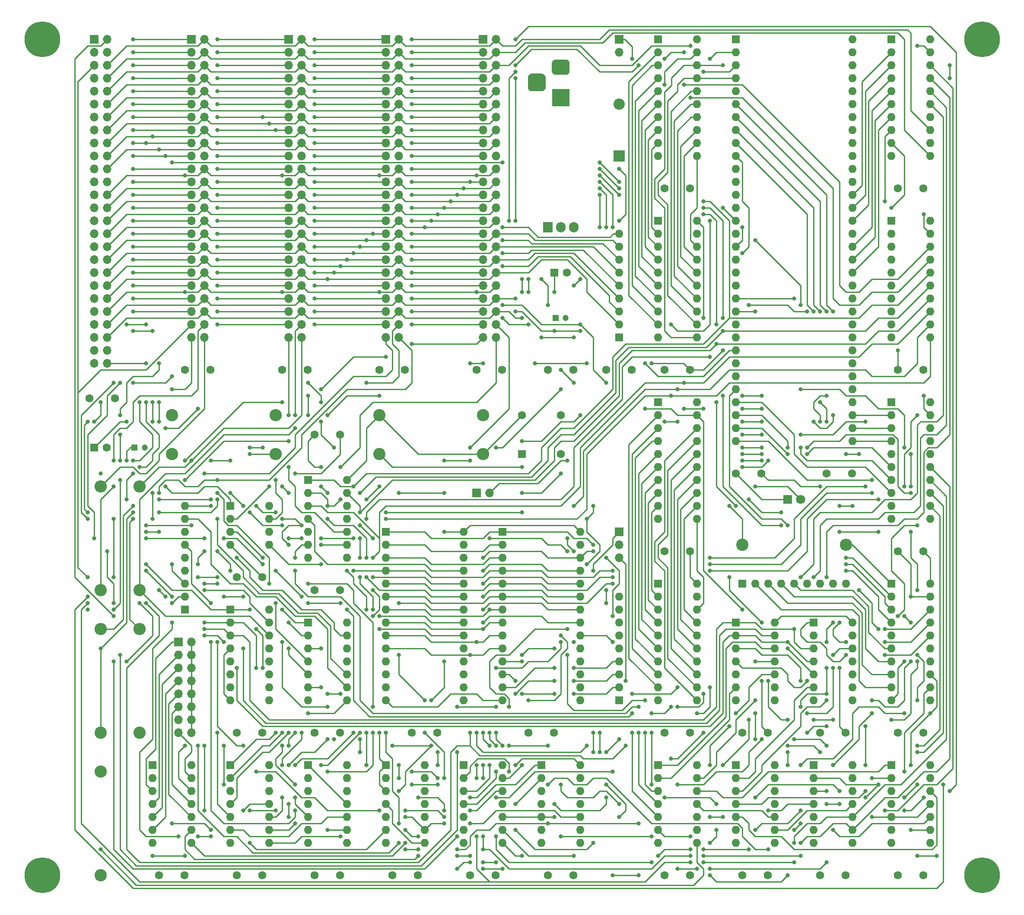
<source format=gbr>
G04 #@! TF.GenerationSoftware,KiCad,Pcbnew,5.1.5*
G04 #@! TF.CreationDate,2020-09-25T13:07:15+03:00*
G04 #@! TF.ProjectId,motherboard,6d6f7468-6572-4626-9f61-72642e6b6963,rev?*
G04 #@! TF.SameCoordinates,Original*
G04 #@! TF.FileFunction,Copper,L1,Top*
G04 #@! TF.FilePolarity,Positive*
%FSLAX46Y46*%
G04 Gerber Fmt 4.6, Leading zero omitted, Abs format (unit mm)*
G04 Created by KiCad (PCBNEW 5.1.5) date 2020-09-25 13:07:15*
%MOMM*%
%LPD*%
G04 APERTURE LIST*
%ADD10C,7.000000*%
%ADD11O,1.600000X1.600000*%
%ADD12R,1.600000X1.600000*%
%ADD13C,1.600000*%
%ADD14C,1.200000*%
%ADD15R,1.200000X1.200000*%
%ADD16O,1.700000X1.700000*%
%ADD17R,1.700000X1.700000*%
%ADD18O,1.905000X2.000000*%
%ADD19R,1.905000X2.000000*%
%ADD20O,2.400000X2.400000*%
%ADD21C,2.400000*%
%ADD22C,0.100000*%
%ADD23R,3.500000X3.500000*%
%ADD24C,1.800000*%
%ADD25R,1.800000X1.800000*%
%ADD26O,2.200000X2.200000*%
%ADD27R,2.200000X2.200000*%
%ADD28C,0.800000*%
%ADD29C,0.250000*%
G04 APERTURE END LIST*
D10*
X21590000Y-21590000D03*
X21590000Y-185420000D03*
X205740000Y-185420000D03*
X205740000Y-21590000D03*
D11*
X180340000Y-135890000D03*
X172720000Y-151130000D03*
X180340000Y-138430000D03*
X172720000Y-148590000D03*
X180340000Y-140970000D03*
X172720000Y-146050000D03*
X180340000Y-143510000D03*
X172720000Y-143510000D03*
X180340000Y-146050000D03*
X172720000Y-140970000D03*
X180340000Y-148590000D03*
X172720000Y-138430000D03*
X180340000Y-151130000D03*
D12*
X172720000Y-135890000D03*
D11*
X96520000Y-163830000D03*
X88900000Y-179070000D03*
X96520000Y-166370000D03*
X88900000Y-176530000D03*
X96520000Y-168910000D03*
X88900000Y-173990000D03*
X96520000Y-171450000D03*
X88900000Y-171450000D03*
X96520000Y-173990000D03*
X88900000Y-168910000D03*
X96520000Y-176530000D03*
X88900000Y-166370000D03*
X96520000Y-179070000D03*
D12*
X88900000Y-163830000D03*
D11*
X111760000Y-163830000D03*
X104140000Y-179070000D03*
X111760000Y-166370000D03*
X104140000Y-176530000D03*
X111760000Y-168910000D03*
X104140000Y-173990000D03*
X111760000Y-171450000D03*
X104140000Y-171450000D03*
X111760000Y-173990000D03*
X104140000Y-168910000D03*
X111760000Y-176530000D03*
X104140000Y-166370000D03*
X111760000Y-179070000D03*
D12*
X104140000Y-163830000D03*
D11*
X66040000Y-133350000D03*
X58420000Y-151130000D03*
X66040000Y-135890000D03*
X58420000Y-148590000D03*
X66040000Y-138430000D03*
X58420000Y-146050000D03*
X66040000Y-140970000D03*
X58420000Y-143510000D03*
X66040000Y-143510000D03*
X58420000Y-140970000D03*
X66040000Y-146050000D03*
X58420000Y-138430000D03*
X66040000Y-148590000D03*
X58420000Y-135890000D03*
X66040000Y-151130000D03*
D12*
X58420000Y-133350000D03*
D11*
X180340000Y-21590000D03*
X157480000Y-100330000D03*
X180340000Y-24130000D03*
X157480000Y-97790000D03*
X180340000Y-26670000D03*
X157480000Y-95250000D03*
X180340000Y-29210000D03*
X157480000Y-92710000D03*
X180340000Y-31750000D03*
X157480000Y-90170000D03*
X180340000Y-34290000D03*
X157480000Y-87630000D03*
X180340000Y-36830000D03*
X157480000Y-85090000D03*
X180340000Y-39370000D03*
X157480000Y-82550000D03*
X180340000Y-41910000D03*
X157480000Y-80010000D03*
X180340000Y-44450000D03*
X157480000Y-77470000D03*
X180340000Y-46990000D03*
X157480000Y-74930000D03*
X180340000Y-49530000D03*
X157480000Y-72390000D03*
X180340000Y-52070000D03*
X157480000Y-69850000D03*
X180340000Y-54610000D03*
X157480000Y-67310000D03*
X180340000Y-57150000D03*
X157480000Y-64770000D03*
X180340000Y-59690000D03*
X157480000Y-62230000D03*
X180340000Y-62230000D03*
X157480000Y-59690000D03*
X180340000Y-64770000D03*
X157480000Y-57150000D03*
X180340000Y-67310000D03*
X157480000Y-54610000D03*
X180340000Y-69850000D03*
X157480000Y-52070000D03*
X180340000Y-72390000D03*
X157480000Y-49530000D03*
X180340000Y-74930000D03*
X157480000Y-46990000D03*
X180340000Y-77470000D03*
X157480000Y-44450000D03*
X180340000Y-80010000D03*
X157480000Y-41910000D03*
X180340000Y-82550000D03*
X157480000Y-39370000D03*
X180340000Y-85090000D03*
X157480000Y-36830000D03*
X180340000Y-87630000D03*
X157480000Y-34290000D03*
X180340000Y-90170000D03*
X157480000Y-31750000D03*
X180340000Y-92710000D03*
X157480000Y-29210000D03*
X180340000Y-95250000D03*
X157480000Y-26670000D03*
X180340000Y-97790000D03*
X157480000Y-24130000D03*
X180340000Y-100330000D03*
D12*
X157480000Y-21590000D03*
D11*
X127000000Y-118110000D03*
X111760000Y-151130000D03*
X127000000Y-120650000D03*
X111760000Y-148590000D03*
X127000000Y-123190000D03*
X111760000Y-146050000D03*
X127000000Y-125730000D03*
X111760000Y-143510000D03*
X127000000Y-128270000D03*
X111760000Y-140970000D03*
X127000000Y-130810000D03*
X111760000Y-138430000D03*
X127000000Y-133350000D03*
X111760000Y-135890000D03*
X127000000Y-135890000D03*
X111760000Y-133350000D03*
X127000000Y-138430000D03*
X111760000Y-130810000D03*
X127000000Y-140970000D03*
X111760000Y-128270000D03*
X127000000Y-143510000D03*
X111760000Y-125730000D03*
X127000000Y-146050000D03*
X111760000Y-123190000D03*
X127000000Y-148590000D03*
X111760000Y-120650000D03*
X127000000Y-151130000D03*
D12*
X111760000Y-118110000D03*
D11*
X81280000Y-135890000D03*
X73660000Y-151130000D03*
X81280000Y-138430000D03*
X73660000Y-148590000D03*
X81280000Y-140970000D03*
X73660000Y-146050000D03*
X81280000Y-143510000D03*
X73660000Y-143510000D03*
X81280000Y-146050000D03*
X73660000Y-140970000D03*
X81280000Y-148590000D03*
X73660000Y-138430000D03*
X81280000Y-151130000D03*
D12*
X73660000Y-135890000D03*
D11*
X149860000Y-92710000D03*
X142240000Y-115570000D03*
X149860000Y-95250000D03*
X142240000Y-113030000D03*
X149860000Y-97790000D03*
X142240000Y-110490000D03*
X149860000Y-100330000D03*
X142240000Y-107950000D03*
X149860000Y-102870000D03*
X142240000Y-105410000D03*
X149860000Y-105410000D03*
X142240000Y-102870000D03*
X149860000Y-107950000D03*
X142240000Y-100330000D03*
X149860000Y-110490000D03*
X142240000Y-97790000D03*
X149860000Y-113030000D03*
X142240000Y-95250000D03*
X149860000Y-115570000D03*
D12*
X142240000Y-92710000D03*
D11*
X195580000Y-57150000D03*
X187960000Y-80010000D03*
X195580000Y-59690000D03*
X187960000Y-77470000D03*
X195580000Y-62230000D03*
X187960000Y-74930000D03*
X195580000Y-64770000D03*
X187960000Y-72390000D03*
X195580000Y-67310000D03*
X187960000Y-69850000D03*
X195580000Y-69850000D03*
X187960000Y-67310000D03*
X195580000Y-72390000D03*
X187960000Y-64770000D03*
X195580000Y-74930000D03*
X187960000Y-62230000D03*
X195580000Y-77470000D03*
X187960000Y-59690000D03*
X195580000Y-80010000D03*
D12*
X187960000Y-57150000D03*
D11*
X81280000Y-107950000D03*
X73660000Y-123190000D03*
X81280000Y-110490000D03*
X73660000Y-120650000D03*
X81280000Y-113030000D03*
X73660000Y-118110000D03*
X81280000Y-115570000D03*
X73660000Y-115570000D03*
X81280000Y-118110000D03*
X73660000Y-113030000D03*
X81280000Y-120650000D03*
X73660000Y-110490000D03*
X81280000Y-123190000D03*
D12*
X73660000Y-107950000D03*
D11*
X165100000Y-135890000D03*
X157480000Y-151130000D03*
X165100000Y-138430000D03*
X157480000Y-148590000D03*
X165100000Y-140970000D03*
X157480000Y-146050000D03*
X165100000Y-143510000D03*
X157480000Y-143510000D03*
X165100000Y-146050000D03*
X157480000Y-140970000D03*
X165100000Y-148590000D03*
X157480000Y-138430000D03*
X165100000Y-151130000D03*
D12*
X157480000Y-135890000D03*
D11*
X149860000Y-21590000D03*
X142240000Y-44450000D03*
X149860000Y-24130000D03*
X142240000Y-41910000D03*
X149860000Y-26670000D03*
X142240000Y-39370000D03*
X149860000Y-29210000D03*
X142240000Y-36830000D03*
X149860000Y-31750000D03*
X142240000Y-34290000D03*
X149860000Y-34290000D03*
X142240000Y-31750000D03*
X149860000Y-36830000D03*
X142240000Y-29210000D03*
X149860000Y-39370000D03*
X142240000Y-26670000D03*
X149860000Y-41910000D03*
X142240000Y-24130000D03*
X149860000Y-44450000D03*
D12*
X142240000Y-21590000D03*
D11*
X195580000Y-92710000D03*
X187960000Y-115570000D03*
X195580000Y-95250000D03*
X187960000Y-113030000D03*
X195580000Y-97790000D03*
X187960000Y-110490000D03*
X195580000Y-100330000D03*
X187960000Y-107950000D03*
X195580000Y-102870000D03*
X187960000Y-105410000D03*
X195580000Y-105410000D03*
X187960000Y-102870000D03*
X195580000Y-107950000D03*
X187960000Y-100330000D03*
X195580000Y-110490000D03*
X187960000Y-97790000D03*
X195580000Y-113030000D03*
X187960000Y-95250000D03*
X195580000Y-115570000D03*
D12*
X187960000Y-92710000D03*
D13*
X34250000Y-101600000D03*
D12*
X31750000Y-101600000D03*
D14*
X41656000Y-101600000D03*
D15*
X39656000Y-101600000D03*
D11*
X50800000Y-163830000D03*
X43180000Y-179070000D03*
X50800000Y-166370000D03*
X43180000Y-176530000D03*
X50800000Y-168910000D03*
X43180000Y-173990000D03*
X50800000Y-171450000D03*
X43180000Y-171450000D03*
X50800000Y-173990000D03*
X43180000Y-168910000D03*
X50800000Y-176530000D03*
X43180000Y-166370000D03*
X50800000Y-179070000D03*
D12*
X43180000Y-163830000D03*
D16*
X50800000Y-157480000D03*
X48260000Y-157480000D03*
X50800000Y-154940000D03*
X48260000Y-154940000D03*
X50800000Y-152400000D03*
X48260000Y-152400000D03*
X50800000Y-149860000D03*
X48260000Y-149860000D03*
X50800000Y-147320000D03*
X48260000Y-147320000D03*
X50800000Y-144780000D03*
X48260000Y-144780000D03*
X50800000Y-142240000D03*
X48260000Y-142240000D03*
X50800000Y-139700000D03*
D17*
X48260000Y-139700000D03*
D16*
X110490000Y-80010000D03*
X107950000Y-80010000D03*
X110490000Y-77470000D03*
X107950000Y-77470000D03*
X110490000Y-74930000D03*
X107950000Y-74930000D03*
X110490000Y-72390000D03*
X107950000Y-72390000D03*
X110490000Y-69850000D03*
X107950000Y-69850000D03*
X110490000Y-67310000D03*
X107950000Y-67310000D03*
X110490000Y-64770000D03*
X107950000Y-64770000D03*
X110490000Y-62230000D03*
X107950000Y-62230000D03*
X110490000Y-59690000D03*
X107950000Y-59690000D03*
X110490000Y-57150000D03*
X107950000Y-57150000D03*
X110490000Y-54610000D03*
X107950000Y-54610000D03*
X110490000Y-52070000D03*
X107950000Y-52070000D03*
X110490000Y-49530000D03*
X107950000Y-49530000D03*
X110490000Y-46990000D03*
X107950000Y-46990000D03*
X110490000Y-44450000D03*
X107950000Y-44450000D03*
X110490000Y-41910000D03*
X107950000Y-41910000D03*
X110490000Y-39370000D03*
X107950000Y-39370000D03*
X110490000Y-36830000D03*
X107950000Y-36830000D03*
X110490000Y-34290000D03*
X107950000Y-34290000D03*
X110490000Y-31750000D03*
X107950000Y-31750000D03*
X110490000Y-29210000D03*
X107950000Y-29210000D03*
X110490000Y-26670000D03*
X107950000Y-26670000D03*
X110490000Y-24130000D03*
X107950000Y-24130000D03*
X110490000Y-21590000D03*
D17*
X107950000Y-21590000D03*
D13*
X123190000Y-102870000D03*
X123190000Y-95250000D03*
X115570000Y-95250000D03*
D12*
X115570000Y-102870000D03*
D18*
X125730000Y-58420000D03*
X123190000Y-58420000D03*
D19*
X120650000Y-58420000D03*
D11*
X66040000Y-113030000D03*
X58420000Y-120650000D03*
X66040000Y-115570000D03*
X58420000Y-118110000D03*
X66040000Y-118110000D03*
X58420000Y-115570000D03*
X66040000Y-120650000D03*
D12*
X58420000Y-113030000D03*
D11*
X149860000Y-128270000D03*
X142240000Y-151130000D03*
X149860000Y-130810000D03*
X142240000Y-148590000D03*
X149860000Y-133350000D03*
X142240000Y-146050000D03*
X149860000Y-135890000D03*
X142240000Y-143510000D03*
X149860000Y-138430000D03*
X142240000Y-140970000D03*
X149860000Y-140970000D03*
X142240000Y-138430000D03*
X149860000Y-143510000D03*
X142240000Y-135890000D03*
X149860000Y-146050000D03*
X142240000Y-133350000D03*
X149860000Y-148590000D03*
X142240000Y-130810000D03*
X149860000Y-151130000D03*
D12*
X142240000Y-128270000D03*
D11*
X195580000Y-128270000D03*
X187960000Y-151130000D03*
X195580000Y-130810000D03*
X187960000Y-148590000D03*
X195580000Y-133350000D03*
X187960000Y-146050000D03*
X195580000Y-135890000D03*
X187960000Y-143510000D03*
X195580000Y-138430000D03*
X187960000Y-140970000D03*
X195580000Y-140970000D03*
X187960000Y-138430000D03*
X195580000Y-143510000D03*
X187960000Y-135890000D03*
X195580000Y-146050000D03*
X187960000Y-133350000D03*
X195580000Y-148590000D03*
X187960000Y-130810000D03*
X195580000Y-151130000D03*
D12*
X187960000Y-128270000D03*
D11*
X149860000Y-57150000D03*
X142240000Y-80010000D03*
X149860000Y-59690000D03*
X142240000Y-77470000D03*
X149860000Y-62230000D03*
X142240000Y-74930000D03*
X149860000Y-64770000D03*
X142240000Y-72390000D03*
X149860000Y-67310000D03*
X142240000Y-69850000D03*
X149860000Y-69850000D03*
X142240000Y-67310000D03*
X149860000Y-72390000D03*
X142240000Y-64770000D03*
X149860000Y-74930000D03*
X142240000Y-62230000D03*
X149860000Y-77470000D03*
X142240000Y-59690000D03*
X149860000Y-80010000D03*
D12*
X142240000Y-57150000D03*
D11*
X195580000Y-21590000D03*
X187960000Y-44450000D03*
X195580000Y-24130000D03*
X187960000Y-41910000D03*
X195580000Y-26670000D03*
X187960000Y-39370000D03*
X195580000Y-29210000D03*
X187960000Y-36830000D03*
X195580000Y-31750000D03*
X187960000Y-34290000D03*
X195580000Y-34290000D03*
X187960000Y-31750000D03*
X195580000Y-36830000D03*
X187960000Y-29210000D03*
X195580000Y-39370000D03*
X187960000Y-26670000D03*
X195580000Y-41910000D03*
X187960000Y-24130000D03*
X195580000Y-44450000D03*
D12*
X187960000Y-21590000D03*
D11*
X81280000Y-163830000D03*
X73660000Y-179070000D03*
X81280000Y-166370000D03*
X73660000Y-176530000D03*
X81280000Y-168910000D03*
X73660000Y-173990000D03*
X81280000Y-171450000D03*
X73660000Y-171450000D03*
X81280000Y-173990000D03*
X73660000Y-168910000D03*
X81280000Y-176530000D03*
X73660000Y-166370000D03*
X81280000Y-179070000D03*
D12*
X73660000Y-163830000D03*
D11*
X66040000Y-163830000D03*
X58420000Y-179070000D03*
X66040000Y-166370000D03*
X58420000Y-176530000D03*
X66040000Y-168910000D03*
X58420000Y-173990000D03*
X66040000Y-171450000D03*
X58420000Y-171450000D03*
X66040000Y-173990000D03*
X58420000Y-168910000D03*
X66040000Y-176530000D03*
X58420000Y-166370000D03*
X66040000Y-179070000D03*
D12*
X58420000Y-163830000D03*
D11*
X195580000Y-163830000D03*
X187960000Y-179070000D03*
X195580000Y-166370000D03*
X187960000Y-176530000D03*
X195580000Y-168910000D03*
X187960000Y-173990000D03*
X195580000Y-171450000D03*
X187960000Y-171450000D03*
X195580000Y-173990000D03*
X187960000Y-168910000D03*
X195580000Y-176530000D03*
X187960000Y-166370000D03*
X195580000Y-179070000D03*
D12*
X187960000Y-163830000D03*
D11*
X104140000Y-118110000D03*
X88900000Y-151130000D03*
X104140000Y-120650000D03*
X88900000Y-148590000D03*
X104140000Y-123190000D03*
X88900000Y-146050000D03*
X104140000Y-125730000D03*
X88900000Y-143510000D03*
X104140000Y-128270000D03*
X88900000Y-140970000D03*
X104140000Y-130810000D03*
X88900000Y-138430000D03*
X104140000Y-133350000D03*
X88900000Y-135890000D03*
X104140000Y-135890000D03*
X88900000Y-133350000D03*
X104140000Y-138430000D03*
X88900000Y-130810000D03*
X104140000Y-140970000D03*
X88900000Y-128270000D03*
X104140000Y-143510000D03*
X88900000Y-125730000D03*
X104140000Y-146050000D03*
X88900000Y-123190000D03*
X104140000Y-148590000D03*
X88900000Y-120650000D03*
X104140000Y-151130000D03*
D12*
X88900000Y-118110000D03*
D11*
X149860000Y-163830000D03*
X142240000Y-179070000D03*
X149860000Y-166370000D03*
X142240000Y-176530000D03*
X149860000Y-168910000D03*
X142240000Y-173990000D03*
X149860000Y-171450000D03*
X142240000Y-171450000D03*
X149860000Y-173990000D03*
X142240000Y-168910000D03*
X149860000Y-176530000D03*
X142240000Y-166370000D03*
X149860000Y-179070000D03*
D12*
X142240000Y-163830000D03*
D11*
X180340000Y-163830000D03*
X172720000Y-179070000D03*
X180340000Y-166370000D03*
X172720000Y-176530000D03*
X180340000Y-168910000D03*
X172720000Y-173990000D03*
X180340000Y-171450000D03*
X172720000Y-171450000D03*
X180340000Y-173990000D03*
X172720000Y-168910000D03*
X180340000Y-176530000D03*
X172720000Y-166370000D03*
X180340000Y-179070000D03*
D12*
X172720000Y-163830000D03*
D11*
X127000000Y-163830000D03*
X119380000Y-179070000D03*
X127000000Y-166370000D03*
X119380000Y-176530000D03*
X127000000Y-168910000D03*
X119380000Y-173990000D03*
X127000000Y-171450000D03*
X119380000Y-171450000D03*
X127000000Y-173990000D03*
X119380000Y-168910000D03*
X127000000Y-176530000D03*
X119380000Y-166370000D03*
X127000000Y-179070000D03*
D12*
X119380000Y-163830000D03*
D11*
X165100000Y-163830000D03*
X157480000Y-179070000D03*
X165100000Y-166370000D03*
X157480000Y-176530000D03*
X165100000Y-168910000D03*
X157480000Y-173990000D03*
X165100000Y-171450000D03*
X157480000Y-171450000D03*
X165100000Y-173990000D03*
X157480000Y-168910000D03*
X165100000Y-176530000D03*
X157480000Y-166370000D03*
X165100000Y-179070000D03*
D12*
X157480000Y-163830000D03*
D11*
X179070000Y-128270000D03*
X176530000Y-128270000D03*
X173990000Y-128270000D03*
X171450000Y-128270000D03*
X168910000Y-128270000D03*
X166370000Y-128270000D03*
X163830000Y-128270000D03*
X161290000Y-128270000D03*
D12*
X158750000Y-128270000D03*
D11*
X134620000Y-130810000D03*
X134620000Y-133350000D03*
X134620000Y-135890000D03*
X134620000Y-138430000D03*
X134620000Y-140970000D03*
X134620000Y-143510000D03*
X134620000Y-146050000D03*
X134620000Y-148590000D03*
D12*
X134620000Y-151130000D03*
D11*
X49530000Y-113030000D03*
X49530000Y-115570000D03*
X49530000Y-118110000D03*
X49530000Y-120650000D03*
X49530000Y-123190000D03*
X49530000Y-125730000D03*
X49530000Y-128270000D03*
X49530000Y-130810000D03*
D12*
X49530000Y-133350000D03*
D11*
X134620000Y-59690000D03*
X134620000Y-62230000D03*
X134620000Y-64770000D03*
X134620000Y-67310000D03*
X134620000Y-69850000D03*
X134620000Y-72390000D03*
X134620000Y-74930000D03*
X134620000Y-77470000D03*
D12*
X134620000Y-80010000D03*
D20*
X179070000Y-120650000D03*
D21*
X158750000Y-120650000D03*
D20*
X67310000Y-102870000D03*
D21*
X46990000Y-102870000D03*
D20*
X107950000Y-102870000D03*
D21*
X87630000Y-102870000D03*
D20*
X107950000Y-95250000D03*
D21*
X87630000Y-95250000D03*
D20*
X67310000Y-95250000D03*
D21*
X46990000Y-95250000D03*
D20*
X40640000Y-137160000D03*
D21*
X40640000Y-157480000D03*
D20*
X33020000Y-137160000D03*
D21*
X33020000Y-157480000D03*
D20*
X40640000Y-109220000D03*
D21*
X40640000Y-129540000D03*
D20*
X33020000Y-109220000D03*
D21*
X33020000Y-129540000D03*
D20*
X33020000Y-165100000D03*
D21*
X33020000Y-185420000D03*
D16*
X109220000Y-110490000D03*
D17*
X106680000Y-110490000D03*
D16*
X134620000Y-24130000D03*
D17*
X134620000Y-21590000D03*
G04 #@! TA.AperFunction,ComponentPad*
D22*
G36*
X119450765Y-28274213D02*
G01*
X119535704Y-28286813D01*
X119618999Y-28307677D01*
X119699848Y-28336605D01*
X119777472Y-28373319D01*
X119851124Y-28417464D01*
X119920094Y-28468616D01*
X119983718Y-28526282D01*
X120041384Y-28589906D01*
X120092536Y-28658876D01*
X120136681Y-28732528D01*
X120173395Y-28810152D01*
X120202323Y-28891001D01*
X120223187Y-28974296D01*
X120235787Y-29059235D01*
X120240000Y-29145000D01*
X120240000Y-30895000D01*
X120235787Y-30980765D01*
X120223187Y-31065704D01*
X120202323Y-31148999D01*
X120173395Y-31229848D01*
X120136681Y-31307472D01*
X120092536Y-31381124D01*
X120041384Y-31450094D01*
X119983718Y-31513718D01*
X119920094Y-31571384D01*
X119851124Y-31622536D01*
X119777472Y-31666681D01*
X119699848Y-31703395D01*
X119618999Y-31732323D01*
X119535704Y-31753187D01*
X119450765Y-31765787D01*
X119365000Y-31770000D01*
X117615000Y-31770000D01*
X117529235Y-31765787D01*
X117444296Y-31753187D01*
X117361001Y-31732323D01*
X117280152Y-31703395D01*
X117202528Y-31666681D01*
X117128876Y-31622536D01*
X117059906Y-31571384D01*
X116996282Y-31513718D01*
X116938616Y-31450094D01*
X116887464Y-31381124D01*
X116843319Y-31307472D01*
X116806605Y-31229848D01*
X116777677Y-31148999D01*
X116756813Y-31065704D01*
X116744213Y-30980765D01*
X116740000Y-30895000D01*
X116740000Y-29145000D01*
X116744213Y-29059235D01*
X116756813Y-28974296D01*
X116777677Y-28891001D01*
X116806605Y-28810152D01*
X116843319Y-28732528D01*
X116887464Y-28658876D01*
X116938616Y-28589906D01*
X116996282Y-28526282D01*
X117059906Y-28468616D01*
X117128876Y-28417464D01*
X117202528Y-28373319D01*
X117280152Y-28336605D01*
X117361001Y-28307677D01*
X117444296Y-28286813D01*
X117529235Y-28274213D01*
X117615000Y-28270000D01*
X119365000Y-28270000D01*
X119450765Y-28274213D01*
G37*
G04 #@! TD.AperFunction*
G04 #@! TA.AperFunction,ComponentPad*
G36*
X124263513Y-25523611D02*
G01*
X124336318Y-25534411D01*
X124407714Y-25552295D01*
X124477013Y-25577090D01*
X124543548Y-25608559D01*
X124606678Y-25646398D01*
X124665795Y-25690242D01*
X124720330Y-25739670D01*
X124769758Y-25794205D01*
X124813602Y-25853322D01*
X124851441Y-25916452D01*
X124882910Y-25982987D01*
X124907705Y-26052286D01*
X124925589Y-26123682D01*
X124936389Y-26196487D01*
X124940000Y-26270000D01*
X124940000Y-27770000D01*
X124936389Y-27843513D01*
X124925589Y-27916318D01*
X124907705Y-27987714D01*
X124882910Y-28057013D01*
X124851441Y-28123548D01*
X124813602Y-28186678D01*
X124769758Y-28245795D01*
X124720330Y-28300330D01*
X124665795Y-28349758D01*
X124606678Y-28393602D01*
X124543548Y-28431441D01*
X124477013Y-28462910D01*
X124407714Y-28487705D01*
X124336318Y-28505589D01*
X124263513Y-28516389D01*
X124190000Y-28520000D01*
X122190000Y-28520000D01*
X122116487Y-28516389D01*
X122043682Y-28505589D01*
X121972286Y-28487705D01*
X121902987Y-28462910D01*
X121836452Y-28431441D01*
X121773322Y-28393602D01*
X121714205Y-28349758D01*
X121659670Y-28300330D01*
X121610242Y-28245795D01*
X121566398Y-28186678D01*
X121528559Y-28123548D01*
X121497090Y-28057013D01*
X121472295Y-27987714D01*
X121454411Y-27916318D01*
X121443611Y-27843513D01*
X121440000Y-27770000D01*
X121440000Y-26270000D01*
X121443611Y-26196487D01*
X121454411Y-26123682D01*
X121472295Y-26052286D01*
X121497090Y-25982987D01*
X121528559Y-25916452D01*
X121566398Y-25853322D01*
X121610242Y-25794205D01*
X121659670Y-25739670D01*
X121714205Y-25690242D01*
X121773322Y-25646398D01*
X121836452Y-25608559D01*
X121902987Y-25577090D01*
X121972286Y-25552295D01*
X122043682Y-25534411D01*
X122116487Y-25523611D01*
X122190000Y-25520000D01*
X124190000Y-25520000D01*
X124263513Y-25523611D01*
G37*
G04 #@! TD.AperFunction*
D23*
X123190000Y-33020000D03*
D16*
X134620000Y-123190000D03*
X134620000Y-120650000D03*
D17*
X134620000Y-118110000D03*
D16*
X91440000Y-80010000D03*
X88900000Y-80010000D03*
X91440000Y-77470000D03*
X88900000Y-77470000D03*
X91440000Y-74930000D03*
X88900000Y-74930000D03*
X91440000Y-72390000D03*
X88900000Y-72390000D03*
X91440000Y-69850000D03*
X88900000Y-69850000D03*
X91440000Y-67310000D03*
X88900000Y-67310000D03*
X91440000Y-64770000D03*
X88900000Y-64770000D03*
X91440000Y-62230000D03*
X88900000Y-62230000D03*
X91440000Y-59690000D03*
X88900000Y-59690000D03*
X91440000Y-57150000D03*
X88900000Y-57150000D03*
X91440000Y-54610000D03*
X88900000Y-54610000D03*
X91440000Y-52070000D03*
X88900000Y-52070000D03*
X91440000Y-49530000D03*
X88900000Y-49530000D03*
X91440000Y-46990000D03*
X88900000Y-46990000D03*
X91440000Y-44450000D03*
X88900000Y-44450000D03*
X91440000Y-41910000D03*
X88900000Y-41910000D03*
X91440000Y-39370000D03*
X88900000Y-39370000D03*
X91440000Y-36830000D03*
X88900000Y-36830000D03*
X91440000Y-34290000D03*
X88900000Y-34290000D03*
X91440000Y-31750000D03*
X88900000Y-31750000D03*
X91440000Y-29210000D03*
X88900000Y-29210000D03*
X91440000Y-26670000D03*
X88900000Y-26670000D03*
X91440000Y-24130000D03*
X88900000Y-24130000D03*
X91440000Y-21590000D03*
D17*
X88900000Y-21590000D03*
D16*
X72390000Y-80010000D03*
X69850000Y-80010000D03*
X72390000Y-77470000D03*
X69850000Y-77470000D03*
X72390000Y-74930000D03*
X69850000Y-74930000D03*
X72390000Y-72390000D03*
X69850000Y-72390000D03*
X72390000Y-69850000D03*
X69850000Y-69850000D03*
X72390000Y-67310000D03*
X69850000Y-67310000D03*
X72390000Y-64770000D03*
X69850000Y-64770000D03*
X72390000Y-62230000D03*
X69850000Y-62230000D03*
X72390000Y-59690000D03*
X69850000Y-59690000D03*
X72390000Y-57150000D03*
X69850000Y-57150000D03*
X72390000Y-54610000D03*
X69850000Y-54610000D03*
X72390000Y-52070000D03*
X69850000Y-52070000D03*
X72390000Y-49530000D03*
X69850000Y-49530000D03*
X72390000Y-46990000D03*
X69850000Y-46990000D03*
X72390000Y-44450000D03*
X69850000Y-44450000D03*
X72390000Y-41910000D03*
X69850000Y-41910000D03*
X72390000Y-39370000D03*
X69850000Y-39370000D03*
X72390000Y-36830000D03*
X69850000Y-36830000D03*
X72390000Y-34290000D03*
X69850000Y-34290000D03*
X72390000Y-31750000D03*
X69850000Y-31750000D03*
X72390000Y-29210000D03*
X69850000Y-29210000D03*
X72390000Y-26670000D03*
X69850000Y-26670000D03*
X72390000Y-24130000D03*
X69850000Y-24130000D03*
X72390000Y-21590000D03*
D17*
X69850000Y-21590000D03*
D16*
X53340000Y-80010000D03*
X50800000Y-80010000D03*
X53340000Y-77470000D03*
X50800000Y-77470000D03*
X53340000Y-74930000D03*
X50800000Y-74930000D03*
X53340000Y-72390000D03*
X50800000Y-72390000D03*
X53340000Y-69850000D03*
X50800000Y-69850000D03*
X53340000Y-67310000D03*
X50800000Y-67310000D03*
X53340000Y-64770000D03*
X50800000Y-64770000D03*
X53340000Y-62230000D03*
X50800000Y-62230000D03*
X53340000Y-59690000D03*
X50800000Y-59690000D03*
X53340000Y-57150000D03*
X50800000Y-57150000D03*
X53340000Y-54610000D03*
X50800000Y-54610000D03*
X53340000Y-52070000D03*
X50800000Y-52070000D03*
X53340000Y-49530000D03*
X50800000Y-49530000D03*
X53340000Y-46990000D03*
X50800000Y-46990000D03*
X53340000Y-44450000D03*
X50800000Y-44450000D03*
X53340000Y-41910000D03*
X50800000Y-41910000D03*
X53340000Y-39370000D03*
X50800000Y-39370000D03*
X53340000Y-36830000D03*
X50800000Y-36830000D03*
X53340000Y-34290000D03*
X50800000Y-34290000D03*
X53340000Y-31750000D03*
X50800000Y-31750000D03*
X53340000Y-29210000D03*
X50800000Y-29210000D03*
X53340000Y-26670000D03*
X50800000Y-26670000D03*
X53340000Y-24130000D03*
X50800000Y-24130000D03*
X53340000Y-21590000D03*
D17*
X50800000Y-21590000D03*
D16*
X34290000Y-85090000D03*
X31750000Y-85090000D03*
X34290000Y-82550000D03*
X31750000Y-82550000D03*
X34290000Y-80010000D03*
X31750000Y-80010000D03*
X34290000Y-77470000D03*
X31750000Y-77470000D03*
X34290000Y-74930000D03*
X31750000Y-74930000D03*
X34290000Y-72390000D03*
X31750000Y-72390000D03*
X34290000Y-69850000D03*
X31750000Y-69850000D03*
X34290000Y-67310000D03*
X31750000Y-67310000D03*
X34290000Y-64770000D03*
X31750000Y-64770000D03*
X34290000Y-62230000D03*
X31750000Y-62230000D03*
X34290000Y-59690000D03*
X31750000Y-59690000D03*
X34290000Y-57150000D03*
X31750000Y-57150000D03*
X34290000Y-54610000D03*
X31750000Y-54610000D03*
X34290000Y-52070000D03*
X31750000Y-52070000D03*
X34290000Y-49530000D03*
X31750000Y-49530000D03*
X34290000Y-46990000D03*
X31750000Y-46990000D03*
X34290000Y-44450000D03*
X31750000Y-44450000D03*
X34290000Y-41910000D03*
X31750000Y-41910000D03*
X34290000Y-39370000D03*
X31750000Y-39370000D03*
X34290000Y-36830000D03*
X31750000Y-36830000D03*
X34290000Y-34290000D03*
X31750000Y-34290000D03*
X34290000Y-31750000D03*
X31750000Y-31750000D03*
X34290000Y-29210000D03*
X31750000Y-29210000D03*
X34290000Y-26670000D03*
X31750000Y-26670000D03*
X34290000Y-24130000D03*
X31750000Y-24130000D03*
X34290000Y-21590000D03*
D17*
X31750000Y-21590000D03*
D24*
X170180000Y-111760000D03*
D25*
X167640000Y-111760000D03*
D26*
X134620000Y-34290000D03*
D27*
X134620000Y-44450000D03*
D14*
X124174000Y-76200000D03*
D15*
X122174000Y-76200000D03*
D13*
X125650000Y-86360000D03*
X120650000Y-86360000D03*
X137080000Y-86360000D03*
X132080000Y-86360000D03*
X124420000Y-67310000D03*
D12*
X121920000Y-67310000D03*
D13*
X79930000Y-99060000D03*
X74930000Y-99060000D03*
X121840000Y-157480000D03*
X116840000Y-157480000D03*
X125650000Y-185420000D03*
X120650000Y-185420000D03*
X79930000Y-157480000D03*
X74930000Y-157480000D03*
X49450000Y-185420000D03*
X44450000Y-185420000D03*
X148510000Y-185420000D03*
X143510000Y-185420000D03*
X95170000Y-185420000D03*
X90170000Y-185420000D03*
X163750000Y-185420000D03*
X158750000Y-185420000D03*
X79930000Y-185420000D03*
X74930000Y-185420000D03*
X178990000Y-157480000D03*
X173990000Y-157480000D03*
X73580000Y-86360000D03*
X68580000Y-86360000D03*
X148510000Y-86360000D03*
X143510000Y-86360000D03*
X194230000Y-157480000D03*
X189230000Y-157480000D03*
X111680000Y-86360000D03*
X106680000Y-86360000D03*
X194230000Y-86360000D03*
X189230000Y-86360000D03*
X64690000Y-127000000D03*
X59690000Y-127000000D03*
X92630000Y-86360000D03*
X87630000Y-86360000D03*
X64690000Y-157480000D03*
X59690000Y-157480000D03*
X194230000Y-185420000D03*
X189230000Y-185420000D03*
X35810000Y-91960000D03*
X30810000Y-91960000D03*
X64690000Y-185420000D03*
X59690000Y-185420000D03*
X178990000Y-185420000D03*
X173990000Y-185420000D03*
X194230000Y-50800000D03*
X189230000Y-50800000D03*
X98980000Y-157480000D03*
X93980000Y-157480000D03*
X79930000Y-129540000D03*
X74930000Y-129540000D03*
X163750000Y-157480000D03*
X158750000Y-157480000D03*
X194230000Y-121920000D03*
X189230000Y-121920000D03*
X54530000Y-86360000D03*
X49530000Y-86360000D03*
X148510000Y-50800000D03*
X143510000Y-50800000D03*
X148510000Y-157480000D03*
X143510000Y-157480000D03*
X110410000Y-185420000D03*
X105410000Y-185420000D03*
X148510000Y-121920000D03*
X143510000Y-121920000D03*
X180260000Y-106680000D03*
X175260000Y-106680000D03*
X162480000Y-106680000D03*
X157480000Y-106680000D03*
D28*
X39370000Y-46990000D03*
X39370000Y-69850000D03*
X55880000Y-46990000D03*
X55880000Y-69850000D03*
X74930000Y-46990000D03*
X74930000Y-69850000D03*
X93980000Y-46990000D03*
X93980000Y-69850000D03*
X140970000Y-85090000D03*
X125730000Y-69850000D03*
X127000000Y-68580000D03*
X100330000Y-118110000D03*
X100330000Y-143510000D03*
X162560000Y-147320000D03*
X190500000Y-109220000D03*
X193040000Y-95250000D03*
X154940000Y-82550000D03*
X193040000Y-151130000D03*
X190500000Y-170180000D03*
X193040000Y-167640000D03*
X64770000Y-144780000D03*
X97790000Y-151130000D03*
X116840000Y-151130000D03*
X63500000Y-137160000D03*
X151130000Y-76200000D03*
X193040000Y-142240000D03*
X114300000Y-163830000D03*
X123190000Y-138430000D03*
X173990000Y-109220000D03*
X177800000Y-144780000D03*
X161290000Y-74930000D03*
X39370000Y-21590000D03*
X55880000Y-21590000D03*
X74930000Y-21590000D03*
X93980000Y-21590000D03*
X106680000Y-71120000D03*
X87630000Y-71120000D03*
X68580000Y-71120000D03*
X49530000Y-71120000D03*
X49530000Y-48260000D03*
X68580000Y-48260000D03*
X87630000Y-48260000D03*
X106680000Y-48260000D03*
X43180000Y-96520000D03*
X191770000Y-130810000D03*
X99060000Y-163830000D03*
X99060000Y-161290000D03*
X167640000Y-163830000D03*
X167640000Y-161290000D03*
X194310000Y-91440000D03*
X194310000Y-55880000D03*
X71120000Y-106680000D03*
X189230000Y-82550000D03*
X190500000Y-143510000D03*
X177800000Y-118110000D03*
X185420000Y-118110000D03*
X45720000Y-109220000D03*
X43180000Y-92710000D03*
X193040000Y-22860000D03*
X66040000Y-109220000D03*
X50800000Y-116840000D03*
X41910000Y-116840000D03*
X38100000Y-104140000D03*
X76200000Y-105410000D03*
X76200000Y-109220000D03*
X77470000Y-110490000D03*
X76200000Y-124460000D03*
X128270000Y-85090000D03*
X118110000Y-85090000D03*
X121920000Y-71120000D03*
X67310000Y-107950000D03*
X38100000Y-96520000D03*
X45720000Y-97790000D03*
X52070000Y-93980000D03*
X62230000Y-102870000D03*
X137160000Y-25400000D03*
X156210000Y-113030000D03*
X161290000Y-109220000D03*
X30480000Y-133350000D03*
X45720000Y-130810000D03*
X44450000Y-129540000D03*
X44450000Y-118110000D03*
X41910000Y-118110000D03*
X38100000Y-111760000D03*
X39370000Y-106680000D03*
X39370000Y-104140000D03*
X41910000Y-85090000D03*
X40640000Y-92710000D03*
X59690000Y-123190000D03*
X55880000Y-127000000D03*
X52070000Y-127000000D03*
X124460000Y-104140000D03*
X125730000Y-88900000D03*
X123190000Y-86360000D03*
X121920000Y-78740000D03*
X114300000Y-74930000D03*
X114300000Y-72390000D03*
X109220000Y-119380000D03*
X124460000Y-121920000D03*
X110490000Y-157480000D03*
X111760000Y-160020000D03*
X127000000Y-78740000D03*
X144780000Y-77470000D03*
X152400000Y-57150000D03*
X154940000Y-54610000D03*
X124460000Y-137160000D03*
X113030000Y-152400000D03*
X115570000Y-163830000D03*
X55880000Y-72390000D03*
X74930000Y-72390000D03*
X93980000Y-72390000D03*
X39370000Y-72390000D03*
X139700000Y-93980000D03*
X132080000Y-88900000D03*
X111760000Y-73660000D03*
X127000000Y-77470000D03*
X134620000Y-57150000D03*
X134620000Y-46990000D03*
X143510000Y-30480000D03*
X158750000Y-133350000D03*
X163830000Y-147320000D03*
X167640000Y-154940000D03*
X172720000Y-154940000D03*
X176530000Y-154940000D03*
X187960000Y-154940000D03*
X193040000Y-143510000D03*
X160020000Y-154940000D03*
X154940000Y-163830000D03*
X153670000Y-171450000D03*
X143510000Y-170180000D03*
X134620000Y-171450000D03*
X123190000Y-167640000D03*
X191770000Y-163830000D03*
X185420000Y-167640000D03*
X182880000Y-170180000D03*
X195580000Y-153670000D03*
X199390000Y-168910000D03*
X114300000Y-27940000D03*
X113030000Y-57150000D03*
X115570000Y-68580000D03*
X115570000Y-71120000D03*
X115570000Y-76200000D03*
X114300000Y-21590000D03*
X39370000Y-74930000D03*
X55880000Y-74930000D03*
X74930000Y-74930000D03*
X93980000Y-74930000D03*
X190500000Y-165100000D03*
X176530000Y-176530000D03*
X114300000Y-29210000D03*
X111760000Y-76200000D03*
X116840000Y-77470000D03*
X116840000Y-71120000D03*
X116840000Y-68580000D03*
X114300000Y-57150000D03*
X33020000Y-180340000D03*
X30480000Y-114300000D03*
X30480000Y-96520000D03*
X77470000Y-68580000D03*
X39370000Y-67310000D03*
X55880000Y-67310000D03*
X74930000Y-67310000D03*
X93980000Y-67310000D03*
X78740000Y-67310000D03*
X111760000Y-66040000D03*
X80010000Y-66040000D03*
X39370000Y-64770000D03*
X55880000Y-64770000D03*
X74930000Y-64770000D03*
X93980000Y-64770000D03*
X81280000Y-64770000D03*
X111760000Y-63500000D03*
X82550000Y-63500000D03*
X39370000Y-62230000D03*
X55880000Y-62230000D03*
X74930000Y-62230000D03*
X93980000Y-62230000D03*
X83820000Y-62230000D03*
X111760000Y-60960000D03*
X85090000Y-60960000D03*
X39370000Y-59690000D03*
X55880000Y-59690000D03*
X74930000Y-59690000D03*
X93980000Y-59690000D03*
X86360000Y-59690000D03*
X111760000Y-58420000D03*
X96520000Y-58420000D03*
X115570000Y-149860000D03*
X115570000Y-143510000D03*
X125730000Y-149860000D03*
X121920000Y-149860000D03*
X39370000Y-57150000D03*
X55880000Y-57150000D03*
X74930000Y-57150000D03*
X93980000Y-57150000D03*
X97790000Y-57150000D03*
X114300000Y-149860000D03*
X114300000Y-147320000D03*
X125730000Y-147320000D03*
X121920000Y-147320000D03*
X99060000Y-55880000D03*
X125730000Y-144780000D03*
X121920000Y-144780000D03*
X39370000Y-54610000D03*
X55880000Y-54610000D03*
X74930000Y-54610000D03*
X93980000Y-54610000D03*
X100330000Y-54610000D03*
X101600000Y-53340000D03*
X39370000Y-52070000D03*
X55880000Y-52070000D03*
X74930000Y-52070000D03*
X93980000Y-52070000D03*
X102870000Y-52070000D03*
X104140000Y-50800000D03*
X39370000Y-49530000D03*
X55880000Y-49530000D03*
X74930000Y-49530000D03*
X93980000Y-49530000D03*
X105410000Y-49530000D03*
X107950000Y-85090000D03*
X105410000Y-85090000D03*
X39370000Y-44450000D03*
X55880000Y-44450000D03*
X74930000Y-44450000D03*
X93980000Y-44450000D03*
X105410000Y-142240000D03*
X105410000Y-157480000D03*
X193040000Y-160020000D03*
X175260000Y-160020000D03*
X168910000Y-158750000D03*
X135890000Y-160020000D03*
X41910000Y-132080000D03*
X43180000Y-115570000D03*
X43180000Y-110490000D03*
X40640000Y-105410000D03*
X45720000Y-44450000D03*
X41910000Y-92710000D03*
X106680000Y-139700000D03*
X106680000Y-157480000D03*
X193040000Y-161290000D03*
X173990000Y-161290000D03*
X167640000Y-160020000D03*
X128270000Y-160020000D03*
X102870000Y-161290000D03*
X36830000Y-142240000D03*
X35560000Y-133350000D03*
X36830000Y-107950000D03*
X36830000Y-99060000D03*
X36830000Y-95250000D03*
X44450000Y-85090000D03*
X44450000Y-43180000D03*
X36830000Y-104140000D03*
X55880000Y-41910000D03*
X74930000Y-41910000D03*
X93980000Y-41910000D03*
X168910000Y-179070000D03*
X168910000Y-182880000D03*
X151130000Y-182880000D03*
X148590000Y-182880000D03*
X30480000Y-132080000D03*
X30480000Y-115570000D03*
X35560000Y-88900000D03*
X38100000Y-77470000D03*
X41910000Y-77470000D03*
X39370000Y-41910000D03*
X41910000Y-41910000D03*
X106680000Y-177800000D03*
X106680000Y-163830000D03*
X109220000Y-160020000D03*
X107950000Y-157480000D03*
X107950000Y-137160000D03*
X106680000Y-166370000D03*
X109220000Y-133350000D03*
X109220000Y-157480000D03*
X110490000Y-160020000D03*
X107950000Y-163830000D03*
X170180000Y-179070000D03*
X170180000Y-181610000D03*
X151130000Y-181610000D03*
X148590000Y-181610000D03*
X107950000Y-180340000D03*
X102870000Y-177800000D03*
X107950000Y-177800000D03*
X35560000Y-143510000D03*
X36830000Y-88900000D03*
X39370000Y-78740000D03*
X43180000Y-78740000D03*
X43180000Y-40640000D03*
X35560000Y-132080000D03*
X34290000Y-121920000D03*
X31750000Y-119380000D03*
X107950000Y-166370000D03*
X39370000Y-39370000D03*
X55880000Y-39370000D03*
X74930000Y-39370000D03*
X93980000Y-39370000D03*
X185420000Y-111760000D03*
X152400000Y-125730000D03*
X85090000Y-111760000D03*
X87630000Y-109220000D03*
X67310000Y-39370000D03*
X78740000Y-101600000D03*
X76200000Y-96520000D03*
X76200000Y-92710000D03*
X73660000Y-88900000D03*
X133350000Y-128270000D03*
X184150000Y-110490000D03*
X152400000Y-124460000D03*
X69850000Y-105410000D03*
X66040000Y-38100000D03*
X73660000Y-95250000D03*
X73660000Y-91440000D03*
X133350000Y-127000000D03*
X39370000Y-36830000D03*
X55880000Y-36830000D03*
X74930000Y-36830000D03*
X93980000Y-36830000D03*
X82550000Y-125730000D03*
X182880000Y-109220000D03*
X152400000Y-123190000D03*
X76200000Y-120650000D03*
X72390000Y-119380000D03*
X69850000Y-119380000D03*
X69850000Y-110490000D03*
X68580000Y-109220000D03*
X64770000Y-101600000D03*
X62230000Y-101600000D03*
X64770000Y-36830000D03*
X133350000Y-125730000D03*
X76200000Y-119380000D03*
X82550000Y-119380000D03*
X88900000Y-115570000D03*
X130810000Y-58420000D03*
X130810000Y-52070000D03*
X144780000Y-91440000D03*
X39370000Y-34290000D03*
X55880000Y-34290000D03*
X74930000Y-34290000D03*
X93980000Y-34290000D03*
X132080000Y-58420000D03*
X130810000Y-50800000D03*
X146050000Y-90170000D03*
X107950000Y-125730000D03*
X125730000Y-113030000D03*
X124460000Y-119380000D03*
X125730000Y-121920000D03*
X86360000Y-123190000D03*
X86360000Y-127000000D03*
X133350000Y-58420000D03*
X130810000Y-49530000D03*
X147320000Y-88900000D03*
X107950000Y-128270000D03*
X39370000Y-31750000D03*
X55880000Y-31750000D03*
X74930000Y-31750000D03*
X93980000Y-31750000D03*
X83820000Y-127000000D03*
X83820000Y-123190000D03*
X83820000Y-119380000D03*
X83820000Y-114300000D03*
X153670000Y-81280000D03*
X153670000Y-77470000D03*
X151130000Y-55880000D03*
X134620000Y-52070000D03*
X130810000Y-48260000D03*
X107950000Y-135890000D03*
X86360000Y-133350000D03*
X87630000Y-134620000D03*
X85090000Y-127000000D03*
X85090000Y-123190000D03*
X77470000Y-115570000D03*
X77470000Y-113030000D03*
X80010000Y-111760000D03*
X83820000Y-110490000D03*
X154940000Y-78740000D03*
X154940000Y-76200000D03*
X151130000Y-54610000D03*
X134620000Y-50800000D03*
X130810000Y-46990000D03*
X107950000Y-130810000D03*
X39370000Y-29210000D03*
X55880000Y-29210000D03*
X74930000Y-29210000D03*
X93980000Y-29210000D03*
X82550000Y-109220000D03*
X151130000Y-53340000D03*
X134620000Y-49530000D03*
X130810000Y-45720000D03*
X107950000Y-123190000D03*
X156210000Y-127000000D03*
X162560000Y-135890000D03*
X161290000Y-143510000D03*
X129540000Y-121920000D03*
X148590000Y-33020000D03*
X148590000Y-22860000D03*
X39370000Y-26670000D03*
X55880000Y-26670000D03*
X74930000Y-26670000D03*
X93980000Y-26670000D03*
X129540000Y-120650000D03*
X133350000Y-134620000D03*
X146050000Y-152400000D03*
X151130000Y-149860000D03*
X132080000Y-123190000D03*
X147320000Y-30480000D03*
X147320000Y-24130000D03*
X143510000Y-25400000D03*
X138430000Y-26670000D03*
X114300000Y-26670000D03*
X157480000Y-153670000D03*
X39370000Y-24130000D03*
X55880000Y-24130000D03*
X74930000Y-24130000D03*
X93980000Y-24130000D03*
X199390000Y-29210000D03*
X199390000Y-26670000D03*
X171450000Y-147320000D03*
X55880000Y-77470000D03*
X74930000Y-77470000D03*
X93980000Y-77470000D03*
X30480000Y-127000000D03*
X30480000Y-130810000D03*
X198120000Y-167640000D03*
X170180000Y-147320000D03*
X167640000Y-140970000D03*
X170180000Y-127000000D03*
X60960000Y-140970000D03*
X62230000Y-133350000D03*
X41910000Y-124460000D03*
X172720000Y-127000000D03*
X167640000Y-139700000D03*
X59690000Y-144780000D03*
X63500000Y-144780000D03*
X41910000Y-125730000D03*
X46990000Y-130810000D03*
X53340000Y-135890000D03*
X175260000Y-127000000D03*
X168910000Y-137160000D03*
X53340000Y-137160000D03*
X35560000Y-134620000D03*
X44450000Y-96520000D03*
X46990000Y-90170000D03*
X54610000Y-132080000D03*
X71120000Y-172720000D03*
X54610000Y-139700000D03*
X44450000Y-92710000D03*
X68580000Y-133350000D03*
X64770000Y-124460000D03*
X57150000Y-119380000D03*
X53340000Y-119380000D03*
X41910000Y-119380000D03*
X35560000Y-109220000D03*
X53340000Y-129540000D03*
X35560000Y-104140000D03*
X49530000Y-107950000D03*
X69850000Y-100330000D03*
X69850000Y-95250000D03*
X53340000Y-128270000D03*
X55880000Y-128270000D03*
X60960000Y-160020000D03*
X68580000Y-160020000D03*
X55880000Y-139700000D03*
X71120000Y-170180000D03*
X71120000Y-167640000D03*
X69850000Y-135890000D03*
X68580000Y-116840000D03*
X62230000Y-114300000D03*
X60960000Y-113030000D03*
X58420000Y-110490000D03*
X50800000Y-104140000D03*
X71120000Y-97790000D03*
X71120000Y-95250000D03*
X53340000Y-106680000D03*
X39370000Y-113030000D03*
X44450000Y-110490000D03*
X67310000Y-132080000D03*
X66040000Y-128270000D03*
X55880000Y-110490000D03*
X55880000Y-107950000D03*
X39370000Y-114300000D03*
X44450000Y-111760000D03*
X54610000Y-111760000D03*
X54610000Y-104140000D03*
X87630000Y-91440000D03*
X85090000Y-88900000D03*
X58420000Y-104140000D03*
X77470000Y-95250000D03*
X57150000Y-139700000D03*
X53340000Y-138430000D03*
X33020000Y-140970000D03*
X100330000Y-173990000D03*
X92710000Y-172720000D03*
X87630000Y-172720000D03*
X63500000Y-165100000D03*
X57150000Y-167640000D03*
X57150000Y-160020000D03*
X49530000Y-104140000D03*
X68580000Y-92710000D03*
X76200000Y-90170000D03*
X88900000Y-83820000D03*
X93980000Y-81280000D03*
X54610000Y-113030000D03*
X55880000Y-115570000D03*
X39370000Y-115570000D03*
X44450000Y-114300000D03*
X55880000Y-111760000D03*
X63500000Y-113030000D03*
X67310000Y-114300000D03*
X68580000Y-115570000D03*
X72390000Y-116840000D03*
X80010000Y-105410000D03*
X69850000Y-140970000D03*
X69850000Y-120650000D03*
X69850000Y-160020000D03*
X71120000Y-157480000D03*
X73660000Y-132080000D03*
X91440000Y-110490000D03*
X100330000Y-110490000D03*
X100330000Y-104140000D03*
X105410000Y-104140000D03*
X105410000Y-101600000D03*
X80010000Y-132080000D03*
X129540000Y-161290000D03*
X129540000Y-157480000D03*
X135890000Y-147320000D03*
X115570000Y-105410000D03*
X115570000Y-110490000D03*
X123190000Y-106680000D03*
X130810000Y-161290000D03*
X130810000Y-157480000D03*
X137160000Y-149860000D03*
X132080000Y-132080000D03*
X132080000Y-129540000D03*
X115570000Y-100330000D03*
X127000000Y-95250000D03*
X146050000Y-148590000D03*
X129540000Y-125730000D03*
X110490000Y-101600000D03*
X123190000Y-90170000D03*
X151130000Y-93980000D03*
X147320000Y-93980000D03*
X146050000Y-96520000D03*
X143510000Y-96520000D03*
X129540000Y-113030000D03*
X128270000Y-115570000D03*
X128270000Y-124460000D03*
X125730000Y-139700000D03*
X123190000Y-139700000D03*
X110490000Y-144780000D03*
X110490000Y-152400000D03*
X102870000Y-152400000D03*
X97790000Y-160020000D03*
X91440000Y-168910000D03*
X90170000Y-160020000D03*
X83820000Y-161290000D03*
X83820000Y-158750000D03*
X78740000Y-158750000D03*
X77470000Y-152400000D03*
X68580000Y-139700000D03*
X60960000Y-130810000D03*
X57150000Y-130810000D03*
X58420000Y-125730000D03*
X55880000Y-121920000D03*
X53340000Y-121920000D03*
X52070000Y-124460000D03*
X46990000Y-124460000D03*
X158750000Y-58420000D03*
X161290000Y-60960000D03*
X170180000Y-73660000D03*
X170180000Y-90170000D03*
X190500000Y-101600000D03*
X191770000Y-102870000D03*
X191770000Y-109220000D03*
X193040000Y-116840000D03*
X189230000Y-134620000D03*
X175260000Y-149860000D03*
X170180000Y-152400000D03*
X152400000Y-148590000D03*
X149860000Y-153670000D03*
X151130000Y-157480000D03*
X144780000Y-162560000D03*
X133350000Y-165100000D03*
X110490000Y-170180000D03*
X110490000Y-165100000D03*
X105410000Y-170180000D03*
X99060000Y-166370000D03*
X93980000Y-165100000D03*
X91440000Y-163830000D03*
X91440000Y-166370000D03*
X175260000Y-139700000D03*
X176530000Y-135890000D03*
X175260000Y-144780000D03*
X62230000Y-179070000D03*
X54610000Y-177800000D03*
X52070000Y-177800000D03*
X48260000Y-177800000D03*
X46990000Y-135890000D03*
X46990000Y-132080000D03*
X172720000Y-74930000D03*
X173990000Y-74930000D03*
X173990000Y-92710000D03*
X175260000Y-96520000D03*
X175260000Y-74930000D03*
X175260000Y-91440000D03*
X173990000Y-96520000D03*
X176530000Y-74930000D03*
X176530000Y-95250000D03*
X172720000Y-96520000D03*
X184150000Y-107950000D03*
X167640000Y-102870000D03*
X171450000Y-102870000D03*
X167640000Y-101600000D03*
X170180000Y-101600000D03*
X158750000Y-91440000D03*
X162560000Y-91440000D03*
X158750000Y-93980000D03*
X162560000Y-93980000D03*
X179070000Y-125730000D03*
X167640000Y-116840000D03*
X158750000Y-96520000D03*
X162560000Y-96520000D03*
X154940000Y-91440000D03*
X166370000Y-116840000D03*
X179070000Y-124460000D03*
X158750000Y-99060000D03*
X162560000Y-99060000D03*
X153670000Y-92710000D03*
X157480000Y-113030000D03*
X160020000Y-111760000D03*
X166370000Y-114300000D03*
X179070000Y-123190000D03*
X158750000Y-101600000D03*
X162560000Y-101600000D03*
X139700000Y-85090000D03*
X125730000Y-80010000D03*
X119380000Y-80010000D03*
X120650000Y-73660000D03*
X119380000Y-68580000D03*
X111760000Y-45720000D03*
X46990000Y-45720000D03*
X46990000Y-87630000D03*
X39370000Y-88900000D03*
X33020000Y-92710000D03*
X31750000Y-96520000D03*
X33020000Y-106680000D03*
X35560000Y-115570000D03*
X35560000Y-127000000D03*
X40640000Y-132080000D03*
X38100000Y-143510000D03*
X46990000Y-175260000D03*
X54610000Y-176530000D03*
X60960000Y-172720000D03*
X158750000Y-102870000D03*
X162560000Y-102870000D03*
X158750000Y-104140000D03*
X162560000Y-104140000D03*
X158750000Y-105410000D03*
X163830000Y-104140000D03*
X171450000Y-153670000D03*
X161290000Y-153670000D03*
X161290000Y-158750000D03*
X134620000Y-158750000D03*
X132080000Y-161290000D03*
X132080000Y-167640000D03*
X114300000Y-171450000D03*
X114300000Y-176530000D03*
X134620000Y-173990000D03*
X129540000Y-179070000D03*
X168910000Y-72390000D03*
X170180000Y-99060000D03*
X182880000Y-96520000D03*
X181610000Y-102870000D03*
X179070000Y-102870000D03*
X177800000Y-113030000D03*
X180340000Y-113030000D03*
X181610000Y-129540000D03*
X176530000Y-142240000D03*
X176530000Y-144780000D03*
X185420000Y-137160000D03*
X186690000Y-53340000D03*
X187960000Y-54610000D03*
X158750000Y-63500000D03*
X152400000Y-83820000D03*
X85090000Y-115570000D03*
X83820000Y-116840000D03*
X86360000Y-119380000D03*
X86360000Y-129540000D03*
X86360000Y-134620000D03*
X86360000Y-157480000D03*
X77470000Y-165100000D03*
X154940000Y-26670000D03*
X151130000Y-27940000D03*
X152400000Y-25400000D03*
X182880000Y-168910000D03*
X191770000Y-176530000D03*
X175260000Y-151130000D03*
X184150000Y-173990000D03*
X95250000Y-181610000D03*
X102870000Y-181610000D03*
X105410000Y-181610000D03*
X107950000Y-182880000D03*
X110490000Y-182880000D03*
X133350000Y-139700000D03*
X144780000Y-152400000D03*
X140970000Y-153670000D03*
X140970000Y-157480000D03*
X140970000Y-167640000D03*
X132080000Y-170180000D03*
X121920000Y-171450000D03*
X121920000Y-173990000D03*
X92710000Y-173990000D03*
X105410000Y-175260000D03*
X100330000Y-175260000D03*
X87630000Y-137160000D03*
X88900000Y-157480000D03*
X91440000Y-175260000D03*
X102870000Y-184150000D03*
X105410000Y-182880000D03*
X107950000Y-184150000D03*
X111760000Y-184150000D03*
X115570000Y-181610000D03*
X52070000Y-160020000D03*
X91440000Y-179070000D03*
X92710000Y-180340000D03*
X95250000Y-180340000D03*
X102870000Y-180340000D03*
X120650000Y-175260000D03*
X138430000Y-175260000D03*
X146050000Y-167640000D03*
X162560000Y-158750000D03*
X171450000Y-157480000D03*
X182880000Y-163830000D03*
X175260000Y-156210000D03*
X182880000Y-156210000D03*
X175260000Y-182880000D03*
X152400000Y-184150000D03*
X152400000Y-179070000D03*
X153670000Y-176530000D03*
X154940000Y-173990000D03*
X152400000Y-173990000D03*
X152400000Y-163830000D03*
X156210000Y-156210000D03*
X186690000Y-172720000D03*
X53340000Y-160020000D03*
X53340000Y-172720000D03*
X49530000Y-181610000D03*
X43180000Y-181610000D03*
X142240000Y-181610000D03*
X148590000Y-180340000D03*
X151130000Y-180340000D03*
X160020000Y-180340000D03*
X161290000Y-176530000D03*
X170180000Y-172720000D03*
X175260000Y-171450000D03*
X177800000Y-171450000D03*
X107950000Y-133350000D03*
X163830000Y-172720000D03*
X163830000Y-180340000D03*
X120650000Y-167640000D03*
X113030000Y-165100000D03*
X91440000Y-132080000D03*
X91440000Y-142240000D03*
X96520000Y-151130000D03*
X96520000Y-157480000D03*
X100330000Y-166370000D03*
X171450000Y-74930000D03*
X171450000Y-101600000D03*
X191770000Y-110490000D03*
X191770000Y-118110000D03*
X193040000Y-129540000D03*
X190500000Y-134620000D03*
X191770000Y-135890000D03*
X191770000Y-143510000D03*
X176530000Y-163830000D03*
X175260000Y-168910000D03*
X184150000Y-151130000D03*
X184150000Y-153670000D03*
X160020000Y-73660000D03*
X85090000Y-157480000D03*
X85090000Y-163830000D03*
X99060000Y-167640000D03*
X93980000Y-167640000D03*
X92710000Y-179070000D03*
X100330000Y-172720000D03*
X105410000Y-172720000D03*
X92710000Y-176530000D03*
X95250000Y-177800000D03*
X95250000Y-170180000D03*
X110490000Y-177800000D03*
X140970000Y-182880000D03*
X123190000Y-177800000D03*
X140970000Y-177800000D03*
X146050000Y-184150000D03*
X149860000Y-184150000D03*
X152400000Y-185420000D03*
X167640000Y-185420000D03*
X168910000Y-176530000D03*
X170180000Y-175260000D03*
X170180000Y-163830000D03*
X190500000Y-153670000D03*
X113030000Y-160020000D03*
X120650000Y-160020000D03*
X109220000Y-163830000D03*
X193040000Y-181610000D03*
X196850000Y-181610000D03*
X138430000Y-185420000D03*
X133350000Y-185420000D03*
X125730000Y-181610000D03*
X186690000Y-137160000D03*
X186690000Y-139700000D03*
X179070000Y-139700000D03*
X177800000Y-135890000D03*
X186690000Y-142240000D03*
X179070000Y-142240000D03*
X68580000Y-170180000D03*
X69850000Y-163830000D03*
X76200000Y-148590000D03*
X77470000Y-158750000D03*
X55880000Y-157480000D03*
X69850000Y-157480000D03*
X71120000Y-175260000D03*
X69850000Y-173990000D03*
X69850000Y-171450000D03*
X71120000Y-163830000D03*
X82550000Y-157480000D03*
X80010000Y-149860000D03*
X77470000Y-149860000D03*
X76200000Y-140970000D03*
X68580000Y-157480000D03*
X68580000Y-163830000D03*
X72390000Y-157480000D03*
X73660000Y-153670000D03*
X67310000Y-157480000D03*
X64770000Y-123190000D03*
X67310000Y-125730000D03*
X72390000Y-130810000D03*
X73660000Y-128270000D03*
X86360000Y-152400000D03*
X87630000Y-157480000D03*
X49530000Y-160020000D03*
X190500000Y-172720000D03*
X194310000Y-170180000D03*
X139700000Y-157480000D03*
X139700000Y-151130000D03*
X88900000Y-114300000D03*
X115570000Y-114300000D03*
X124460000Y-142240000D03*
X115570000Y-142240000D03*
X121920000Y-140970000D03*
X138430000Y-157480000D03*
X138430000Y-152400000D03*
X71120000Y-125730000D03*
X71120000Y-123190000D03*
X137160000Y-157480000D03*
X137160000Y-153670000D03*
X81280000Y-133350000D03*
X81280000Y-125730000D03*
X85090000Y-133350000D03*
X184150000Y-166370000D03*
X177800000Y-168910000D03*
X161290000Y-170180000D03*
X148590000Y-177800000D03*
X161290000Y-151130000D03*
X76200000Y-163830000D03*
X83820000Y-157480000D03*
X62230000Y-172720000D03*
X67310000Y-172720000D03*
X77470000Y-176530000D03*
X80010000Y-177800000D03*
D29*
X39370000Y-46990000D02*
X50800000Y-46990000D01*
X39370000Y-69850000D02*
X50800000Y-69850000D01*
X55880000Y-46990000D02*
X69850000Y-46990000D01*
X55880000Y-69850000D02*
X69850000Y-69850000D01*
X74930000Y-46990000D02*
X88900000Y-46990000D01*
X74930000Y-69850000D02*
X88900000Y-69850000D01*
X93980000Y-46990000D02*
X107950000Y-46990000D01*
X108750998Y-69850000D02*
X107950000Y-69850000D01*
X93980000Y-69850000D02*
X108750998Y-69850000D01*
X58420000Y-120730000D02*
X58420000Y-120650000D01*
X64690000Y-127000000D02*
X58420000Y-120730000D01*
X147240000Y-85090000D02*
X140970000Y-85090000D01*
X148510000Y-86360000D02*
X147240000Y-85090000D01*
X125730000Y-69850000D02*
X127000000Y-68580000D01*
X125730000Y-116840000D02*
X127000000Y-118110000D01*
X104140000Y-118110000D02*
X105410000Y-116840000D01*
X105410000Y-116840000D02*
X125730000Y-116840000D01*
X107950000Y-102870000D02*
X115570000Y-95250000D01*
X104140000Y-118110000D02*
X100330000Y-118110000D01*
X180340000Y-135890000D02*
X179070000Y-134620000D01*
X179070000Y-134620000D02*
X166370000Y-134620000D01*
X166370000Y-134620000D02*
X165100000Y-135890000D01*
X195580000Y-123270000D02*
X194230000Y-121920000D01*
X195580000Y-128270000D02*
X195580000Y-123270000D01*
X163750000Y-157480000D02*
X162560000Y-156290000D01*
X162560000Y-156290000D02*
X162560000Y-147320000D01*
X148510000Y-126920000D02*
X148510000Y-121920000D01*
X149860000Y-128270000D02*
X148510000Y-126920000D01*
X151130000Y-86360000D02*
X154940000Y-82550000D01*
X148510000Y-86360000D02*
X151130000Y-86360000D01*
X190500000Y-170180000D02*
X193040000Y-167640000D01*
X81280000Y-107950000D02*
X85090000Y-104140000D01*
X85090000Y-104140000D02*
X85090000Y-97790000D01*
X85090000Y-97790000D02*
X87630000Y-95250000D01*
X123190000Y-149860000D02*
X121920000Y-151130000D01*
X121920000Y-151130000D02*
X116840000Y-151130000D01*
X97790000Y-151130000D02*
X100330000Y-148590000D01*
X100330000Y-148590000D02*
X100330000Y-143510000D01*
X64770000Y-144780000D02*
X64770000Y-138430000D01*
X64770000Y-138430000D02*
X63500000Y-137160000D01*
X95250000Y-102870000D02*
X107950000Y-102870000D01*
X87630000Y-95250000D02*
X95250000Y-102870000D01*
X149860000Y-57150000D02*
X151130000Y-58420000D01*
X151130000Y-58420000D02*
X151130000Y-76200000D01*
X193040000Y-142240000D02*
X194310000Y-143510000D01*
X193040000Y-148590000D02*
X194310000Y-147320000D01*
X193040000Y-148590000D02*
X193040000Y-151130000D01*
X194310000Y-147320000D02*
X194310000Y-143510000D01*
X114300000Y-163830000D02*
X115570000Y-162560000D01*
X115570000Y-162560000D02*
X125730000Y-162560000D01*
X125730000Y-162560000D02*
X127000000Y-163830000D01*
X123190000Y-138430000D02*
X124460000Y-139700000D01*
X124460000Y-139700000D02*
X124460000Y-140970000D01*
X124460000Y-140970000D02*
X123190000Y-142240000D01*
X123190000Y-142240000D02*
X123190000Y-149860000D01*
X191770000Y-96520000D02*
X193040000Y-95250000D01*
X191770000Y-101600000D02*
X191770000Y-96520000D01*
X190500000Y-102870000D02*
X191770000Y-101600000D01*
X190500000Y-109220000D02*
X190500000Y-102870000D01*
X168910000Y-107950000D02*
X163830000Y-107950000D01*
X163830000Y-107950000D02*
X162480000Y-106680000D01*
X173990000Y-109220000D02*
X170180000Y-109220000D01*
X170180000Y-109220000D02*
X168910000Y-107950000D01*
X180340000Y-120650000D02*
X179070000Y-120650000D01*
X187960000Y-128270000D02*
X180340000Y-120650000D01*
X178990000Y-157480000D02*
X177800000Y-156290000D01*
X177800000Y-156290000D02*
X177800000Y-144780000D01*
X161290000Y-74930000D02*
X157480000Y-74930000D01*
X53340000Y-46990000D02*
X54610000Y-48260000D01*
X54610000Y-48260000D02*
X68580000Y-48260000D01*
X71120000Y-48260000D02*
X72390000Y-46990000D01*
X53340000Y-69850000D02*
X54610000Y-71120000D01*
X54610000Y-71120000D02*
X68580000Y-71120000D01*
X71120000Y-71120000D02*
X72390000Y-69850000D01*
X72390000Y-46990000D02*
X73660000Y-48260000D01*
X73660000Y-48260000D02*
X87630000Y-48260000D01*
X90170000Y-48260000D02*
X91440000Y-46990000D01*
X72390000Y-69850000D02*
X73660000Y-71120000D01*
X73660000Y-71120000D02*
X87630000Y-71120000D01*
X90170000Y-71120000D02*
X91440000Y-69850000D01*
X91440000Y-46990000D02*
X92710000Y-48260000D01*
X92710000Y-48260000D02*
X106680000Y-48260000D01*
X109220000Y-48260000D02*
X110490000Y-46990000D01*
X34290000Y-52070000D02*
X38100000Y-48260000D01*
X38100000Y-48260000D02*
X49530000Y-48260000D01*
X52070000Y-48260000D02*
X53340000Y-46990000D01*
X34290000Y-74930000D02*
X38100000Y-71120000D01*
X38100000Y-71120000D02*
X49530000Y-71120000D01*
X52070000Y-71120000D02*
X53340000Y-69850000D01*
X39370000Y-21590000D02*
X50800000Y-21590000D01*
X55880000Y-21590000D02*
X69850000Y-21590000D01*
X74930000Y-21590000D02*
X88900000Y-21590000D01*
X93980000Y-21590000D02*
X107950000Y-21590000D01*
X91440000Y-69850000D02*
X92710000Y-71120000D01*
X92710000Y-71120000D02*
X106680000Y-71120000D01*
X109220000Y-71120000D02*
X110490000Y-69850000D01*
X106680000Y-71120000D02*
X109220000Y-71120000D01*
X87630000Y-71120000D02*
X90170000Y-71120000D01*
X68580000Y-71120000D02*
X71120000Y-71120000D01*
X49530000Y-71120000D02*
X52070000Y-71120000D01*
X49530000Y-48260000D02*
X52070000Y-48260000D01*
X68580000Y-48260000D02*
X71120000Y-48260000D01*
X87630000Y-48260000D02*
X90170000Y-48260000D01*
X106680000Y-48260000D02*
X109220000Y-48260000D01*
X191770000Y-130810000D02*
X195580000Y-130810000D01*
X99060000Y-163830000D02*
X99060000Y-161290000D01*
X167640000Y-163830000D02*
X167640000Y-161290000D01*
X194310000Y-93980000D02*
X194310000Y-91440000D01*
X195580000Y-95250000D02*
X194310000Y-93980000D01*
X194310000Y-58420000D02*
X195580000Y-59690000D01*
X194310000Y-55880000D02*
X194310000Y-58420000D01*
X189230000Y-86360000D02*
X189230000Y-82550000D01*
X162560000Y-111760000D02*
X157480000Y-106680000D01*
X167640000Y-111760000D02*
X162560000Y-111760000D01*
X191770000Y-130810000D02*
X191770000Y-124460000D01*
X191770000Y-124460000D02*
X189230000Y-121920000D01*
X177800000Y-118110000D02*
X185420000Y-118110000D01*
X79930000Y-102950000D02*
X79930000Y-99060000D01*
X71120000Y-106680000D02*
X76200000Y-106680000D01*
X76200000Y-106680000D02*
X79930000Y-102950000D01*
X58420000Y-151130000D02*
X57150000Y-149860000D01*
X57150000Y-149860000D02*
X57150000Y-142240000D01*
X57150000Y-142240000D02*
X58420000Y-140970000D01*
X46990000Y-110490000D02*
X45720000Y-109220000D01*
X58420000Y-111760000D02*
X55880000Y-109220000D01*
X55880000Y-109220000D02*
X53340000Y-109220000D01*
X53340000Y-109220000D02*
X52070000Y-110490000D01*
X58420000Y-113030000D02*
X58420000Y-111760000D01*
X52070000Y-110490000D02*
X46990000Y-110490000D01*
X43180000Y-96520000D02*
X43180000Y-92710000D01*
X195580000Y-24130000D02*
X194310000Y-22860000D01*
X194310000Y-22860000D02*
X193040000Y-22860000D01*
X187960000Y-151130000D02*
X189230000Y-149860000D01*
X189230000Y-144780000D02*
X190500000Y-143510000D01*
X189230000Y-149860000D02*
X189230000Y-144780000D01*
X90170000Y-152400000D02*
X88900000Y-151130000D01*
X111760000Y-151130000D02*
X107950000Y-151130000D01*
X107950000Y-151130000D02*
X106680000Y-149860000D01*
X101600000Y-149860000D02*
X99060000Y-152400000D01*
X106680000Y-149860000D02*
X101600000Y-149860000D01*
X99060000Y-152400000D02*
X90170000Y-152400000D01*
X58420000Y-115570000D02*
X59690000Y-115570000D01*
X59690000Y-115570000D02*
X66040000Y-109220000D01*
X50800000Y-116840000D02*
X41910000Y-116840000D01*
X38100000Y-102306000D02*
X38806000Y-101600000D01*
X38806000Y-101600000D02*
X39656000Y-101600000D01*
X38100000Y-104140000D02*
X38100000Y-102306000D01*
X74930000Y-99060000D02*
X73660000Y-100330000D01*
X73660000Y-100330000D02*
X73660000Y-104140000D01*
X73660000Y-104140000D02*
X74930000Y-105410000D01*
X74930000Y-105410000D02*
X76200000Y-105410000D01*
X76200000Y-109220000D02*
X77470000Y-110490000D01*
X69850000Y-124460000D02*
X66040000Y-120650000D01*
X76200000Y-124460000D02*
X69850000Y-124460000D01*
X128270000Y-85090000D02*
X118110000Y-85090000D01*
X121920000Y-71120000D02*
X121920000Y-67310000D01*
X66040000Y-115570000D02*
X67310000Y-115570000D01*
X67310000Y-115570000D02*
X68580000Y-114300000D01*
X68580000Y-111760000D02*
X67310000Y-110490000D01*
X68580000Y-114300000D02*
X68580000Y-111760000D01*
X67310000Y-110490000D02*
X67310000Y-107950000D01*
X31750000Y-101600000D02*
X36830000Y-96520000D01*
X36830000Y-96520000D02*
X38100000Y-96520000D01*
X45720000Y-97790000D02*
X48260000Y-97790000D01*
X48260000Y-97790000D02*
X52070000Y-93980000D01*
X62230000Y-102870000D02*
X67310000Y-102870000D01*
X135720000Y-21590000D02*
X134620000Y-21590000D01*
X137160000Y-23030000D02*
X135720000Y-21590000D01*
X137160000Y-25400000D02*
X137160000Y-23030000D01*
X158750000Y-120650000D02*
X158750000Y-115570000D01*
X158750000Y-115570000D02*
X156210000Y-113030000D01*
X167640000Y-109220000D02*
X170180000Y-111760000D01*
X161290000Y-109220000D02*
X167640000Y-109220000D01*
X45720000Y-130810000D02*
X44450000Y-129540000D01*
X44450000Y-118110000D02*
X41910000Y-118110000D01*
X38100000Y-111760000D02*
X38100000Y-107950000D01*
X38100000Y-107950000D02*
X39370000Y-106680000D01*
X41910000Y-85090000D02*
X34290000Y-85090000D01*
X40640000Y-96520000D02*
X40640000Y-92710000D01*
X43180000Y-99060000D02*
X40640000Y-96520000D01*
X43180000Y-101600000D02*
X43180000Y-99060000D01*
X39370000Y-104140000D02*
X40640000Y-104140000D01*
X40640000Y-104140000D02*
X43180000Y-101600000D01*
X81280000Y-138430000D02*
X80010000Y-138430000D01*
X80010000Y-138430000D02*
X78740000Y-137160000D01*
X78740000Y-137160000D02*
X78740000Y-135890000D01*
X78740000Y-135890000D02*
X76200000Y-133350000D01*
X76200000Y-133350000D02*
X72390000Y-133350000D01*
X72390000Y-133350000D02*
X68580000Y-129540000D01*
X68580000Y-129540000D02*
X64770000Y-129540000D01*
X64770000Y-129540000D02*
X62230000Y-127000000D01*
X62230000Y-127000000D02*
X62230000Y-125730000D01*
X62230000Y-125730000D02*
X59690000Y-123190000D01*
X55880000Y-127000000D02*
X52070000Y-127000000D01*
X53340000Y-72390000D02*
X54610000Y-73660000D01*
X54610000Y-73660000D02*
X71120000Y-73660000D01*
X71120000Y-73660000D02*
X72390000Y-72390000D01*
X72390000Y-72390000D02*
X73660000Y-73660000D01*
X73660000Y-73660000D02*
X90170000Y-73660000D01*
X90170000Y-73660000D02*
X91440000Y-72390000D01*
X91440000Y-72390000D02*
X92710000Y-73660000D01*
X92710000Y-73660000D02*
X109220000Y-73660000D01*
X109220000Y-73660000D02*
X110490000Y-72390000D01*
X34290000Y-77470000D02*
X38100000Y-73660000D01*
X38100000Y-73660000D02*
X52070000Y-73660000D01*
X52070000Y-73660000D02*
X53340000Y-72390000D01*
X109220000Y-110490000D02*
X111125000Y-108585000D01*
X111125000Y-108585000D02*
X118745000Y-108585000D01*
X118745000Y-108585000D02*
X123190000Y-104140000D01*
X123190000Y-104140000D02*
X124460000Y-104140000D01*
X125730000Y-88900000D02*
X123190000Y-86360000D01*
X121920000Y-78740000D02*
X119380000Y-78740000D01*
X119380000Y-78740000D02*
X115570000Y-74930000D01*
X115570000Y-74930000D02*
X114300000Y-74930000D01*
X110490000Y-72390000D02*
X114300000Y-72390000D01*
X109220000Y-119380000D02*
X119380000Y-119380000D01*
X119380000Y-119380000D02*
X120650000Y-120650000D01*
X120650000Y-120650000D02*
X123190000Y-120650000D01*
X123190000Y-120650000D02*
X124460000Y-121920000D01*
X110490000Y-157480000D02*
X110490000Y-158750000D01*
X110490000Y-158750000D02*
X111760000Y-160020000D01*
X121920000Y-78740000D02*
X127000000Y-78740000D01*
X144780000Y-77470000D02*
X146050000Y-78740000D01*
X146050000Y-78740000D02*
X151130000Y-78740000D01*
X151130000Y-78740000D02*
X152400000Y-77470000D01*
X152400000Y-77470000D02*
X152400000Y-57150000D01*
X157480000Y-57150000D02*
X154940000Y-54610000D01*
X113030000Y-150734998D02*
X113030000Y-152400000D01*
X109220000Y-148590000D02*
X110490000Y-149860000D01*
X124460000Y-137160000D02*
X118110000Y-137160000D01*
X118110000Y-137160000D02*
X113030000Y-142240000D01*
X113030000Y-142240000D02*
X110490000Y-142240000D01*
X110490000Y-149860000D02*
X112155002Y-149860000D01*
X109220000Y-143510000D02*
X109220000Y-148590000D01*
X112155002Y-149860000D02*
X113030000Y-150734998D01*
X110490000Y-142240000D02*
X109220000Y-143510000D01*
X111760000Y-166370000D02*
X113030000Y-166370000D01*
X113030000Y-166370000D02*
X115570000Y-163830000D01*
X55880000Y-72390000D02*
X69850000Y-72390000D01*
X74930000Y-72390000D02*
X88900000Y-72390000D01*
X93980000Y-72390000D02*
X107950000Y-72390000D01*
X39370000Y-72390000D02*
X50800000Y-72390000D01*
X115570000Y-73660000D02*
X111760000Y-73660000D01*
X129540000Y-86360000D02*
X129540000Y-80010000D01*
X129540000Y-80010000D02*
X127000000Y-77470000D01*
X132080000Y-88900000D02*
X129540000Y-86360000D01*
X119380000Y-77470000D02*
X115570000Y-73660000D01*
X127000000Y-77470000D02*
X119380000Y-77470000D01*
X134620000Y-57150000D02*
X135890000Y-55880000D01*
X135890000Y-55880000D02*
X135890000Y-48260000D01*
X135890000Y-48260000D02*
X134620000Y-46990000D01*
X143510000Y-27940000D02*
X146050000Y-25400000D01*
X143510000Y-30480000D02*
X143510000Y-27940000D01*
X146050000Y-25400000D02*
X148590000Y-25400000D01*
X148590000Y-25400000D02*
X149860000Y-24130000D01*
X149860000Y-95250000D02*
X151130000Y-96520000D01*
X151130000Y-96520000D02*
X151130000Y-125730000D01*
X151130000Y-125730000D02*
X158750000Y-133350000D01*
X163830000Y-147320000D02*
X163830000Y-152400000D01*
X163830000Y-152400000D02*
X166370000Y-154940000D01*
X166370000Y-154940000D02*
X167640000Y-154940000D01*
X172720000Y-154940000D02*
X176530000Y-154940000D01*
X187960000Y-154940000D02*
X190500000Y-154940000D01*
X190500000Y-154940000D02*
X191770000Y-153670000D01*
X191770000Y-153670000D02*
X191770000Y-146050000D01*
X191770000Y-146050000D02*
X193040000Y-144780000D01*
X193040000Y-144780000D02*
X193040000Y-143510000D01*
X160020000Y-154940000D02*
X160020000Y-158750000D01*
X160020000Y-158750000D02*
X154940000Y-163830000D01*
X153670000Y-171450000D02*
X152400000Y-170180000D01*
X152400000Y-170180000D02*
X143510000Y-170180000D01*
X149860000Y-95250000D02*
X146050000Y-95250000D01*
X146050000Y-95250000D02*
X144780000Y-93980000D01*
X144780000Y-93980000D02*
X139700000Y-93980000D01*
X123190000Y-167640000D02*
X123190000Y-168910000D01*
X123190000Y-168910000D02*
X124460000Y-170180000D01*
X124460000Y-170180000D02*
X129540000Y-170180000D01*
X130810000Y-168910000D02*
X132080000Y-168910000D01*
X129540000Y-170180000D02*
X130810000Y-168910000D01*
X132080000Y-168910000D02*
X134620000Y-171450000D01*
X53340000Y-74930000D02*
X54610000Y-76200000D01*
X54610000Y-76200000D02*
X71120000Y-76200000D01*
X71120000Y-76200000D02*
X72390000Y-74930000D01*
X72390000Y-74930000D02*
X73660000Y-76200000D01*
X73660000Y-76200000D02*
X90170000Y-76200000D01*
X90170000Y-76200000D02*
X91440000Y-74930000D01*
X91440000Y-74930000D02*
X92710000Y-76200000D01*
X92710000Y-76200000D02*
X109220000Y-76200000D01*
X109220000Y-76200000D02*
X110490000Y-74930000D01*
X34290000Y-80010000D02*
X38100000Y-76200000D01*
X38100000Y-76200000D02*
X52070000Y-76200000D01*
X52070000Y-76200000D02*
X53340000Y-74930000D01*
X195580000Y-146050000D02*
X196850000Y-147320000D01*
X196850000Y-147320000D02*
X196850000Y-152400000D01*
X196850000Y-152400000D02*
X195580000Y-153670000D01*
X185420000Y-167640000D02*
X182880000Y-170180000D01*
X114300000Y-27940000D02*
X113030000Y-29210000D01*
X113030000Y-29210000D02*
X113030000Y-57150000D01*
X115570000Y-68580000D02*
X115570000Y-71120000D01*
X110490000Y-74930000D02*
X113030000Y-74930000D01*
X113030000Y-74930000D02*
X114300000Y-76200000D01*
X114300000Y-76200000D02*
X115570000Y-76200000D01*
X199390000Y-168910000D02*
X200660000Y-167640000D01*
X116840000Y-19050000D02*
X114300000Y-21590000D01*
X172720000Y-166370000D02*
X177800000Y-166370000D01*
X177800000Y-166370000D02*
X179070000Y-167640000D01*
X185420000Y-167640000D02*
X179070000Y-167640000D01*
X200660000Y-24130000D02*
X195580000Y-19050000D01*
X195580000Y-19050000D02*
X116840000Y-19050000D01*
X200660000Y-167640000D02*
X200660000Y-24130000D01*
X191770000Y-157480000D02*
X191770000Y-163830000D01*
X195580000Y-153670000D02*
X191770000Y-157480000D01*
X39370000Y-74930000D02*
X50800000Y-74930000D01*
X55880000Y-74930000D02*
X69850000Y-74930000D01*
X74930000Y-74930000D02*
X88900000Y-74930000D01*
X93980000Y-74930000D02*
X107950000Y-74930000D01*
X195580000Y-173990000D02*
X194310000Y-175260000D01*
X194310000Y-175260000D02*
X184150000Y-175260000D01*
X184150000Y-175260000D02*
X181610000Y-177800000D01*
X181610000Y-177800000D02*
X177800000Y-177800000D01*
X177800000Y-177800000D02*
X176530000Y-176530000D01*
X114300000Y-29210000D02*
X114300000Y-57150000D01*
X111760000Y-76200000D02*
X113030000Y-77470000D01*
X113030000Y-77470000D02*
X116840000Y-77470000D01*
X116840000Y-71120000D02*
X116840000Y-68580000D01*
X190500000Y-157480000D02*
X190500000Y-165100000D01*
X194310000Y-149860000D02*
X194310000Y-153670000D01*
X194310000Y-153670000D02*
X190500000Y-157480000D01*
X195580000Y-148590000D02*
X194310000Y-149860000D01*
X30480000Y-114300000D02*
X29845000Y-113665000D01*
X29845000Y-113665000D02*
X29845000Y-97155000D01*
X29845000Y-97155000D02*
X30480000Y-96520000D01*
X149225000Y-187325000D02*
X151130000Y-185420000D01*
X33020000Y-180340000D02*
X40005000Y-187325000D01*
X151130000Y-185420000D02*
X151130000Y-184150000D01*
X149860000Y-182880000D02*
X149860000Y-179070000D01*
X40005000Y-187325000D02*
X149225000Y-187325000D01*
X151130000Y-184150000D02*
X149860000Y-182880000D01*
X53340000Y-67310000D02*
X54610000Y-68580000D01*
X54610000Y-68580000D02*
X71120000Y-68580000D01*
X71120000Y-68580000D02*
X72390000Y-67310000D01*
X72390000Y-67310000D02*
X73660000Y-68580000D01*
X73660000Y-68580000D02*
X77470000Y-68580000D01*
X90170000Y-68580000D02*
X91440000Y-67310000D01*
X91440000Y-67310000D02*
X92710000Y-68580000D01*
X92710000Y-68580000D02*
X109220000Y-68580000D01*
X109220000Y-68580000D02*
X110490000Y-67310000D01*
X34290000Y-72390000D02*
X38100000Y-68580000D01*
X38100000Y-68580000D02*
X52070000Y-68580000D01*
X52070000Y-68580000D02*
X53340000Y-67310000D01*
X77470000Y-68580000D02*
X90170000Y-68580000D01*
X142240000Y-24130000D02*
X136525000Y-29845000D01*
X136525000Y-71755000D02*
X142240000Y-77470000D01*
X136525000Y-29845000D02*
X136525000Y-71755000D01*
X134620000Y-77470000D02*
X128270000Y-71120000D01*
X128270000Y-71120000D02*
X128270000Y-68580000D01*
X128270000Y-68580000D02*
X124460000Y-64770000D01*
X124460000Y-64770000D02*
X119380000Y-64770000D01*
X116840000Y-67310000D02*
X110490000Y-67310000D01*
X119380000Y-64770000D02*
X116840000Y-67310000D01*
X39370000Y-67310000D02*
X50800000Y-67310000D01*
X55880000Y-67310000D02*
X69850000Y-67310000D01*
X74930000Y-67310000D02*
X78740000Y-67310000D01*
X93980000Y-67310000D02*
X107950000Y-67310000D01*
X78740000Y-67310000D02*
X88900000Y-67310000D01*
X141108630Y-26670000D02*
X137160000Y-30618630D01*
X142240000Y-26670000D02*
X141108630Y-26670000D01*
X137160000Y-69850000D02*
X142240000Y-74930000D01*
X137160000Y-30618630D02*
X137160000Y-69850000D01*
X134620000Y-74930000D02*
X132715000Y-73025000D01*
X132715000Y-73025000D02*
X132715000Y-71755000D01*
X132715000Y-71755000D02*
X125095000Y-64135000D01*
X125095000Y-64135000D02*
X118745000Y-64135000D01*
X118745000Y-64135000D02*
X116840000Y-66040000D01*
X116840000Y-66040000D02*
X111760000Y-66040000D01*
X53340000Y-64770000D02*
X54610000Y-66040000D01*
X54610000Y-66040000D02*
X71120000Y-66040000D01*
X71120000Y-66040000D02*
X72390000Y-64770000D01*
X72390000Y-64770000D02*
X73660000Y-66040000D01*
X73660000Y-66040000D02*
X80010000Y-66040000D01*
X90170000Y-66040000D02*
X91440000Y-64770000D01*
X91440000Y-64770000D02*
X92710000Y-66040000D01*
X92710000Y-66040000D02*
X109220000Y-66040000D01*
X109220000Y-66040000D02*
X110490000Y-64770000D01*
X34290000Y-69850000D02*
X38100000Y-66040000D01*
X38100000Y-66040000D02*
X52070000Y-66040000D01*
X52070000Y-66040000D02*
X53340000Y-64770000D01*
X80010000Y-66040000D02*
X90170000Y-66040000D01*
X142240000Y-29210000D02*
X137795000Y-33655000D01*
X137795000Y-67945000D02*
X142240000Y-72390000D01*
X137795000Y-33655000D02*
X137795000Y-67945000D01*
X118110000Y-63500000D02*
X116840000Y-64770000D01*
X116840000Y-64770000D02*
X110490000Y-64770000D01*
X134620000Y-72390000D02*
X125730000Y-63500000D01*
X125730000Y-63500000D02*
X118110000Y-63500000D01*
X39370000Y-64770000D02*
X50800000Y-64770000D01*
X55880000Y-64770000D02*
X69850000Y-64770000D01*
X74930000Y-64770000D02*
X81280000Y-64770000D01*
X93980000Y-64770000D02*
X107950000Y-64770000D01*
X81280000Y-64770000D02*
X88900000Y-64770000D01*
X138430000Y-66040000D02*
X142240000Y-69850000D01*
X142240000Y-31750000D02*
X138430000Y-35560000D01*
X138430000Y-35560000D02*
X138430000Y-66040000D01*
X117475000Y-62865000D02*
X116840000Y-63500000D01*
X116840000Y-63500000D02*
X111760000Y-63500000D01*
X134620000Y-69850000D02*
X127635000Y-62865000D01*
X127635000Y-62865000D02*
X117475000Y-62865000D01*
X53340000Y-62230000D02*
X54610000Y-63500000D01*
X54610000Y-63500000D02*
X71120000Y-63500000D01*
X71120000Y-63500000D02*
X72390000Y-62230000D01*
X72390000Y-62230000D02*
X73660000Y-63500000D01*
X73660000Y-63500000D02*
X82550000Y-63500000D01*
X90170000Y-63500000D02*
X91440000Y-62230000D01*
X91440000Y-62230000D02*
X92710000Y-63500000D01*
X92710000Y-63500000D02*
X109220000Y-63500000D01*
X109220000Y-63500000D02*
X110490000Y-62230000D01*
X34290000Y-67310000D02*
X38100000Y-63500000D01*
X38100000Y-63500000D02*
X52070000Y-63500000D01*
X52070000Y-63500000D02*
X53340000Y-62230000D01*
X82550000Y-63500000D02*
X90170000Y-63500000D01*
X129540000Y-62230000D02*
X110490000Y-62230000D01*
X139065000Y-37465000D02*
X142240000Y-34290000D01*
X139065000Y-64135000D02*
X139065000Y-37465000D01*
X142240000Y-67310000D02*
X139065000Y-64135000D01*
X134620000Y-67310000D02*
X129540000Y-62230000D01*
X39370000Y-62230000D02*
X50800000Y-62230000D01*
X55880000Y-62230000D02*
X69850000Y-62230000D01*
X74930000Y-62230000D02*
X83820000Y-62230000D01*
X93980000Y-62230000D02*
X107950000Y-62230000D01*
X83820000Y-62230000D02*
X88900000Y-62230000D01*
X111760000Y-60960000D02*
X116840000Y-60960000D01*
X139700000Y-62230000D02*
X142240000Y-64770000D01*
X139700000Y-39370000D02*
X139700000Y-62230000D01*
X142240000Y-36830000D02*
X139700000Y-39370000D01*
X134620000Y-64770000D02*
X131445000Y-61595000D01*
X131445000Y-61595000D02*
X117475000Y-61595000D01*
X116840000Y-60960000D02*
X117475000Y-61595000D01*
X53340000Y-59690000D02*
X54610000Y-60960000D01*
X54610000Y-60960000D02*
X71120000Y-60960000D01*
X71120000Y-60960000D02*
X72390000Y-59690000D01*
X72390000Y-59690000D02*
X73660000Y-60960000D01*
X73660000Y-60960000D02*
X85090000Y-60960000D01*
X90170000Y-60960000D02*
X91440000Y-59690000D01*
X91440000Y-59690000D02*
X92710000Y-60960000D01*
X92710000Y-60960000D02*
X109220000Y-60960000D01*
X109220000Y-60960000D02*
X110490000Y-59690000D01*
X34290000Y-64770000D02*
X38100000Y-60960000D01*
X38100000Y-60960000D02*
X52070000Y-60960000D01*
X52070000Y-60960000D02*
X53340000Y-59690000D01*
X85090000Y-60960000D02*
X90170000Y-60960000D01*
X118110000Y-60960000D02*
X116840000Y-59690000D01*
X116840000Y-59690000D02*
X110490000Y-59690000D01*
X133350000Y-60960000D02*
X118110000Y-60960000D01*
X134620000Y-62230000D02*
X133350000Y-60960000D01*
X140335000Y-41275000D02*
X142240000Y-39370000D01*
X140335000Y-60325000D02*
X140335000Y-41275000D01*
X142240000Y-62230000D02*
X140335000Y-60325000D01*
X39370000Y-59690000D02*
X50800000Y-59690000D01*
X55880000Y-59690000D02*
X69850000Y-59690000D01*
X74930000Y-59690000D02*
X86360000Y-59690000D01*
X93980000Y-59690000D02*
X107950000Y-59690000D01*
X142240000Y-59690000D02*
X140970000Y-58420000D01*
X140970000Y-43180000D02*
X142240000Y-41910000D01*
X140970000Y-58420000D02*
X140970000Y-43180000D01*
X86360000Y-59690000D02*
X88900000Y-59690000D01*
X132853630Y-60325000D02*
X118745000Y-60325000D01*
X118745000Y-60325000D02*
X116840000Y-58420000D01*
X134620000Y-59690000D02*
X133488630Y-59690000D01*
X116840000Y-58420000D02*
X111760000Y-58420000D01*
X133488630Y-59690000D02*
X132853630Y-60325000D01*
X53340000Y-57150000D02*
X54610000Y-58420000D01*
X54610000Y-58420000D02*
X71120000Y-58420000D01*
X71120000Y-58420000D02*
X72390000Y-57150000D01*
X72390000Y-57150000D02*
X73660000Y-58420000D01*
X73660000Y-58420000D02*
X90170000Y-58420000D01*
X90170000Y-58420000D02*
X91440000Y-57150000D01*
X91440000Y-57150000D02*
X92710000Y-58420000D01*
X92710000Y-58420000D02*
X96520000Y-58420000D01*
X109220000Y-58420000D02*
X110490000Y-57150000D01*
X34290000Y-62230000D02*
X38100000Y-58420000D01*
X38100000Y-58420000D02*
X52070000Y-58420000D01*
X52070000Y-58420000D02*
X53340000Y-57150000D01*
X96520000Y-58420000D02*
X109220000Y-58420000D01*
X142240000Y-95250000D02*
X136525000Y-100965000D01*
X136525000Y-142875000D02*
X142240000Y-148590000D01*
X136525000Y-100965000D02*
X136525000Y-142875000D01*
X115570000Y-143510000D02*
X111760000Y-143510000D01*
X134620000Y-148590000D02*
X133350000Y-148590000D01*
X133350000Y-148590000D02*
X132080000Y-149860000D01*
X132080000Y-149860000D02*
X125730000Y-149860000D01*
X121920000Y-149860000D02*
X115570000Y-149860000D01*
X39370000Y-57150000D02*
X50800000Y-57150000D01*
X55880000Y-57150000D02*
X69850000Y-57150000D01*
X74930000Y-57150000D02*
X88900000Y-57150000D01*
X93980000Y-57150000D02*
X97790000Y-57150000D01*
X97790000Y-57150000D02*
X107950000Y-57150000D01*
X142240000Y-97790000D02*
X137160000Y-102870000D01*
X137160000Y-140970000D02*
X142240000Y-146050000D01*
X137160000Y-102870000D02*
X137160000Y-140970000D01*
X116840000Y-147320000D02*
X114300000Y-149860000D01*
X114300000Y-147320000D02*
X113030000Y-146050000D01*
X113030000Y-146050000D02*
X111760000Y-146050000D01*
X134620000Y-146050000D02*
X133350000Y-146050000D01*
X133350000Y-146050000D02*
X132080000Y-147320000D01*
X132080000Y-147320000D02*
X125730000Y-147320000D01*
X121920000Y-147320000D02*
X116840000Y-147320000D01*
X53340000Y-54610000D02*
X54610000Y-55880000D01*
X54610000Y-55880000D02*
X71120000Y-55880000D01*
X71120000Y-55880000D02*
X72390000Y-54610000D01*
X72390000Y-54610000D02*
X73660000Y-55880000D01*
X73660000Y-55880000D02*
X90170000Y-55880000D01*
X90170000Y-55880000D02*
X91440000Y-54610000D01*
X91440000Y-54610000D02*
X92710000Y-55880000D01*
X92710000Y-55880000D02*
X99060000Y-55880000D01*
X109220000Y-55880000D02*
X110490000Y-54610000D01*
X34290000Y-59690000D02*
X38100000Y-55880000D01*
X38100000Y-55880000D02*
X52070000Y-55880000D01*
X52070000Y-55880000D02*
X53340000Y-54610000D01*
X99060000Y-55880000D02*
X109220000Y-55880000D01*
X141108630Y-100330000D02*
X137795000Y-103643630D01*
X142240000Y-100330000D02*
X141108630Y-100330000D01*
X137795000Y-139065000D02*
X142240000Y-143510000D01*
X137795000Y-103643630D02*
X137795000Y-139065000D01*
X114300000Y-148590000D02*
X111760000Y-148590000D01*
X118110000Y-144780000D02*
X114300000Y-148590000D01*
X134620000Y-143510000D02*
X133350000Y-143510000D01*
X132080000Y-144780000D02*
X125730000Y-144780000D01*
X133350000Y-143510000D02*
X132080000Y-144780000D01*
X121920000Y-144780000D02*
X118110000Y-144780000D01*
X39370000Y-54610000D02*
X50800000Y-54610000D01*
X55880000Y-54610000D02*
X69850000Y-54610000D01*
X74930000Y-54610000D02*
X88900000Y-54610000D01*
X93980000Y-54610000D02*
X100330000Y-54610000D01*
X100330000Y-54610000D02*
X107950000Y-54610000D01*
X142240000Y-102870000D02*
X138430000Y-106680000D01*
X138430000Y-137160000D02*
X142240000Y-140970000D01*
X138430000Y-106680000D02*
X138430000Y-137160000D01*
X53340000Y-52070000D02*
X54610000Y-53340000D01*
X54610000Y-53340000D02*
X71120000Y-53340000D01*
X71120000Y-53340000D02*
X72390000Y-52070000D01*
X72390000Y-52070000D02*
X73660000Y-53340000D01*
X73660000Y-53340000D02*
X90170000Y-53340000D01*
X90170000Y-53340000D02*
X91440000Y-52070000D01*
X91440000Y-52070000D02*
X92710000Y-53340000D01*
X92710000Y-53340000D02*
X101600000Y-53340000D01*
X109220000Y-53340000D02*
X110490000Y-52070000D01*
X34290000Y-57150000D02*
X38100000Y-53340000D01*
X38100000Y-53340000D02*
X52070000Y-53340000D01*
X52070000Y-53340000D02*
X53340000Y-52070000D01*
X101600000Y-53340000D02*
X109220000Y-53340000D01*
X142240000Y-138430000D02*
X139065000Y-135255000D01*
X139065000Y-108585000D02*
X139065000Y-135255000D01*
X139065000Y-108585000D02*
X142240000Y-105410000D01*
X39370000Y-52070000D02*
X50800000Y-52070000D01*
X55880000Y-52070000D02*
X69850000Y-52070000D01*
X74930000Y-52070000D02*
X88900000Y-52070000D01*
X93980000Y-52070000D02*
X102870000Y-52070000D01*
X102870000Y-52070000D02*
X107950000Y-52070000D01*
X139700000Y-110490000D02*
X139700000Y-133350000D01*
X142240000Y-135890000D02*
X139700000Y-133350000D01*
X139700000Y-110490000D02*
X142240000Y-107950000D01*
X53340000Y-49530000D02*
X54610000Y-50800000D01*
X54610000Y-50800000D02*
X71120000Y-50800000D01*
X71120000Y-50800000D02*
X72390000Y-49530000D01*
X72390000Y-49530000D02*
X73660000Y-50800000D01*
X73660000Y-50800000D02*
X90170000Y-50800000D01*
X90170000Y-50800000D02*
X91440000Y-49530000D01*
X91440000Y-49530000D02*
X92710000Y-50800000D01*
X92710000Y-50800000D02*
X104140000Y-50800000D01*
X109220000Y-50800000D02*
X110490000Y-49530000D01*
X34290000Y-54610000D02*
X38100000Y-50800000D01*
X38100000Y-50800000D02*
X52070000Y-50800000D01*
X52070000Y-50800000D02*
X53340000Y-49530000D01*
X104140000Y-50800000D02*
X109220000Y-50800000D01*
X142240000Y-133350000D02*
X140335000Y-131445000D01*
X140335000Y-112395000D02*
X140335000Y-131445000D01*
X140335000Y-112395000D02*
X142240000Y-110490000D01*
X39370000Y-49530000D02*
X50800000Y-49530000D01*
X55880000Y-49530000D02*
X69850000Y-49530000D01*
X74930000Y-49530000D02*
X88900000Y-49530000D01*
X93980000Y-49530000D02*
X105410000Y-49530000D01*
X142240000Y-130810000D02*
X140970000Y-129540000D01*
X140970000Y-129540000D02*
X140970000Y-114300000D01*
X140970000Y-114300000D02*
X142240000Y-113030000D01*
X105410000Y-49530000D02*
X107950000Y-49530000D01*
X107950000Y-85090000D02*
X105410000Y-85090000D01*
X39370000Y-44450000D02*
X45720000Y-44450000D01*
X55880000Y-44450000D02*
X69850000Y-44450000D01*
X74930000Y-44450000D02*
X88900000Y-44450000D01*
X93980000Y-44450000D02*
X107950000Y-44450000D01*
X107950000Y-142240000D02*
X109220000Y-140970000D01*
X109220000Y-140970000D02*
X111760000Y-140970000D01*
X88900000Y-140970000D02*
X96520000Y-140970000D01*
X96520000Y-140970000D02*
X97790000Y-142240000D01*
X97790000Y-142240000D02*
X105410000Y-142240000D01*
X105410000Y-142240000D02*
X107950000Y-142240000D01*
X195580000Y-113030000D02*
X197485000Y-114935000D01*
X197485000Y-114935000D02*
X197485000Y-156845000D01*
X197485000Y-156845000D02*
X194310000Y-160020000D01*
X194310000Y-160020000D02*
X193040000Y-160020000D01*
X175260000Y-160020000D02*
X173990000Y-158750000D01*
X173990000Y-158750000D02*
X168910000Y-158750000D01*
X135890000Y-160020000D02*
X133350000Y-162560000D01*
X105410000Y-160020000D02*
X105410000Y-157480000D01*
X43180000Y-115570000D02*
X43180000Y-110490000D01*
X45720000Y-44450000D02*
X50800000Y-44450000D01*
X107315000Y-161925000D02*
X127000000Y-161925000D01*
X107315000Y-161925000D02*
X105410000Y-160020000D01*
X127000000Y-161925000D02*
X127635000Y-162560000D01*
X133350000Y-162560000D02*
X127635000Y-162560000D01*
X44450000Y-99060000D02*
X41910000Y-96520000D01*
X41910000Y-105410000D02*
X43180000Y-104140000D01*
X40640000Y-105410000D02*
X41910000Y-105410000D01*
X43180000Y-102870000D02*
X44450000Y-101600000D01*
X43180000Y-104140000D02*
X43180000Y-102870000D01*
X44450000Y-101600000D02*
X44450000Y-99060000D01*
X41910000Y-96520000D02*
X41910000Y-92710000D01*
X101600000Y-176530000D02*
X95250000Y-182880000D01*
X40640000Y-182880000D02*
X38100000Y-180340000D01*
X44450000Y-138430000D02*
X44450000Y-134620000D01*
X44450000Y-134620000D02*
X41910000Y-132080000D01*
X38100000Y-144780000D02*
X44450000Y-138430000D01*
X95250000Y-182880000D02*
X40640000Y-182880000D01*
X101600000Y-161290000D02*
X101600000Y-176530000D01*
X38100000Y-180340000D02*
X38100000Y-144780000D01*
X102870000Y-160020000D02*
X101600000Y-161290000D01*
X105410000Y-160020000D02*
X102870000Y-160020000D01*
X53340000Y-41910000D02*
X54610000Y-43180000D01*
X54610000Y-43180000D02*
X71120000Y-43180000D01*
X71120000Y-43180000D02*
X72390000Y-41910000D01*
X72390000Y-41910000D02*
X73660000Y-43180000D01*
X73660000Y-43180000D02*
X90170000Y-43180000D01*
X90170000Y-43180000D02*
X91440000Y-41910000D01*
X91440000Y-41910000D02*
X92710000Y-43180000D01*
X92710000Y-43180000D02*
X109220000Y-43180000D01*
X109220000Y-43180000D02*
X110490000Y-41910000D01*
X34290000Y-46990000D02*
X38100000Y-43180000D01*
X38100000Y-43180000D02*
X44450000Y-43180000D01*
X52070000Y-43180000D02*
X53340000Y-41910000D01*
X107950000Y-139700000D02*
X109220000Y-138430000D01*
X109220000Y-138430000D02*
X111760000Y-138430000D01*
X88900000Y-138430000D02*
X96520000Y-138430000D01*
X96520000Y-138430000D02*
X97790000Y-139700000D01*
X97790000Y-139700000D02*
X106680000Y-139700000D01*
X106680000Y-139700000D02*
X107950000Y-139700000D01*
X195580000Y-110490000D02*
X198120000Y-113030000D01*
X198120000Y-113030000D02*
X198120000Y-157480000D01*
X198120000Y-157480000D02*
X194310000Y-161290000D01*
X194310000Y-161290000D02*
X193040000Y-161290000D01*
X173990000Y-161290000D02*
X172720000Y-160020000D01*
X172720000Y-160020000D02*
X167640000Y-160020000D01*
X35560000Y-133350000D02*
X36830000Y-132080000D01*
X36830000Y-132080000D02*
X36830000Y-107950000D01*
X44450000Y-43180000D02*
X52070000Y-43180000D01*
X40005000Y-183515000D02*
X95885000Y-183515000D01*
X36830000Y-180340000D02*
X40005000Y-183515000D01*
X95885000Y-183515000D02*
X102870000Y-176530000D01*
X36830000Y-142240000D02*
X36830000Y-180340000D01*
X102870000Y-176530000D02*
X102870000Y-161290000D01*
X36830000Y-99060000D02*
X36830000Y-104140000D01*
X44450000Y-86360000D02*
X44450000Y-85090000D01*
X36830000Y-95250000D02*
X36830000Y-93980000D01*
X38100000Y-92710000D02*
X38100000Y-88900000D01*
X36830000Y-93980000D02*
X38100000Y-92710000D01*
X38100000Y-88900000D02*
X39370000Y-87630000D01*
X39370000Y-87630000D02*
X43180000Y-87630000D01*
X43180000Y-87630000D02*
X44450000Y-86360000D01*
X107950000Y-161290000D02*
X106680000Y-160020000D01*
X106680000Y-160020000D02*
X106680000Y-157480000D01*
X128270000Y-160020000D02*
X127000000Y-161290000D01*
X127000000Y-161290000D02*
X107950000Y-161290000D01*
X55880000Y-41910000D02*
X69850000Y-41910000D01*
X74930000Y-41910000D02*
X88900000Y-41910000D01*
X93980000Y-41910000D02*
X107950000Y-41910000D01*
X107950000Y-137160000D02*
X109220000Y-135890000D01*
X109220000Y-135890000D02*
X111760000Y-135890000D01*
X88900000Y-135890000D02*
X96520000Y-135890000D01*
X96520000Y-135890000D02*
X97790000Y-137160000D01*
X97790000Y-137160000D02*
X107950000Y-137160000D01*
X198755000Y-158750000D02*
X189865000Y-167640000D01*
X198755000Y-111125000D02*
X198755000Y-158750000D01*
X189865000Y-167640000D02*
X186690000Y-167640000D01*
X195580000Y-107950000D02*
X198755000Y-111125000D01*
X186690000Y-167640000D02*
X180340000Y-173990000D01*
X180340000Y-173990000D02*
X175260000Y-173990000D01*
X175260000Y-173990000D02*
X173990000Y-175260000D01*
X173990000Y-175260000D02*
X171450000Y-175260000D01*
X171450000Y-175260000D02*
X168910000Y-177800000D01*
X168910000Y-177800000D02*
X168910000Y-179070000D01*
X168910000Y-182880000D02*
X151130000Y-182880000D01*
X38100000Y-77470000D02*
X41910000Y-77470000D01*
X50800000Y-41910000D02*
X41910000Y-41910000D01*
X41910000Y-41910000D02*
X39370000Y-41910000D01*
X30480000Y-115570000D02*
X29210000Y-114300000D01*
X29210000Y-114300000D02*
X29210000Y-95250000D01*
X29210000Y-95250000D02*
X35560000Y-88900000D01*
X29210000Y-175260000D02*
X40640000Y-186690000D01*
X30480000Y-132080000D02*
X29210000Y-133350000D01*
X29210000Y-133350000D02*
X29210000Y-175260000D01*
X40640000Y-186690000D02*
X109220000Y-186690000D01*
X106680000Y-177800000D02*
X106680000Y-184150000D01*
X106680000Y-184150000D02*
X109220000Y-186690000D01*
X107950000Y-158750000D02*
X109220000Y-160020000D01*
X107950000Y-157480000D02*
X107950000Y-158750000D01*
X106680000Y-166370000D02*
X106680000Y-163830000D01*
X139700000Y-186690000D02*
X143510000Y-182880000D01*
X109220000Y-186690000D02*
X139700000Y-186690000D01*
X143510000Y-182880000D02*
X148590000Y-182880000D01*
X53340000Y-39370000D02*
X54610000Y-40640000D01*
X54610000Y-40640000D02*
X71120000Y-40640000D01*
X71120000Y-40640000D02*
X72390000Y-39370000D01*
X72390000Y-39370000D02*
X73660000Y-40640000D01*
X73660000Y-40640000D02*
X90170000Y-40640000D01*
X90170000Y-40640000D02*
X91440000Y-39370000D01*
X91440000Y-39370000D02*
X92710000Y-40640000D01*
X92710000Y-40640000D02*
X109220000Y-40640000D01*
X109220000Y-40640000D02*
X110490000Y-39370000D01*
X34290000Y-44450000D02*
X38100000Y-40640000D01*
X38100000Y-40640000D02*
X43180000Y-40640000D01*
X52070000Y-40640000D02*
X53340000Y-39370000D01*
X107950000Y-134620000D02*
X109220000Y-133350000D01*
X88900000Y-133350000D02*
X96520000Y-133350000D01*
X96520000Y-133350000D02*
X97790000Y-134620000D01*
X97790000Y-134620000D02*
X107950000Y-134620000D01*
X186690000Y-170180000D02*
X180340000Y-176530000D01*
X189230000Y-170180000D02*
X186690000Y-170180000D01*
X199390000Y-109220000D02*
X199390000Y-162560000D01*
X195580000Y-105410000D02*
X199390000Y-109220000D01*
X199390000Y-162560000D02*
X196850000Y-165100000D01*
X194310000Y-165100000D02*
X189230000Y-170180000D01*
X196850000Y-165100000D02*
X194310000Y-165100000D01*
X109220000Y-133350000D02*
X111760000Y-133350000D01*
X109220000Y-157480000D02*
X109220000Y-158750000D01*
X109220000Y-158750000D02*
X110490000Y-160020000D01*
X180340000Y-176530000D02*
X179070000Y-175260000D01*
X179070000Y-175260000D02*
X176530000Y-175260000D01*
X176530000Y-175260000D02*
X173990000Y-177800000D01*
X173990000Y-177800000D02*
X171450000Y-177800000D01*
X171450000Y-177800000D02*
X170180000Y-179070000D01*
X170180000Y-181610000D02*
X151130000Y-181610000D01*
X107950000Y-180340000D02*
X107950000Y-177800000D01*
X35560000Y-132080000D02*
X35560000Y-128270000D01*
X35560000Y-128270000D02*
X34290000Y-127000000D01*
X39370000Y-78740000D02*
X43180000Y-78740000D01*
X43180000Y-40640000D02*
X52070000Y-40640000D01*
X109220000Y-180340000D02*
X113030000Y-184150000D01*
X107950000Y-180340000D02*
X109220000Y-180340000D01*
X35560000Y-180340000D02*
X35560000Y-143510000D01*
X102870000Y-177800000D02*
X96520000Y-184150000D01*
X39370000Y-184150000D02*
X35560000Y-180340000D01*
X96520000Y-184150000D02*
X39370000Y-184150000D01*
X34290000Y-127000000D02*
X34290000Y-121920000D01*
X34290000Y-91440000D02*
X36830000Y-88900000D01*
X31750000Y-114300000D02*
X30480000Y-113030000D01*
X31750000Y-119380000D02*
X31750000Y-114300000D01*
X30480000Y-113030000D02*
X30480000Y-99060000D01*
X30480000Y-99060000D02*
X34290000Y-95250000D01*
X34290000Y-95250000D02*
X34290000Y-91440000D01*
X107950000Y-166370000D02*
X107950000Y-163830000D01*
X143510000Y-181610000D02*
X148590000Y-181610000D01*
X140970000Y-184150000D02*
X143510000Y-181610000D01*
X113030000Y-184150000D02*
X140970000Y-184150000D01*
X39370000Y-39370000D02*
X50800000Y-39370000D01*
X55880000Y-39370000D02*
X67310000Y-39370000D01*
X74930000Y-39370000D02*
X88900000Y-39370000D01*
X93980000Y-39370000D02*
X107950000Y-39370000D01*
X107950000Y-132080000D02*
X109220000Y-130810000D01*
X109220000Y-130810000D02*
X111760000Y-130810000D01*
X88900000Y-130810000D02*
X96520000Y-130810000D01*
X96520000Y-130810000D02*
X97790000Y-132080000D01*
X97790000Y-132080000D02*
X107950000Y-132080000D01*
X175260000Y-111760000D02*
X185420000Y-111760000D01*
X171450000Y-121920000D02*
X171450000Y-115570000D01*
X171450000Y-115570000D02*
X175260000Y-111760000D01*
X152400000Y-125730000D02*
X167640000Y-125730000D01*
X167640000Y-125730000D02*
X171450000Y-121920000D01*
X132080000Y-128270000D02*
X128270000Y-132080000D01*
X128270000Y-132080000D02*
X120650000Y-132080000D01*
X119380000Y-130810000D02*
X111760000Y-130810000D01*
X120650000Y-132080000D02*
X119380000Y-130810000D01*
X85090000Y-111760000D02*
X87630000Y-109220000D01*
X67310000Y-39370000D02*
X69850000Y-39370000D01*
X78740000Y-101600000D02*
X76200000Y-99060000D01*
X76200000Y-99060000D02*
X76200000Y-96520000D01*
X76200000Y-91440000D02*
X73660000Y-88900000D01*
X76200000Y-92710000D02*
X76200000Y-91440000D01*
X132080000Y-128270000D02*
X133350000Y-128270000D01*
X53340000Y-36830000D02*
X54610000Y-38100000D01*
X54610000Y-38100000D02*
X66040000Y-38100000D01*
X71120000Y-38100000D02*
X72390000Y-36830000D01*
X72390000Y-36830000D02*
X73660000Y-38100000D01*
X73660000Y-38100000D02*
X90170000Y-38100000D01*
X90170000Y-38100000D02*
X91440000Y-36830000D01*
X91440000Y-36830000D02*
X92710000Y-38100000D01*
X92710000Y-38100000D02*
X109220000Y-38100000D01*
X109220000Y-38100000D02*
X110490000Y-36830000D01*
X34290000Y-41910000D02*
X38100000Y-38100000D01*
X38100000Y-38100000D02*
X52070000Y-38100000D01*
X52070000Y-38100000D02*
X53340000Y-36830000D01*
X107950000Y-129540000D02*
X109220000Y-128270000D01*
X109220000Y-128270000D02*
X111760000Y-128270000D01*
X88900000Y-128270000D02*
X96520000Y-128270000D01*
X96520000Y-128270000D02*
X97790000Y-129540000D01*
X97790000Y-129540000D02*
X107950000Y-129540000D01*
X170180000Y-115570000D02*
X175260000Y-110490000D01*
X170180000Y-120650000D02*
X170180000Y-115570000D01*
X175260000Y-110490000D02*
X184150000Y-110490000D01*
X152400000Y-124460000D02*
X166370000Y-124460000D01*
X166370000Y-124460000D02*
X170180000Y-120650000D01*
X66040000Y-38100000D02*
X71120000Y-38100000D01*
X73660000Y-95250000D02*
X73660000Y-91440000D01*
X71120000Y-113030000D02*
X71120000Y-109220000D01*
X72390000Y-114300000D02*
X71120000Y-113030000D01*
X78740000Y-118110000D02*
X74930000Y-114300000D01*
X71120000Y-109220000D02*
X69850000Y-107950000D01*
X74930000Y-114300000D02*
X72390000Y-114300000D01*
X69850000Y-107950000D02*
X69850000Y-105410000D01*
X81280000Y-118110000D02*
X78740000Y-118110000D01*
X128270000Y-129540000D02*
X120650000Y-129540000D01*
X130810000Y-127000000D02*
X133350000Y-127000000D01*
X130810000Y-127000000D02*
X128270000Y-129540000D01*
X120650000Y-129540000D02*
X119380000Y-128270000D01*
X119380000Y-128270000D02*
X111760000Y-128270000D01*
X39370000Y-36830000D02*
X50800000Y-36830000D01*
X55880000Y-36830000D02*
X64770000Y-36830000D01*
X74930000Y-36830000D02*
X88900000Y-36830000D01*
X93980000Y-36830000D02*
X107950000Y-36830000D01*
X107950000Y-127000000D02*
X109220000Y-125730000D01*
X109220000Y-125730000D02*
X111760000Y-125730000D01*
X88900000Y-125730000D02*
X96520000Y-125730000D01*
X96520000Y-125730000D02*
X97790000Y-127000000D01*
X97790000Y-127000000D02*
X107950000Y-127000000D01*
X88900000Y-125730000D02*
X82550000Y-125730000D01*
X168910000Y-115570000D02*
X168910000Y-119380000D01*
X175260000Y-109220000D02*
X168910000Y-115570000D01*
X182880000Y-109220000D02*
X175260000Y-109220000D01*
X168910000Y-119380000D02*
X165100000Y-123190000D01*
X165100000Y-123190000D02*
X152400000Y-123190000D01*
X81280000Y-120650000D02*
X76200000Y-120650000D01*
X72390000Y-119380000D02*
X69850000Y-119380000D01*
X69850000Y-110490000D02*
X68580000Y-109220000D01*
X64770000Y-101600000D02*
X62230000Y-101600000D01*
X64770000Y-36830000D02*
X69850000Y-36830000D01*
X129540000Y-127000000D02*
X130810000Y-125730000D01*
X120650000Y-127000000D02*
X129540000Y-127000000D01*
X130810000Y-125730000D02*
X133350000Y-125730000D01*
X119380000Y-125730000D02*
X120650000Y-127000000D01*
X111760000Y-125730000D02*
X119380000Y-125730000D01*
X53340000Y-34290000D02*
X54610000Y-35560000D01*
X54610000Y-35560000D02*
X71120000Y-35560000D01*
X71120000Y-35560000D02*
X72390000Y-34290000D01*
X72390000Y-34290000D02*
X73660000Y-35560000D01*
X73660000Y-35560000D02*
X90170000Y-35560000D01*
X90170000Y-35560000D02*
X91440000Y-34290000D01*
X91440000Y-34290000D02*
X92710000Y-35560000D01*
X92710000Y-35560000D02*
X109220000Y-35560000D01*
X109220000Y-35560000D02*
X110490000Y-34290000D01*
X34290000Y-39370000D02*
X38100000Y-35560000D01*
X38100000Y-35560000D02*
X52070000Y-35560000D01*
X52070000Y-35560000D02*
X53340000Y-34290000D01*
X107950000Y-124460000D02*
X109220000Y-123190000D01*
X109220000Y-123190000D02*
X111760000Y-123190000D01*
X88900000Y-123190000D02*
X96520000Y-123190000D01*
X96520000Y-123190000D02*
X97790000Y-124460000D01*
X97790000Y-124460000D02*
X107950000Y-124460000D01*
X82550000Y-119380000D02*
X76200000Y-119380000D01*
X130810000Y-58420000D02*
X130810000Y-52070000D01*
X195580000Y-87630000D02*
X195580000Y-80010000D01*
X194310000Y-88900000D02*
X195580000Y-87630000D01*
X156210000Y-88900000D02*
X194310000Y-88900000D01*
X153670000Y-91440000D02*
X156210000Y-88900000D01*
X144780000Y-91440000D02*
X153670000Y-91440000D01*
X128270000Y-102870000D02*
X139700000Y-91440000D01*
X139700000Y-91440000D02*
X144780000Y-91440000D01*
X128270000Y-113665000D02*
X128270000Y-102870000D01*
X126365000Y-115570000D02*
X128270000Y-113665000D01*
X88900000Y-115570000D02*
X126365000Y-115570000D01*
X39370000Y-34290000D02*
X50800000Y-34290000D01*
X55880000Y-34290000D02*
X69850000Y-34290000D01*
X74930000Y-34290000D02*
X88900000Y-34290000D01*
X93980000Y-34290000D02*
X107950000Y-34290000D01*
X104140000Y-125730000D02*
X97790000Y-125730000D01*
X97790000Y-125730000D02*
X96520000Y-124460000D01*
X77470000Y-124460000D02*
X74930000Y-121920000D01*
X96520000Y-124460000D02*
X77470000Y-124460000D01*
X127000000Y-125730000D02*
X120650000Y-125730000D01*
X120650000Y-125730000D02*
X119380000Y-124460000D01*
X132080000Y-58420000D02*
X132080000Y-52070000D01*
X132080000Y-52070000D02*
X130810000Y-50800000D01*
X193040000Y-80010000D02*
X193040000Y-85090000D01*
X152400000Y-90170000D02*
X146050000Y-90170000D01*
X193040000Y-85090000D02*
X190500000Y-87630000D01*
X195580000Y-77470000D02*
X193040000Y-80010000D01*
X184150000Y-87630000D02*
X182880000Y-86360000D01*
X182880000Y-86360000D02*
X156210000Y-86360000D01*
X156210000Y-86360000D02*
X152400000Y-90170000D01*
X190500000Y-87630000D02*
X184150000Y-87630000D01*
X107950000Y-125730000D02*
X109220000Y-124460000D01*
X109220000Y-124460000D02*
X119380000Y-124460000D01*
X74930000Y-121920000D02*
X74930000Y-116840000D01*
X74930000Y-116840000D02*
X73660000Y-115570000D01*
X127635000Y-102235000D02*
X139700000Y-90170000D01*
X139700000Y-90170000D02*
X146050000Y-90170000D01*
X127635000Y-111125000D02*
X127635000Y-102235000D01*
X125730000Y-113030000D02*
X127635000Y-111125000D01*
X124460000Y-119380000D02*
X124460000Y-120650000D01*
X124460000Y-120650000D02*
X125730000Y-121920000D01*
X53340000Y-31750000D02*
X54610000Y-33020000D01*
X54610000Y-33020000D02*
X71120000Y-33020000D01*
X71120000Y-33020000D02*
X72390000Y-31750000D01*
X72390000Y-31750000D02*
X73660000Y-33020000D01*
X73660000Y-33020000D02*
X90170000Y-33020000D01*
X90170000Y-33020000D02*
X91440000Y-31750000D01*
X91440000Y-31750000D02*
X92710000Y-33020000D01*
X109220000Y-33020000D02*
X110490000Y-31750000D01*
X92710000Y-33020000D02*
X109220000Y-33020000D01*
X34290000Y-36830000D02*
X38100000Y-33020000D01*
X38100000Y-33020000D02*
X52070000Y-33020000D01*
X52070000Y-33020000D02*
X53340000Y-31750000D01*
X104140000Y-128270000D02*
X97790000Y-128270000D01*
X97790000Y-128270000D02*
X96520000Y-127000000D01*
X96520000Y-127000000D02*
X86360000Y-127000000D01*
X127000000Y-128270000D02*
X120650000Y-128270000D01*
X120650000Y-128270000D02*
X119380000Y-127000000D01*
X133350000Y-58420000D02*
X133350000Y-52070000D01*
X133350000Y-52070000D02*
X130810000Y-49530000D01*
X151130000Y-88900000D02*
X147320000Y-88900000D01*
X189230000Y-81280000D02*
X184150000Y-81280000D01*
X156210000Y-83820000D02*
X151130000Y-88900000D01*
X184150000Y-81280000D02*
X181610000Y-83820000D01*
X195580000Y-74930000D02*
X189230000Y-81280000D01*
X181610000Y-83820000D02*
X156210000Y-83820000D01*
X107950000Y-128270000D02*
X109220000Y-127000000D01*
X109220000Y-127000000D02*
X119380000Y-127000000D01*
X139700000Y-88900000D02*
X127000000Y-101600000D01*
X73660000Y-113030000D02*
X76200000Y-113030000D01*
X82550000Y-114300000D02*
X77470000Y-114300000D01*
X76200000Y-113030000D02*
X77470000Y-114300000D01*
X147320000Y-88900000D02*
X139700000Y-88900000D01*
X87630000Y-119380000D02*
X82550000Y-114300000D01*
X127000000Y-101600000D02*
X127000000Y-109220000D01*
X127000000Y-109220000D02*
X123190000Y-113030000D01*
X123190000Y-113030000D02*
X88900000Y-113030000D01*
X88900000Y-113030000D02*
X87630000Y-114300000D01*
X87630000Y-114300000D02*
X87630000Y-119380000D01*
X86360000Y-123190000D02*
X87630000Y-121920000D01*
X87630000Y-121920000D02*
X87630000Y-119380000D01*
X39370000Y-31750000D02*
X50800000Y-31750000D01*
X55880000Y-31750000D02*
X69850000Y-31750000D01*
X74930000Y-31750000D02*
X88900000Y-31750000D01*
X93980000Y-31750000D02*
X107950000Y-31750000D01*
X83820000Y-123190000D02*
X83820000Y-119380000D01*
X83820000Y-113030000D02*
X81280000Y-110490000D01*
X83820000Y-114300000D02*
X83820000Y-113030000D01*
X195580000Y-72390000D02*
X189230000Y-78740000D01*
X185420000Y-78740000D02*
X182880000Y-81280000D01*
X189230000Y-78740000D02*
X185420000Y-78740000D01*
X182880000Y-81280000D02*
X153670000Y-81280000D01*
X153670000Y-77470000D02*
X153670000Y-57150000D01*
X153670000Y-57150000D02*
X152400000Y-55880000D01*
X152400000Y-55880000D02*
X151130000Y-55880000D01*
X134620000Y-52070000D02*
X130810000Y-48260000D01*
X83820000Y-114300000D02*
X90170000Y-107950000D01*
X118110000Y-107950000D02*
X121920000Y-104140000D01*
X123190000Y-100330000D02*
X125730000Y-100330000D01*
X90170000Y-107950000D02*
X118110000Y-107950000D01*
X121920000Y-101600000D02*
X123190000Y-100330000D01*
X121920000Y-104140000D02*
X121920000Y-101600000D01*
X120650000Y-135890000D02*
X119380000Y-134620000D01*
X127000000Y-135890000D02*
X120650000Y-135890000D01*
X109220000Y-134620000D02*
X119380000Y-134620000D01*
X107950000Y-135890000D02*
X109220000Y-134620000D01*
X152400000Y-82550000D02*
X137160000Y-82550000D01*
X152400000Y-82550000D02*
X153670000Y-81280000D01*
X137160000Y-82550000D02*
X134620000Y-85090000D01*
X134620000Y-85090000D02*
X134620000Y-91440000D01*
X125730000Y-100330000D02*
X134620000Y-91440000D01*
X104140000Y-135890000D02*
X97790000Y-135890000D01*
X96520000Y-134620000D02*
X87630000Y-134620000D01*
X97790000Y-135890000D02*
X96520000Y-134620000D01*
X83820000Y-128270000D02*
X86360000Y-130810000D01*
X86360000Y-130810000D02*
X86360000Y-133350000D01*
X83820000Y-127000000D02*
X83820000Y-128270000D01*
X53340000Y-29210000D02*
X54610000Y-30480000D01*
X54610000Y-30480000D02*
X71120000Y-30480000D01*
X71120000Y-30480000D02*
X72390000Y-29210000D01*
X72390000Y-29210000D02*
X73660000Y-30480000D01*
X73660000Y-30480000D02*
X90170000Y-30480000D01*
X90170000Y-30480000D02*
X91440000Y-29210000D01*
X91440000Y-29210000D02*
X92710000Y-30480000D01*
X92710000Y-30480000D02*
X109220000Y-30480000D01*
X109220000Y-30480000D02*
X110490000Y-29210000D01*
X34290000Y-34290000D02*
X38100000Y-30480000D01*
X38100000Y-30480000D02*
X52070000Y-30480000D01*
X52070000Y-30480000D02*
X53340000Y-29210000D01*
X104140000Y-130810000D02*
X97790000Y-130810000D01*
X97790000Y-130810000D02*
X96520000Y-129540000D01*
X96520000Y-129540000D02*
X87630000Y-129540000D01*
X87630000Y-129540000D02*
X85090000Y-127000000D01*
X85090000Y-123190000D02*
X85090000Y-119380000D01*
X85090000Y-119380000D02*
X82550000Y-116840000D01*
X82550000Y-116840000D02*
X78740000Y-116840000D01*
X78740000Y-116840000D02*
X77470000Y-115570000D01*
X77470000Y-113030000D02*
X77470000Y-111760000D01*
X76200000Y-110490000D02*
X73660000Y-110490000D01*
X77470000Y-111760000D02*
X76200000Y-110490000D01*
X77470000Y-113030000D02*
X78740000Y-113030000D01*
X78740000Y-113030000D02*
X80010000Y-111760000D01*
X189230000Y-76200000D02*
X185420000Y-76200000D01*
X185420000Y-76200000D02*
X182880000Y-78740000D01*
X195580000Y-69850000D02*
X189230000Y-76200000D01*
X182880000Y-78740000D02*
X154940000Y-78740000D01*
X127000000Y-130810000D02*
X120650000Y-130810000D01*
X120650000Y-130810000D02*
X119380000Y-129540000D01*
X154940000Y-76200000D02*
X154940000Y-57150000D01*
X154940000Y-57150000D02*
X152400000Y-54610000D01*
X152400000Y-54610000D02*
X151130000Y-54610000D01*
X134620000Y-50800000D02*
X130810000Y-46990000D01*
X107950000Y-130810000D02*
X109220000Y-129540000D01*
X109220000Y-129540000D02*
X119380000Y-129540000D01*
X120650000Y-104140000D02*
X120650000Y-101600000D01*
X123190000Y-99060000D02*
X125730000Y-99060000D01*
X117475000Y-107315000D02*
X120650000Y-104140000D01*
X120650000Y-101600000D02*
X123190000Y-99060000D01*
X83820000Y-110490000D02*
X86995000Y-107315000D01*
X86995000Y-107315000D02*
X117475000Y-107315000D01*
X151765000Y-81915000D02*
X136525000Y-81915000D01*
X151765000Y-81915000D02*
X154940000Y-78740000D01*
X136525000Y-81915000D02*
X133985000Y-84455000D01*
X133985000Y-84455000D02*
X133985000Y-90805000D01*
X125730000Y-99060000D02*
X133985000Y-90805000D01*
X39370000Y-29210000D02*
X50800000Y-29210000D01*
X55880000Y-29210000D02*
X69850000Y-29210000D01*
X74930000Y-29210000D02*
X88900000Y-29210000D01*
X93980000Y-29210000D02*
X107950000Y-29210000D01*
X107950000Y-121920000D02*
X109220000Y-120650000D01*
X109220000Y-120650000D02*
X111760000Y-120650000D01*
X88900000Y-120650000D02*
X96520000Y-120650000D01*
X96520000Y-120650000D02*
X97790000Y-121920000D01*
X97790000Y-121920000D02*
X107950000Y-121920000D01*
X80010000Y-109220000D02*
X82550000Y-109220000D01*
X73660000Y-107950000D02*
X78740000Y-107950000D01*
X78740000Y-107950000D02*
X80010000Y-109220000D01*
X189230000Y-73660000D02*
X184150000Y-73660000D01*
X195580000Y-67310000D02*
X189230000Y-73660000D01*
X184150000Y-73660000D02*
X181610000Y-76200000D01*
X181610000Y-76200000D02*
X156210000Y-76200000D01*
X156210000Y-76200000D02*
X156210000Y-57150000D01*
X156210000Y-57150000D02*
X152400000Y-53340000D01*
X152400000Y-53340000D02*
X151130000Y-53340000D01*
X134620000Y-49530000D02*
X130810000Y-45720000D01*
X125730000Y-97790000D02*
X133350000Y-90170000D01*
X119380000Y-104140000D02*
X119380000Y-101600000D01*
X133350000Y-90170000D02*
X133350000Y-83820000D01*
X123190000Y-97790000D02*
X125730000Y-97790000D01*
X151130000Y-81280000D02*
X156210000Y-76200000D01*
X119380000Y-101600000D02*
X123190000Y-97790000D01*
X82550000Y-109220000D02*
X85090000Y-106680000D01*
X85090000Y-106680000D02*
X116840000Y-106680000D01*
X116840000Y-106680000D02*
X119380000Y-104140000D01*
X135890000Y-81280000D02*
X151130000Y-81280000D01*
X133350000Y-83820000D02*
X135890000Y-81280000D01*
X53340000Y-26670000D02*
X54610000Y-27940000D01*
X54610000Y-27940000D02*
X71120000Y-27940000D01*
X71120000Y-27940000D02*
X72390000Y-26670000D01*
X72390000Y-26670000D02*
X73660000Y-27940000D01*
X73660000Y-27940000D02*
X90170000Y-27940000D01*
X90170000Y-27940000D02*
X91440000Y-26670000D01*
X91440000Y-26670000D02*
X92710000Y-27940000D01*
X109220000Y-27940000D02*
X110490000Y-26670000D01*
X92710000Y-27940000D02*
X109220000Y-27940000D01*
X34290000Y-31750000D02*
X38100000Y-27940000D01*
X38100000Y-27940000D02*
X52070000Y-27940000D01*
X52070000Y-27940000D02*
X53340000Y-26670000D01*
X127000000Y-123190000D02*
X120650000Y-123190000D01*
X120650000Y-123190000D02*
X119380000Y-121920000D01*
X107950000Y-123190000D02*
X109220000Y-121920000D01*
X109220000Y-121920000D02*
X119380000Y-121920000D01*
X156210000Y-127000000D02*
X156210000Y-129540000D01*
X156210000Y-129540000D02*
X162560000Y-135890000D01*
X161290000Y-143510000D02*
X165100000Y-143510000D01*
X195580000Y-64770000D02*
X189230000Y-71120000D01*
X189230000Y-71120000D02*
X184150000Y-71120000D01*
X184150000Y-71120000D02*
X181610000Y-73660000D01*
X181610000Y-73660000D02*
X177800000Y-73660000D01*
X177800000Y-73660000D02*
X176530000Y-72390000D01*
X176530000Y-72390000D02*
X176530000Y-50800000D01*
X176530000Y-50800000D02*
X158750000Y-33020000D01*
X158750000Y-33020000D02*
X148590000Y-33020000D01*
X113030000Y-26670000D02*
X110490000Y-26670000D01*
X116840000Y-22860000D02*
X113030000Y-26670000D01*
X148590000Y-22860000D02*
X140970000Y-22860000D01*
X140970000Y-22860000D02*
X137160000Y-26670000D01*
X137160000Y-26670000D02*
X130810000Y-26670000D01*
X130810000Y-26670000D02*
X127000000Y-22860000D01*
X127000000Y-22860000D02*
X116840000Y-22860000D01*
X127000000Y-123190000D02*
X128270000Y-121920000D01*
X128270000Y-121920000D02*
X129540000Y-121920000D01*
X39370000Y-26670000D02*
X50800000Y-26670000D01*
X55880000Y-26670000D02*
X69850000Y-26670000D01*
X74930000Y-26670000D02*
X88900000Y-26670000D01*
X93980000Y-26670000D02*
X107950000Y-26670000D01*
X107950000Y-119380000D02*
X109220000Y-118110000D01*
X109220000Y-118110000D02*
X111760000Y-118110000D01*
X88900000Y-118110000D02*
X96520000Y-118110000D01*
X96520000Y-118110000D02*
X97790000Y-119380000D01*
X97790000Y-119380000D02*
X107950000Y-119380000D01*
X111760000Y-118110000D02*
X124460000Y-118110000D01*
X128270000Y-119380000D02*
X129540000Y-120650000D01*
X146050000Y-152400000D02*
X150255002Y-152400000D01*
X150255002Y-152400000D02*
X151130000Y-151525002D01*
X151130000Y-151525002D02*
X151130000Y-149860000D01*
X162560000Y-146050000D02*
X165100000Y-146050000D01*
X160020000Y-148590000D02*
X162560000Y-146050000D01*
X134620000Y-125730000D02*
X132080000Y-123190000D01*
X134620000Y-128270000D02*
X134620000Y-125730000D01*
X133350000Y-134620000D02*
X133350000Y-129540000D01*
X133350000Y-129540000D02*
X134620000Y-128270000D01*
X195580000Y-62230000D02*
X189230000Y-68580000D01*
X189230000Y-68580000D02*
X184150000Y-68580000D01*
X184150000Y-68580000D02*
X181610000Y-71120000D01*
X181610000Y-71120000D02*
X179070000Y-71120000D01*
X179070000Y-71120000D02*
X177800000Y-69850000D01*
X177800000Y-69850000D02*
X177800000Y-49530000D01*
X177800000Y-49530000D02*
X158750000Y-30480000D01*
X158750000Y-30480000D02*
X147320000Y-30480000D01*
X147320000Y-24130000D02*
X144780000Y-24130000D01*
X144780000Y-24130000D02*
X143510000Y-25400000D01*
X125730000Y-119380000D02*
X124460000Y-118110000D01*
X125730000Y-119380000D02*
X128270000Y-119380000D01*
X117475000Y-23495000D02*
X114300000Y-26670000D01*
X130810000Y-27940000D02*
X126365000Y-23495000D01*
X138430000Y-26670000D02*
X137160000Y-27940000D01*
X126365000Y-23495000D02*
X117475000Y-23495000D01*
X137160000Y-27940000D02*
X130810000Y-27940000D01*
X157480000Y-153670000D02*
X160020000Y-151130000D01*
X160020000Y-151130000D02*
X160020000Y-148590000D01*
X53340000Y-24130000D02*
X54610000Y-25400000D01*
X54610000Y-25400000D02*
X71120000Y-25400000D01*
X71120000Y-25400000D02*
X72390000Y-24130000D01*
X72390000Y-24130000D02*
X73660000Y-25400000D01*
X73660000Y-25400000D02*
X90170000Y-25400000D01*
X90170000Y-25400000D02*
X91440000Y-24130000D01*
X91440000Y-24130000D02*
X92710000Y-25400000D01*
X92710000Y-25400000D02*
X109220000Y-25400000D01*
X109220000Y-25400000D02*
X110490000Y-24130000D01*
X34290000Y-29210000D02*
X38100000Y-25400000D01*
X38100000Y-25400000D02*
X52070000Y-25400000D01*
X52070000Y-25400000D02*
X53340000Y-24130000D01*
X133350000Y-20320000D02*
X189230000Y-20320000D01*
X189230000Y-20320000D02*
X190500000Y-21590000D01*
X190500000Y-21590000D02*
X190500000Y-39370000D01*
X116205000Y-22225000D02*
X131445000Y-22225000D01*
X190500000Y-39370000D02*
X195580000Y-44450000D01*
X114300000Y-24130000D02*
X116205000Y-22225000D01*
X131445000Y-22225000D02*
X133350000Y-20320000D01*
X110490000Y-24130000D02*
X114300000Y-24130000D01*
X39370000Y-24130000D02*
X50800000Y-24130000D01*
X55880000Y-24130000D02*
X69850000Y-24130000D01*
X74930000Y-24130000D02*
X88900000Y-24130000D01*
X93980000Y-24130000D02*
X107950000Y-24130000D01*
X199390000Y-29210000D02*
X199390000Y-26670000D01*
X53340000Y-21590000D02*
X54610000Y-22860000D01*
X54610000Y-22860000D02*
X71120000Y-22860000D01*
X71120000Y-22860000D02*
X72390000Y-21590000D01*
X72390000Y-21590000D02*
X73660000Y-22860000D01*
X73660000Y-22860000D02*
X90170000Y-22860000D01*
X90170000Y-22860000D02*
X91440000Y-21590000D01*
X91440000Y-21590000D02*
X92710000Y-22860000D01*
X92710000Y-22860000D02*
X109220000Y-22860000D01*
X109220000Y-22860000D02*
X110490000Y-21590000D01*
X34290000Y-26670000D02*
X38100000Y-22860000D01*
X38100000Y-22860000D02*
X52070000Y-22860000D01*
X52070000Y-22860000D02*
X53340000Y-21590000D01*
X157480000Y-143510000D02*
X158750000Y-144780000D01*
X158750000Y-144780000D02*
X166370000Y-144780000D01*
X166370000Y-144780000D02*
X167640000Y-146050000D01*
X191770000Y-35560000D02*
X195580000Y-39370000D01*
X191770000Y-20320000D02*
X191770000Y-35560000D01*
X132715000Y-19685000D02*
X191135000Y-19685000D01*
X130810000Y-21590000D02*
X132715000Y-19685000D01*
X191135000Y-19685000D02*
X191770000Y-20320000D01*
X115570000Y-21590000D02*
X130810000Y-21590000D01*
X114300000Y-22860000D02*
X111760000Y-22860000D01*
X111760000Y-22860000D02*
X110490000Y-21590000D01*
X115570000Y-21590000D02*
X114300000Y-22860000D01*
X167640000Y-147320000D02*
X168910000Y-148590000D01*
X167640000Y-146050000D02*
X167640000Y-147320000D01*
X168910000Y-148590000D02*
X170180000Y-148590000D01*
X170180000Y-148590000D02*
X171450000Y-147320000D01*
X55880000Y-77470000D02*
X69850000Y-77470000D01*
X74930000Y-77470000D02*
X88900000Y-77470000D01*
X93980000Y-77470000D02*
X107950000Y-77470000D01*
X28575000Y-29845000D02*
X31750000Y-26670000D01*
X30480000Y-127000000D02*
X28575000Y-125095000D01*
X28575000Y-125095000D02*
X28575000Y-90805000D01*
X28575000Y-90805000D02*
X28575000Y-29845000D01*
X167640000Y-142240000D02*
X170180000Y-144780000D01*
X162560000Y-142240000D02*
X167640000Y-142240000D01*
X161290000Y-140970000D02*
X162560000Y-142240000D01*
X157480000Y-140970000D02*
X161290000Y-140970000D01*
X41910000Y-86360000D02*
X50800000Y-77470000D01*
X33020000Y-86360000D02*
X41910000Y-86360000D01*
X28575000Y-90805000D02*
X33020000Y-86360000D01*
X39370000Y-187960000D02*
X27940000Y-176530000D01*
X27940000Y-133350000D02*
X30480000Y-130810000D01*
X198120000Y-186690000D02*
X196850000Y-187960000D01*
X27940000Y-176530000D02*
X27940000Y-133350000D01*
X198120000Y-167640000D02*
X198120000Y-186690000D01*
X196850000Y-187960000D02*
X39370000Y-187960000D01*
X170180000Y-144780000D02*
X170180000Y-147320000D01*
X172720000Y-146050000D02*
X167640000Y-140970000D01*
X62230000Y-133350000D02*
X58420000Y-133350000D01*
X58420000Y-133350000D02*
X54610000Y-133350000D01*
X54610000Y-133350000D02*
X50800000Y-129540000D01*
X50800000Y-129540000D02*
X46990000Y-129540000D01*
X46990000Y-129540000D02*
X41910000Y-124460000D01*
X198120000Y-36830000D02*
X195580000Y-34290000D01*
X198120000Y-95250000D02*
X198120000Y-36830000D01*
X184150000Y-114300000D02*
X186690000Y-111760000D01*
X191770000Y-111760000D02*
X193040000Y-110490000D01*
X173990000Y-114300000D02*
X184150000Y-114300000D01*
X193040000Y-110490000D02*
X193040000Y-97155000D01*
X172720000Y-115570000D02*
X173990000Y-114300000D01*
X172720000Y-124460000D02*
X172720000Y-115570000D01*
X170180000Y-127000000D02*
X172720000Y-124460000D01*
X186690000Y-111760000D02*
X191770000Y-111760000D01*
X193040000Y-97155000D02*
X193675000Y-96520000D01*
X193675000Y-96520000D02*
X196850000Y-96520000D01*
X196850000Y-96520000D02*
X198120000Y-95250000D01*
X155575000Y-137160000D02*
X161290000Y-137160000D01*
X154305000Y-138430000D02*
X155575000Y-137160000D01*
X60960000Y-140970000D02*
X60960000Y-151130000D01*
X154305000Y-153035000D02*
X154305000Y-138430000D01*
X162560000Y-138430000D02*
X165100000Y-138430000D01*
X161290000Y-137160000D02*
X162560000Y-138430000D01*
X60960000Y-151130000D02*
X65405000Y-155575000D01*
X65405000Y-155575000D02*
X151765000Y-155575000D01*
X151765000Y-155575000D02*
X154305000Y-153035000D01*
X162560000Y-139700000D02*
X161290000Y-138430000D01*
X161290000Y-138430000D02*
X157480000Y-138430000D01*
X172720000Y-143510000D02*
X171450000Y-143510000D01*
X171450000Y-143510000D02*
X167640000Y-139700000D01*
X167640000Y-139700000D02*
X162560000Y-139700000D01*
X63500000Y-144780000D02*
X63500000Y-138430000D01*
X60960000Y-135890000D02*
X58420000Y-135890000D01*
X63500000Y-138430000D02*
X60960000Y-135890000D01*
X41910000Y-125730000D02*
X46990000Y-130810000D01*
X53340000Y-135890000D02*
X58420000Y-135890000D01*
X198755000Y-34925000D02*
X195580000Y-31750000D01*
X198755000Y-97155000D02*
X198755000Y-34925000D01*
X185420000Y-115570000D02*
X186690000Y-114300000D01*
X175260000Y-115570000D02*
X185420000Y-115570000D01*
X172720000Y-127000000D02*
X173990000Y-125730000D01*
X196850000Y-99060000D02*
X198755000Y-97155000D01*
X173990000Y-116840000D02*
X175260000Y-115570000D01*
X186690000Y-114300000D02*
X192405000Y-114300000D01*
X173990000Y-125730000D02*
X173990000Y-116840000D01*
X194310000Y-99060000D02*
X196850000Y-99060000D01*
X192405000Y-114300000D02*
X193675000Y-113030000D01*
X193675000Y-99695000D02*
X194310000Y-99060000D01*
X193675000Y-113030000D02*
X193675000Y-99695000D01*
X154940000Y-139700000D02*
X156210000Y-138430000D01*
X59690000Y-144780000D02*
X59690000Y-151130000D01*
X59690000Y-151130000D02*
X64770000Y-156210000D01*
X64770000Y-156210000D02*
X152400000Y-156210000D01*
X156210000Y-138430000D02*
X157480000Y-138430000D01*
X152400000Y-156210000D02*
X154940000Y-153670000D01*
X154940000Y-153670000D02*
X154940000Y-139700000D01*
X161290000Y-135890000D02*
X157480000Y-135890000D01*
X162560000Y-137160000D02*
X161290000Y-135890000D01*
X168910000Y-137160000D02*
X162560000Y-137160000D01*
X58420000Y-138430000D02*
X57150000Y-137160000D01*
X57150000Y-137160000D02*
X53340000Y-137160000D01*
X27940000Y-127000000D02*
X35560000Y-134620000D01*
X33020000Y-22860000D02*
X30480000Y-22860000D01*
X27940000Y-25400000D02*
X27940000Y-127000000D01*
X34290000Y-21590000D02*
X33020000Y-22860000D01*
X30480000Y-22860000D02*
X27940000Y-25400000D01*
X175260000Y-118110000D02*
X176530000Y-116840000D01*
X195184998Y-101600000D02*
X196850000Y-101600000D01*
X194310000Y-102474998D02*
X195184998Y-101600000D01*
X175260000Y-127000000D02*
X175260000Y-118110000D01*
X196850000Y-101600000D02*
X199390000Y-99060000D01*
X199390000Y-99060000D02*
X199390000Y-33020000D01*
X199390000Y-33020000D02*
X195580000Y-29210000D01*
X194310000Y-114300000D02*
X194310000Y-102474998D01*
X189230000Y-116840000D02*
X190500000Y-115570000D01*
X176530000Y-116840000D02*
X189230000Y-116840000D01*
X190500000Y-115570000D02*
X193040000Y-115570000D01*
X193040000Y-115570000D02*
X194310000Y-114300000D01*
X154940000Y-135890000D02*
X157480000Y-135890000D01*
X153670000Y-137160000D02*
X154940000Y-135890000D01*
X153670000Y-152400000D02*
X153670000Y-137160000D01*
X60960000Y-138430000D02*
X62230000Y-139700000D01*
X62230000Y-151130000D02*
X66040000Y-154940000D01*
X58420000Y-138430000D02*
X60960000Y-138430000D01*
X62230000Y-139700000D02*
X62230000Y-151130000D01*
X151130000Y-154940000D02*
X153670000Y-152400000D01*
X66040000Y-154940000D02*
X151130000Y-154940000D01*
X172720000Y-140970000D02*
X170180000Y-140970000D01*
X168910000Y-139700000D02*
X168910000Y-137160000D01*
X170180000Y-140970000D02*
X168910000Y-139700000D01*
X46990000Y-90170000D02*
X49530000Y-90170000D01*
X50800000Y-88900000D02*
X50800000Y-80010000D01*
X49530000Y-90170000D02*
X50800000Y-88900000D01*
X71120000Y-173990000D02*
X71120000Y-172720000D01*
X69850000Y-175260000D02*
X71120000Y-173990000D01*
X54610000Y-172720000D02*
X57150000Y-175260000D01*
X57150000Y-175260000D02*
X69850000Y-175260000D01*
X54610000Y-172720000D02*
X54610000Y-139700000D01*
X44450000Y-96520000D02*
X44450000Y-92710000D01*
X50800000Y-121920000D02*
X49530000Y-120650000D01*
X54610000Y-132080000D02*
X50800000Y-128270000D01*
X50800000Y-128270000D02*
X50800000Y-121920000D01*
X53340000Y-93980000D02*
X53340000Y-80010000D01*
X41910000Y-106680000D02*
X44450000Y-104140000D01*
X44450000Y-102870000D02*
X53340000Y-93980000D01*
X44450000Y-104140000D02*
X44450000Y-102870000D01*
X73660000Y-135890000D02*
X71120000Y-135890000D01*
X71120000Y-135890000D02*
X68580000Y-133350000D01*
X64770000Y-124460000D02*
X59690000Y-119380000D01*
X59690000Y-119380000D02*
X57150000Y-119380000D01*
X53340000Y-119380000D02*
X41910000Y-119380000D01*
X39370000Y-105410000D02*
X40640000Y-106680000D01*
X40640000Y-106680000D02*
X41910000Y-106680000D01*
X36830000Y-105410000D02*
X39370000Y-105410000D01*
X33020000Y-109220000D02*
X36830000Y-105410000D01*
X60960000Y-129540000D02*
X53340000Y-129540000D01*
X52070000Y-78740000D02*
X53340000Y-77470000D01*
X40640000Y-91440000D02*
X50800000Y-91440000D01*
X52070000Y-90170000D02*
X52070000Y-78740000D01*
X35560000Y-99060000D02*
X36830000Y-97790000D01*
X50800000Y-91440000D02*
X52070000Y-90170000D01*
X35560000Y-104140000D02*
X35560000Y-99060000D01*
X36830000Y-97790000D02*
X38100000Y-97790000D01*
X38100000Y-97790000D02*
X39370000Y-96520000D01*
X39370000Y-92710000D02*
X40640000Y-91440000D01*
X39370000Y-96520000D02*
X39370000Y-92710000D01*
X33020000Y-129540000D02*
X33020000Y-111760000D01*
X33020000Y-111760000D02*
X35560000Y-109220000D01*
X62230000Y-132080000D02*
X62230000Y-130810000D01*
X66040000Y-135890000D02*
X62230000Y-132080000D01*
X62230000Y-130810000D02*
X60960000Y-129540000D01*
X49530000Y-107950000D02*
X57150000Y-100330000D01*
X57150000Y-100330000D02*
X69850000Y-100330000D01*
X69850000Y-95250000D02*
X69850000Y-80010000D01*
X53340000Y-128270000D02*
X55880000Y-128270000D01*
X55880000Y-156210000D02*
X59690000Y-160020000D01*
X59690000Y-160020000D02*
X60960000Y-160020000D01*
X55880000Y-156210000D02*
X55880000Y-139700000D01*
X68580000Y-160020000D02*
X68580000Y-161290000D01*
X68580000Y-161290000D02*
X67310000Y-162560000D01*
X67310000Y-162560000D02*
X67310000Y-163830000D01*
X67310000Y-163830000D02*
X71120000Y-167640000D01*
X73660000Y-173990000D02*
X71120000Y-171450000D01*
X71120000Y-171450000D02*
X71120000Y-170180000D01*
X57150000Y-97790000D02*
X69850000Y-97790000D01*
X72390000Y-95250000D02*
X72390000Y-80010000D01*
X69850000Y-97790000D02*
X72390000Y-95250000D01*
X40640000Y-109220000D02*
X44450000Y-105410000D01*
X44450000Y-105410000D02*
X49530000Y-105410000D01*
X73660000Y-138430000D02*
X72390000Y-138430000D01*
X72390000Y-138430000D02*
X69850000Y-135890000D01*
X68580000Y-116840000D02*
X64770000Y-116840000D01*
X64770000Y-116840000D02*
X62230000Y-114300000D01*
X60960000Y-113030000D02*
X58420000Y-110490000D01*
X49530000Y-105410000D02*
X50800000Y-104140000D01*
X50800000Y-104140000D02*
X57150000Y-97790000D01*
X40640000Y-129540000D02*
X40640000Y-111760000D01*
X40640000Y-111760000D02*
X45720000Y-106680000D01*
X69850000Y-99060000D02*
X71120000Y-97790000D01*
X45720000Y-106680000D02*
X49530000Y-106680000D01*
X49530000Y-106680000D02*
X57150000Y-99060000D01*
X57150000Y-99060000D02*
X69850000Y-99060000D01*
X71120000Y-78740000D02*
X72390000Y-77470000D01*
X71120000Y-95250000D02*
X71120000Y-78740000D01*
X45720000Y-134620000D02*
X40640000Y-129540000D01*
X66040000Y-138430000D02*
X62230000Y-134620000D01*
X62230000Y-134620000D02*
X45720000Y-134620000D01*
X71120000Y-101600000D02*
X71120000Y-99060000D01*
X53340000Y-106680000D02*
X66040000Y-106680000D01*
X88900000Y-81280000D02*
X88900000Y-80010000D01*
X66040000Y-106680000D02*
X71120000Y-101600000D01*
X82550000Y-87630000D02*
X88900000Y-87630000D01*
X71120000Y-99060000D02*
X82550000Y-87630000D01*
X88900000Y-87630000D02*
X90170000Y-86360000D01*
X90170000Y-86360000D02*
X90170000Y-82550000D01*
X90170000Y-82550000D02*
X88900000Y-81280000D01*
X54610000Y-124460000D02*
X54610000Y-118110000D01*
X71120000Y-134620000D02*
X67310000Y-130810000D01*
X60960000Y-128270000D02*
X58420000Y-128270000D01*
X58420000Y-128270000D02*
X54610000Y-124460000D01*
X63500000Y-130810000D02*
X60960000Y-128270000D01*
X77470000Y-144780000D02*
X77470000Y-137160000D01*
X77470000Y-137160000D02*
X74930000Y-134620000D01*
X81280000Y-148590000D02*
X77470000Y-144780000D01*
X74930000Y-134620000D02*
X71120000Y-134620000D01*
X67310000Y-130810000D02*
X63500000Y-130810000D01*
X54610000Y-118110000D02*
X52070000Y-115570000D01*
X52070000Y-115570000D02*
X49530000Y-115570000D01*
X93980000Y-82550000D02*
X91440000Y-80010000D01*
X92710000Y-90170000D02*
X93980000Y-88900000D01*
X44450000Y-109220000D02*
X45720000Y-107950000D01*
X48260000Y-107950000D02*
X49530000Y-109220000D01*
X45720000Y-107950000D02*
X48260000Y-107950000D01*
X44450000Y-110490000D02*
X44450000Y-109220000D01*
X81280000Y-90170000D02*
X92710000Y-90170000D01*
X72390000Y-101600000D02*
X72390000Y-99060000D01*
X72390000Y-99060000D02*
X81280000Y-90170000D01*
X93980000Y-88900000D02*
X93980000Y-82550000D01*
X37465000Y-114935000D02*
X39370000Y-113030000D01*
X37465000Y-135255000D02*
X37465000Y-114935000D01*
X33020000Y-137160000D02*
X35560000Y-137160000D01*
X35560000Y-137160000D02*
X37465000Y-135255000D01*
X66040000Y-128270000D02*
X66040000Y-123190000D01*
X66040000Y-123190000D02*
X59690000Y-116840000D01*
X58024998Y-116840000D02*
X57150000Y-115965002D01*
X59690000Y-116840000D02*
X58024998Y-116840000D01*
X57150000Y-115965002D02*
X57150000Y-111760000D01*
X52070000Y-109220000D02*
X53340000Y-107950000D01*
X49530000Y-109220000D02*
X52070000Y-109220000D01*
X53340000Y-107950000D02*
X55880000Y-107950000D01*
X66040000Y-107950000D02*
X72390000Y-101600000D01*
X57150000Y-111760000D02*
X55880000Y-110490000D01*
X55880000Y-107950000D02*
X66040000Y-107950000D01*
X67310000Y-137160000D02*
X67310000Y-132080000D01*
X73660000Y-143510000D02*
X67310000Y-137160000D01*
X44450000Y-111760000D02*
X54610000Y-111760000D01*
X90170000Y-78740000D02*
X91440000Y-77470000D01*
X54610000Y-104140000D02*
X58420000Y-104140000D01*
X81280000Y-91440000D02*
X87630000Y-91440000D01*
X81280000Y-91440000D02*
X77470000Y-95250000D01*
X85090000Y-88900000D02*
X90170000Y-88900000D01*
X90170000Y-88900000D02*
X91440000Y-87630000D01*
X91440000Y-82550000D02*
X90170000Y-81280000D01*
X91440000Y-87630000D02*
X91440000Y-82550000D01*
X90170000Y-81280000D02*
X90170000Y-78740000D01*
X38100000Y-135890000D02*
X38100000Y-115570000D01*
X38100000Y-115570000D02*
X39370000Y-114300000D01*
X33020000Y-157480000D02*
X33020000Y-140970000D01*
X57150000Y-139700000D02*
X55880000Y-138430000D01*
X55880000Y-138430000D02*
X53340000Y-138430000D01*
X33020000Y-140970000D02*
X38100000Y-135890000D01*
X50800000Y-157480000D02*
X50800000Y-154940000D01*
X50800000Y-154940000D02*
X50800000Y-152400000D01*
X50800000Y-152400000D02*
X50800000Y-149860000D01*
X50800000Y-149860000D02*
X50800000Y-147320000D01*
X50800000Y-147320000D02*
X50800000Y-144780000D01*
X50800000Y-144780000D02*
X50800000Y-142240000D01*
X50800000Y-142240000D02*
X50800000Y-139700000D01*
X100330000Y-173990000D02*
X99060000Y-172720000D01*
X99060000Y-172720000D02*
X92710000Y-172720000D01*
X87630000Y-172720000D02*
X77470000Y-172720000D01*
X77470000Y-172720000D02*
X74930000Y-170180000D01*
X74930000Y-170180000D02*
X72390000Y-170180000D01*
X72390000Y-170180000D02*
X67310000Y-165100000D01*
X67310000Y-165100000D02*
X63500000Y-165100000D01*
X57150000Y-167640000D02*
X57150000Y-160020000D01*
X49530000Y-104140000D02*
X60960000Y-92710000D01*
X60960000Y-92710000D02*
X68580000Y-92710000D01*
X76200000Y-90170000D02*
X82550000Y-83820000D01*
X82550000Y-83820000D02*
X88900000Y-83820000D01*
X106680000Y-81280000D02*
X107950000Y-80010000D01*
X93980000Y-81280000D02*
X106680000Y-81280000D01*
X49530000Y-113030000D02*
X54610000Y-113030000D01*
X55880000Y-120650000D02*
X55880000Y-115570000D01*
X60960000Y-125730000D02*
X55880000Y-120650000D01*
X60960000Y-127000000D02*
X60960000Y-125730000D01*
X64135000Y-130175000D02*
X60960000Y-127000000D01*
X67945000Y-130175000D02*
X64135000Y-130175000D01*
X81280000Y-146050000D02*
X78105000Y-142875000D01*
X71755000Y-133985000D02*
X67945000Y-130175000D01*
X78105000Y-136525000D02*
X75565000Y-133985000D01*
X78105000Y-142875000D02*
X78105000Y-136525000D01*
X75565000Y-133985000D02*
X71755000Y-133985000D01*
X63500000Y-113030000D02*
X64770000Y-114300000D01*
X64770000Y-114300000D02*
X67310000Y-114300000D01*
X68580000Y-115570000D02*
X71120000Y-115570000D01*
X71120000Y-115570000D02*
X72390000Y-116840000D01*
X80010000Y-105410000D02*
X83820000Y-101600000D01*
X83820000Y-101600000D02*
X83820000Y-95250000D01*
X83820000Y-95250000D02*
X86360000Y-92710000D01*
X110490000Y-88900000D02*
X110490000Y-80010000D01*
X44450000Y-114300000D02*
X54610000Y-114300000D01*
X55880000Y-113030000D02*
X55880000Y-111760000D01*
X54610000Y-114300000D02*
X55880000Y-113030000D01*
X38735000Y-116205000D02*
X39370000Y-115570000D01*
X38735000Y-135255000D02*
X38735000Y-116205000D01*
X40640000Y-137160000D02*
X38735000Y-135255000D01*
X73660000Y-146050000D02*
X69850000Y-142240000D01*
X69850000Y-142240000D02*
X69850000Y-140970000D01*
X69850000Y-120650000D02*
X68580000Y-119380000D01*
X68580000Y-119380000D02*
X68580000Y-118110000D01*
X68580000Y-118110000D02*
X69850000Y-116840000D01*
X69850000Y-116840000D02*
X72390000Y-116840000D01*
X106680000Y-92710000D02*
X110490000Y-88900000D01*
X86360000Y-92710000D02*
X106680000Y-92710000D01*
X91440000Y-110490000D02*
X100330000Y-110490000D01*
X100330000Y-104140000D02*
X105410000Y-104140000D01*
X113030000Y-80010000D02*
X110490000Y-77470000D01*
X105410000Y-101600000D02*
X113030000Y-93980000D01*
X113030000Y-93980000D02*
X113030000Y-80010000D01*
X80010000Y-132080000D02*
X73660000Y-132080000D01*
X69850000Y-160020000D02*
X69850000Y-158750000D01*
X69850000Y-158750000D02*
X71120000Y-157480000D01*
X129540000Y-161290000D02*
X129540000Y-157480000D01*
X135890000Y-124460000D02*
X134620000Y-123190000D01*
X135890000Y-147320000D02*
X135890000Y-124460000D01*
X87630000Y-102870000D02*
X90170000Y-105410000D01*
X90170000Y-105410000D02*
X115570000Y-105410000D01*
X115570000Y-110490000D02*
X119380000Y-110490000D01*
X119380000Y-110490000D02*
X123190000Y-106680000D01*
X130810000Y-161290000D02*
X130810000Y-157480000D01*
X132080000Y-132080000D02*
X132080000Y-129540000D01*
X115570000Y-100330000D02*
X119380000Y-100330000D01*
X119380000Y-100330000D02*
X123190000Y-96520000D01*
X123190000Y-96520000D02*
X125730000Y-96520000D01*
X125730000Y-96520000D02*
X127000000Y-95250000D01*
X137160000Y-149860000D02*
X144780000Y-149860000D01*
X144780000Y-149860000D02*
X146050000Y-148590000D01*
X129540000Y-124460000D02*
X129540000Y-125730000D01*
X133350000Y-120650000D02*
X129540000Y-124460000D01*
X134620000Y-118110000D02*
X133350000Y-119380000D01*
X133350000Y-119380000D02*
X133350000Y-120650000D01*
X110490000Y-101600000D02*
X111760000Y-101600000D01*
X111760000Y-101600000D02*
X123190000Y-90170000D01*
X90170000Y-172720000D02*
X88900000Y-171450000D01*
X93980000Y-179070000D02*
X90170000Y-175260000D01*
X90170000Y-175260000D02*
X90170000Y-172720000D01*
X96520000Y-179070000D02*
X93980000Y-179070000D01*
X151130000Y-93980000D02*
X147320000Y-93980000D01*
X146050000Y-96520000D02*
X143510000Y-96520000D01*
X129540000Y-113030000D02*
X129540000Y-114300000D01*
X129540000Y-114300000D02*
X128270000Y-115570000D01*
X128270000Y-115570000D02*
X128270000Y-118110000D01*
X128270000Y-118110000D02*
X130810000Y-120650000D01*
X130810000Y-120650000D02*
X130810000Y-121920000D01*
X130810000Y-121920000D02*
X128270000Y-124460000D01*
X123190000Y-139700000D02*
X123190000Y-140970000D01*
X123190000Y-140970000D02*
X120650000Y-143510000D01*
X120650000Y-143510000D02*
X116840000Y-143510000D01*
X116840000Y-143510000D02*
X115570000Y-144780000D01*
X115570000Y-144780000D02*
X110490000Y-144780000D01*
X110490000Y-152400000D02*
X102870000Y-152400000D01*
X97790000Y-160020000D02*
X92710000Y-165100000D01*
X91440000Y-168910000D02*
X92710000Y-167640000D01*
X92710000Y-167640000D02*
X92710000Y-165100000D01*
X97790000Y-160020000D02*
X90170000Y-160020000D01*
X83820000Y-161290000D02*
X83820000Y-158750000D01*
X77470000Y-152400000D02*
X72390000Y-152400000D01*
X72390000Y-152400000D02*
X68580000Y-148590000D01*
X68580000Y-148590000D02*
X68580000Y-139700000D01*
X60960000Y-130810000D02*
X57150000Y-130810000D01*
X58420000Y-125730000D02*
X58420000Y-124460000D01*
X58420000Y-124460000D02*
X55880000Y-121920000D01*
X53340000Y-121920000D02*
X52070000Y-123190000D01*
X52070000Y-123190000D02*
X52070000Y-124460000D01*
X49530000Y-128270000D02*
X46990000Y-125730000D01*
X46990000Y-125730000D02*
X46990000Y-124460000D01*
X157480000Y-62230000D02*
X158750000Y-60960000D01*
X158750000Y-60960000D02*
X158750000Y-58420000D01*
X161290000Y-60960000D02*
X170180000Y-69850000D01*
X170180000Y-69850000D02*
X170180000Y-73660000D01*
X191770000Y-102870000D02*
X191770000Y-109220000D01*
X193040000Y-116840000D02*
X190500000Y-116840000D01*
X190500000Y-116840000D02*
X187960000Y-119380000D01*
X187960000Y-119380000D02*
X187960000Y-125730000D01*
X187960000Y-125730000D02*
X190500000Y-128270000D01*
X190500000Y-128270000D02*
X190500000Y-133350000D01*
X190500000Y-133350000D02*
X189230000Y-134620000D01*
X175260000Y-149860000D02*
X171450000Y-149860000D01*
X171450000Y-149860000D02*
X170180000Y-151130000D01*
X170180000Y-151130000D02*
X170180000Y-152400000D01*
X152400000Y-148590000D02*
X152400000Y-152400000D01*
X152400000Y-152400000D02*
X151130000Y-153670000D01*
X151130000Y-153670000D02*
X149860000Y-153670000D01*
X151130000Y-157480000D02*
X146050000Y-162560000D01*
X146050000Y-162560000D02*
X144780000Y-162560000D01*
X133350000Y-165100000D02*
X118110000Y-165100000D01*
X118110000Y-165100000D02*
X113030000Y-170180000D01*
X113030000Y-170180000D02*
X110490000Y-170180000D01*
X110490000Y-165100000D02*
X110490000Y-166370000D01*
X110490000Y-166370000D02*
X106680000Y-170180000D01*
X106680000Y-170180000D02*
X105410000Y-170180000D01*
X99060000Y-166370000D02*
X97790000Y-165100000D01*
X97790000Y-165100000D02*
X93980000Y-165100000D01*
X91440000Y-166370000D02*
X91440000Y-163830000D01*
X189230000Y-93980000D02*
X190500000Y-95250000D01*
X177800000Y-90170000D02*
X179070000Y-91440000D01*
X179070000Y-91440000D02*
X182880000Y-91440000D01*
X182880000Y-91440000D02*
X185420000Y-93980000D01*
X170180000Y-90170000D02*
X177800000Y-90170000D01*
X185420000Y-93980000D02*
X189230000Y-93980000D01*
X190500000Y-95250000D02*
X190500000Y-101600000D01*
X175260000Y-139700000D02*
X175260000Y-137160000D01*
X175260000Y-137160000D02*
X176530000Y-135890000D01*
X175260000Y-144780000D02*
X175260000Y-149860000D01*
X88900000Y-176530000D02*
X85090000Y-180340000D01*
X85090000Y-180340000D02*
X63500000Y-180340000D01*
X63500000Y-180340000D02*
X62230000Y-179070000D01*
X54610000Y-177800000D02*
X52070000Y-177800000D01*
X48260000Y-177800000D02*
X41910000Y-177800000D01*
X41910000Y-177800000D02*
X40640000Y-176530000D01*
X40640000Y-176530000D02*
X40640000Y-161290000D01*
X40640000Y-161290000D02*
X43180000Y-158750000D01*
X43180000Y-158750000D02*
X43180000Y-140970000D01*
X43180000Y-140970000D02*
X46990000Y-137160000D01*
X46990000Y-137160000D02*
X46990000Y-135890000D01*
X48260000Y-130810000D02*
X46990000Y-132080000D01*
X49530000Y-130810000D02*
X48260000Y-130810000D01*
X172720000Y-74930000D02*
X171450000Y-73660000D01*
X171450000Y-73660000D02*
X171450000Y-55880000D01*
X157480000Y-41910000D02*
X171450000Y-55880000D01*
X183515000Y-132715000D02*
X183515000Y-137795000D01*
X180340000Y-129540000D02*
X183515000Y-132715000D01*
X186690000Y-140970000D02*
X187960000Y-140970000D01*
X183515000Y-137795000D02*
X186690000Y-140970000D01*
X170180000Y-129540000D02*
X180340000Y-129540000D01*
X168910000Y-128270000D02*
X170180000Y-129540000D01*
X173990000Y-92710000D02*
X175260000Y-93980000D01*
X175260000Y-93980000D02*
X175260000Y-96520000D01*
X173990000Y-74930000D02*
X172720000Y-73660000D01*
X172720000Y-73660000D02*
X172720000Y-54610000D01*
X157480000Y-39370000D02*
X172720000Y-54610000D01*
X185420000Y-143510000D02*
X182880000Y-140970000D01*
X180340000Y-130810000D02*
X168910000Y-130810000D01*
X182880000Y-140970000D02*
X182880000Y-133350000D01*
X187960000Y-143510000D02*
X185420000Y-143510000D01*
X182880000Y-133350000D02*
X180340000Y-130810000D01*
X168910000Y-130810000D02*
X166370000Y-128270000D01*
X175260000Y-91440000D02*
X173990000Y-91440000D01*
X173990000Y-91440000D02*
X172720000Y-92710000D01*
X172720000Y-92710000D02*
X172720000Y-93980000D01*
X172720000Y-93980000D02*
X173990000Y-95250000D01*
X173990000Y-95250000D02*
X173990000Y-96520000D01*
X175260000Y-74930000D02*
X173990000Y-73660000D01*
X173990000Y-73660000D02*
X173990000Y-53340000D01*
X157480000Y-36830000D02*
X173990000Y-53340000D01*
X184150000Y-146050000D02*
X187960000Y-146050000D01*
X167640000Y-132080000D02*
X180340000Y-132080000D01*
X180340000Y-132080000D02*
X182245000Y-133985000D01*
X182245000Y-133985000D02*
X182245000Y-144145000D01*
X163830000Y-128270000D02*
X167640000Y-132080000D01*
X182245000Y-144145000D02*
X184150000Y-146050000D01*
X176530000Y-95250000D02*
X176530000Y-96520000D01*
X176530000Y-96520000D02*
X175260000Y-97790000D01*
X175260000Y-97790000D02*
X173990000Y-97790000D01*
X173990000Y-97790000D02*
X172720000Y-96520000D01*
X161290000Y-128270000D02*
X166370000Y-133350000D01*
X166370000Y-133350000D02*
X180340000Y-133350000D01*
X180340000Y-133350000D02*
X181610000Y-134620000D01*
X181610000Y-134620000D02*
X181610000Y-147320000D01*
X182880000Y-148590000D02*
X187960000Y-148590000D01*
X181610000Y-147320000D02*
X182880000Y-148590000D01*
X176530000Y-74930000D02*
X175260000Y-73660000D01*
X175260000Y-73660000D02*
X175260000Y-52070000D01*
X157480000Y-34290000D02*
X175260000Y-52070000D01*
X149860000Y-39370000D02*
X146685000Y-42545000D01*
X146685000Y-64135000D02*
X149860000Y-67310000D01*
X146685000Y-42545000D02*
X146685000Y-64135000D01*
X157480000Y-100330000D02*
X163830000Y-100330000D01*
X171450000Y-107950000D02*
X184150000Y-107950000D01*
X163830000Y-100330000D02*
X171450000Y-107950000D01*
X149860000Y-41910000D02*
X147320000Y-44450000D01*
X147320000Y-62230000D02*
X149860000Y-64770000D01*
X147320000Y-44450000D02*
X147320000Y-62230000D01*
X157480000Y-97790000D02*
X162560000Y-97790000D01*
X162560000Y-97790000D02*
X167640000Y-102870000D01*
X172720000Y-101600000D02*
X171450000Y-102870000D01*
X184150000Y-101600000D02*
X172720000Y-101600000D01*
X187960000Y-105410000D02*
X184150000Y-101600000D01*
X149860000Y-44450000D02*
X149860000Y-54610000D01*
X149860000Y-54610000D02*
X148590000Y-55880000D01*
X148590000Y-60960000D02*
X149860000Y-62230000D01*
X148590000Y-55880000D02*
X148590000Y-60960000D01*
X170180000Y-101600000D02*
X170180000Y-102870000D01*
X170180000Y-102870000D02*
X171450000Y-104140000D01*
X184150000Y-104140000D02*
X187960000Y-107950000D01*
X171450000Y-104140000D02*
X184150000Y-104140000D01*
X157480000Y-95250000D02*
X162560000Y-95250000D01*
X167640000Y-100330000D02*
X167640000Y-101600000D01*
X162560000Y-95250000D02*
X167640000Y-100330000D01*
X158750000Y-91440000D02*
X162560000Y-91440000D01*
X149860000Y-97790000D02*
X143510000Y-104140000D01*
X143510000Y-104140000D02*
X143510000Y-118110000D01*
X143510000Y-118110000D02*
X141605000Y-120015000D01*
X141605000Y-120015000D02*
X141605000Y-123825000D01*
X141605000Y-123825000D02*
X143510000Y-125730000D01*
X143510000Y-144780000D02*
X149860000Y-151130000D01*
X143510000Y-125730000D02*
X143510000Y-144780000D01*
X168910000Y-102870000D02*
X171450000Y-105410000D01*
X171450000Y-105410000D02*
X182880000Y-105410000D01*
X157480000Y-92710000D02*
X162560000Y-92710000D01*
X162560000Y-92710000D02*
X168910000Y-99060000D01*
X168910000Y-99060000D02*
X168910000Y-102870000D01*
X182880000Y-105410000D02*
X187960000Y-110490000D01*
X158750000Y-93980000D02*
X162560000Y-93980000D01*
X144145000Y-142875000D02*
X149860000Y-148590000D01*
X149860000Y-100330000D02*
X144145000Y-106045000D01*
X144145000Y-118745000D02*
X142240000Y-120650000D01*
X144145000Y-125095000D02*
X144145000Y-142875000D01*
X144145000Y-106045000D02*
X144145000Y-118745000D01*
X142240000Y-120650000D02*
X142240000Y-123190000D01*
X142240000Y-123190000D02*
X144145000Y-125095000D01*
X157480000Y-90170000D02*
X156210000Y-91440000D01*
X156210000Y-91440000D02*
X156210000Y-109220000D01*
X156210000Y-109220000D02*
X162560000Y-115570000D01*
X162560000Y-115570000D02*
X166370000Y-115570000D01*
X166370000Y-115570000D02*
X167640000Y-116840000D01*
X185420000Y-130810000D02*
X180340000Y-125730000D01*
X187960000Y-135890000D02*
X185420000Y-133350000D01*
X180340000Y-125730000D02*
X179070000Y-125730000D01*
X185420000Y-133350000D02*
X185420000Y-130810000D01*
X158750000Y-96520000D02*
X162560000Y-96520000D01*
X149860000Y-102870000D02*
X144780000Y-107950000D01*
X144780000Y-140970000D02*
X149860000Y-146050000D01*
X144780000Y-107950000D02*
X144780000Y-140970000D01*
X154940000Y-91440000D02*
X154940000Y-109220000D01*
X154940000Y-109220000D02*
X162560000Y-116840000D01*
X162560000Y-116840000D02*
X166370000Y-116840000D01*
X186690000Y-130810000D02*
X186690000Y-132080000D01*
X180340000Y-124460000D02*
X186690000Y-130810000D01*
X186690000Y-132080000D02*
X187960000Y-133350000D01*
X179070000Y-124460000D02*
X180340000Y-124460000D01*
X158750000Y-99060000D02*
X162560000Y-99060000D01*
X149860000Y-105410000D02*
X145415000Y-109855000D01*
X145415000Y-139065000D02*
X149860000Y-143510000D01*
X145415000Y-109855000D02*
X145415000Y-139065000D01*
X153670000Y-92710000D02*
X153670000Y-109220000D01*
X153670000Y-109220000D02*
X157480000Y-113030000D01*
X160020000Y-111760000D02*
X162560000Y-114300000D01*
X162560000Y-114300000D02*
X166370000Y-114300000D01*
X187960000Y-130810000D02*
X180340000Y-123190000D01*
X180340000Y-123190000D02*
X179070000Y-123190000D01*
X158750000Y-101600000D02*
X162560000Y-101600000D01*
X149860000Y-107950000D02*
X146050000Y-111760000D01*
X146050000Y-137160000D02*
X149860000Y-140970000D01*
X146050000Y-111760000D02*
X146050000Y-137160000D01*
X157480000Y-82550000D02*
X156210000Y-82550000D01*
X156210000Y-82550000D02*
X151130000Y-87630000D01*
X151130000Y-87630000D02*
X142240000Y-87630000D01*
X142240000Y-87630000D02*
X139700000Y-85090000D01*
X125730000Y-80010000D02*
X119380000Y-80010000D01*
X120650000Y-73660000D02*
X120650000Y-69850000D01*
X120650000Y-69850000D02*
X119380000Y-68580000D01*
X111760000Y-45720000D02*
X46990000Y-45720000D01*
X46990000Y-87630000D02*
X45720000Y-88900000D01*
X45720000Y-88900000D02*
X39370000Y-88900000D01*
X33020000Y-92710000D02*
X33020000Y-95250000D01*
X33020000Y-95250000D02*
X31750000Y-96520000D01*
X35560000Y-115570000D02*
X35560000Y-127000000D01*
X40640000Y-132080000D02*
X43180000Y-134620000D01*
X43180000Y-134620000D02*
X43180000Y-138430000D01*
X43180000Y-138430000D02*
X38100000Y-143510000D01*
X46990000Y-175260000D02*
X53340000Y-175260000D01*
X53340000Y-175260000D02*
X54610000Y-176530000D01*
X60960000Y-172720000D02*
X62230000Y-171450000D01*
X62230000Y-171450000D02*
X66040000Y-171450000D01*
X158750000Y-102870000D02*
X162560000Y-102870000D01*
X149860000Y-110490000D02*
X146685000Y-113665000D01*
X146685000Y-135255000D02*
X149860000Y-138430000D01*
X146685000Y-113665000D02*
X146685000Y-135255000D01*
X158750000Y-104140000D02*
X162560000Y-104140000D01*
X149860000Y-113030000D02*
X147320000Y-115570000D01*
X147320000Y-133350000D02*
X149860000Y-135890000D01*
X147320000Y-115570000D02*
X147320000Y-133350000D01*
X158750000Y-105410000D02*
X162560000Y-105410000D01*
X162560000Y-105410000D02*
X163830000Y-104140000D01*
X149860000Y-115570000D02*
X149860000Y-125730000D01*
X149860000Y-133350000D02*
X151130000Y-132080000D01*
X151130000Y-132080000D02*
X151130000Y-127000000D01*
X151130000Y-127000000D02*
X149860000Y-125730000D01*
X176530000Y-152400000D02*
X175260000Y-153670000D01*
X175260000Y-153670000D02*
X171450000Y-153670000D01*
X161290000Y-153670000D02*
X161290000Y-158750000D01*
X134620000Y-158750000D02*
X132080000Y-161290000D01*
X119380000Y-166370000D02*
X114300000Y-171450000D01*
X114300000Y-176530000D02*
X118110000Y-180340000D01*
X132080000Y-167640000D02*
X135890000Y-171450000D01*
X135890000Y-171450000D02*
X135890000Y-172720000D01*
X135890000Y-172720000D02*
X134620000Y-173990000D01*
X118110000Y-180340000D02*
X128270000Y-180340000D01*
X128270000Y-180340000D02*
X129540000Y-179070000D01*
X157480000Y-72390000D02*
X168910000Y-72390000D01*
X170180000Y-99060000D02*
X176530000Y-99060000D01*
X176530000Y-99060000D02*
X179070000Y-96520000D01*
X179070000Y-96520000D02*
X182880000Y-96520000D01*
X181610000Y-102870000D02*
X179070000Y-102870000D01*
X177800000Y-113030000D02*
X180340000Y-113030000D01*
X181610000Y-129540000D02*
X184150000Y-132080000D01*
X184150000Y-132080000D02*
X184150000Y-135890000D01*
X184150000Y-135890000D02*
X185420000Y-137160000D01*
X180340000Y-140970000D02*
X177800000Y-140970000D01*
X177800000Y-140970000D02*
X176530000Y-142240000D01*
X176530000Y-152400000D02*
X176530000Y-144780000D01*
X182245000Y-29845000D02*
X187960000Y-24130000D01*
X180340000Y-52070000D02*
X182245000Y-50165000D01*
X182245000Y-50165000D02*
X182245000Y-29845000D01*
X182880000Y-31750000D02*
X187960000Y-26670000D01*
X180340000Y-54610000D02*
X182880000Y-52070000D01*
X182880000Y-52070000D02*
X182880000Y-31750000D01*
X183515000Y-33655000D02*
X187960000Y-29210000D01*
X180340000Y-57150000D02*
X183515000Y-53975000D01*
X183515000Y-53975000D02*
X183515000Y-33655000D01*
X184150000Y-35560000D02*
X187960000Y-31750000D01*
X180340000Y-62230000D02*
X184150000Y-58420000D01*
X184150000Y-58420000D02*
X184150000Y-35560000D01*
X184785000Y-37465000D02*
X187960000Y-34290000D01*
X180340000Y-64770000D02*
X184785000Y-60325000D01*
X184785000Y-60325000D02*
X184785000Y-37465000D01*
X180340000Y-67310000D02*
X185420000Y-62230000D01*
X185420000Y-39370000D02*
X187960000Y-36830000D01*
X185420000Y-62230000D02*
X185420000Y-39370000D01*
X186690000Y-40640000D02*
X187960000Y-39370000D01*
X186690000Y-53340000D02*
X186690000Y-40640000D01*
X187960000Y-54610000D02*
X190500000Y-52070000D01*
X190500000Y-44450000D02*
X187960000Y-41910000D01*
X190500000Y-52070000D02*
X190500000Y-44450000D01*
X157480000Y-44450000D02*
X158750000Y-45720000D01*
X135255000Y-92075000D02*
X125730000Y-101600000D01*
X135255000Y-85725000D02*
X135255000Y-92075000D01*
X137160000Y-83820000D02*
X135255000Y-85725000D01*
X152400000Y-83820000D02*
X137160000Y-83820000D01*
X125730000Y-101600000D02*
X125730000Y-109220000D01*
X125730000Y-109220000D02*
X123190000Y-111760000D01*
X123190000Y-111760000D02*
X87630000Y-111760000D01*
X87630000Y-111760000D02*
X85090000Y-114300000D01*
X85090000Y-114300000D02*
X85090000Y-115570000D01*
X83820000Y-116840000D02*
X86360000Y-119380000D01*
X86360000Y-129540000D02*
X87630000Y-130810000D01*
X87630000Y-130810000D02*
X87630000Y-133350000D01*
X87630000Y-133350000D02*
X86360000Y-134620000D01*
X86360000Y-163830000D02*
X86360000Y-157480000D01*
X77470000Y-165100000D02*
X85090000Y-165100000D01*
X85090000Y-165100000D02*
X86360000Y-163830000D01*
X158750000Y-45720000D02*
X158750000Y-53340000D01*
X158750000Y-63500000D02*
X160020000Y-62230000D01*
X160020000Y-62230000D02*
X160020000Y-54610000D01*
X160020000Y-54610000D02*
X158750000Y-53340000D01*
X149860000Y-26670000D02*
X154940000Y-26670000D01*
X144849315Y-30549315D02*
X144849315Y-29140685D01*
X143510000Y-31888630D02*
X144849315Y-30549315D01*
X143510000Y-46990000D02*
X143510000Y-31888630D01*
X147320000Y-26670000D02*
X149860000Y-26670000D01*
X141605000Y-48895000D02*
X143510000Y-46990000D01*
X141605000Y-52705000D02*
X141605000Y-48895000D01*
X144849315Y-29140685D02*
X147320000Y-26670000D01*
X143510000Y-78740000D02*
X143510000Y-54610000D01*
X143510000Y-54610000D02*
X141605000Y-52705000D01*
X144780000Y-80010000D02*
X143510000Y-78740000D01*
X149860000Y-80010000D02*
X144780000Y-80010000D01*
X149860000Y-29210000D02*
X157480000Y-29210000D01*
X144145000Y-47625000D02*
X144145000Y-33655000D01*
X144145000Y-71755000D02*
X144145000Y-53975000D01*
X149860000Y-77470000D02*
X144145000Y-71755000D01*
X144145000Y-53975000D02*
X142240000Y-52070000D01*
X142240000Y-49530000D02*
X144145000Y-47625000D01*
X142240000Y-52070000D02*
X142240000Y-49530000D01*
X146050000Y-31750000D02*
X146050000Y-30480000D01*
X144145000Y-33655000D02*
X146050000Y-31750000D01*
X147320000Y-29210000D02*
X149860000Y-29210000D01*
X146050000Y-30480000D02*
X147320000Y-29210000D01*
X180340000Y-95250000D02*
X187960000Y-95250000D01*
X156210000Y-27940000D02*
X157480000Y-26670000D01*
X151130000Y-27940000D02*
X156210000Y-27940000D01*
X148728630Y-31750000D02*
X144780000Y-35698630D01*
X149860000Y-31750000D02*
X148728630Y-31750000D01*
X144780000Y-69850000D02*
X149860000Y-74930000D01*
X144780000Y-35698630D02*
X144780000Y-69850000D01*
X180340000Y-97790000D02*
X187960000Y-97790000D01*
X157480000Y-24130000D02*
X153670000Y-24130000D01*
X153670000Y-24130000D02*
X152400000Y-25400000D01*
X148728630Y-34290000D02*
X145415000Y-37603630D01*
X149860000Y-34290000D02*
X148728630Y-34290000D01*
X145415000Y-67945000D02*
X149860000Y-72390000D01*
X145415000Y-37603630D02*
X145415000Y-67945000D01*
X180340000Y-100330000D02*
X187960000Y-100330000D01*
X148728630Y-36830000D02*
X146050000Y-39508630D01*
X149860000Y-36830000D02*
X148728630Y-36830000D01*
X146050000Y-66040000D02*
X149860000Y-69850000D01*
X146050000Y-39508630D02*
X146050000Y-66040000D01*
X166370000Y-177800000D02*
X161290000Y-177800000D01*
X196850000Y-170180000D02*
X196850000Y-179465002D01*
X195580000Y-168910000D02*
X196850000Y-170180000D01*
X195975002Y-180340000D02*
X168910000Y-180340000D01*
X196850000Y-179465002D02*
X195975002Y-180340000D01*
X168910000Y-180340000D02*
X166370000Y-177800000D01*
X160020000Y-176530000D02*
X160020000Y-175260000D01*
X161290000Y-177800000D02*
X160020000Y-176530000D01*
X160020000Y-175260000D02*
X158750000Y-173990000D01*
X158750000Y-173990000D02*
X157480000Y-173990000D01*
X157480000Y-171450000D02*
X162560000Y-171450000D01*
X162560000Y-171450000D02*
X163830000Y-170180000D01*
X163830000Y-170180000D02*
X181610000Y-170180000D01*
X181610000Y-170180000D02*
X182880000Y-168910000D01*
X191770000Y-176530000D02*
X195580000Y-176530000D01*
X149860000Y-171450000D02*
X151130000Y-172720000D01*
X151130000Y-172720000D02*
X162560000Y-172720000D01*
X163830000Y-173990000D02*
X165100000Y-173990000D01*
X162560000Y-172720000D02*
X163830000Y-173990000D01*
X157480000Y-168910000D02*
X158750000Y-168910000D01*
X158750000Y-168910000D02*
X162560000Y-165100000D01*
X162560000Y-165100000D02*
X162560000Y-163830000D01*
X173990000Y-152400000D02*
X171450000Y-152400000D01*
X173990000Y-152400000D02*
X175260000Y-151130000D01*
X171450000Y-152400000D02*
X170180000Y-153670000D01*
X170180000Y-153670000D02*
X170180000Y-156210000D01*
X162560000Y-163830000D02*
X170180000Y-156210000D01*
X193040000Y-173990000D02*
X195580000Y-171450000D01*
X187960000Y-173990000D02*
X193040000Y-173990000D01*
X187960000Y-173990000D02*
X184150000Y-173990000D01*
X179070000Y-172720000D02*
X180340000Y-171450000D01*
X165100000Y-176530000D02*
X167640000Y-176530000D01*
X167640000Y-176530000D02*
X171450000Y-172720000D01*
X171450000Y-172720000D02*
X179070000Y-172720000D01*
X161290000Y-165100000D02*
X160020000Y-166370000D01*
X160020000Y-166370000D02*
X157480000Y-166370000D01*
X171450000Y-148590000D02*
X168910000Y-151130000D01*
X172720000Y-148590000D02*
X171450000Y-148590000D01*
X168910000Y-151130000D02*
X168910000Y-154940000D01*
X161290000Y-162560000D02*
X161290000Y-165100000D01*
X168910000Y-154940000D02*
X161290000Y-162560000D01*
X102870000Y-181610000D02*
X105410000Y-181610000D01*
X107950000Y-182880000D02*
X110490000Y-182880000D01*
X49530000Y-177800000D02*
X50800000Y-176530000D01*
X51435000Y-182245000D02*
X49530000Y-180340000D01*
X95250000Y-181610000D02*
X94615000Y-182245000D01*
X49530000Y-180340000D02*
X49530000Y-177800000D01*
X94615000Y-182245000D02*
X51435000Y-182245000D01*
X111760000Y-173990000D02*
X119380000Y-173990000D01*
X144780000Y-152400000D02*
X143510000Y-153670000D01*
X143510000Y-153670000D02*
X140970000Y-153670000D01*
X140970000Y-157480000D02*
X140970000Y-167640000D01*
X119380000Y-173990000D02*
X121920000Y-173990000D01*
X132080000Y-138430000D02*
X133350000Y-139700000D01*
X127000000Y-138430000D02*
X132080000Y-138430000D01*
X132080000Y-171450000D02*
X132080000Y-170180000D01*
X130810000Y-172720000D02*
X132080000Y-171450000D01*
X121920000Y-171450000D02*
X123190000Y-172720000D01*
X123190000Y-172720000D02*
X130810000Y-172720000D01*
X96520000Y-176530000D02*
X93980000Y-173990000D01*
X93980000Y-173990000D02*
X92710000Y-173990000D01*
X97790000Y-175260000D02*
X96520000Y-176530000D01*
X100330000Y-175260000D02*
X97790000Y-175260000D01*
X127000000Y-173990000D02*
X123190000Y-173990000D01*
X123190000Y-173990000D02*
X121920000Y-172720000D01*
X105410000Y-175260000D02*
X107950000Y-175260000D01*
X107950000Y-175260000D02*
X110490000Y-172720000D01*
X110490000Y-172720000D02*
X121920000Y-172720000D01*
X104140000Y-138430000D02*
X97790000Y-138430000D01*
X97790000Y-138430000D02*
X96520000Y-137160000D01*
X96520000Y-137160000D02*
X87630000Y-137160000D01*
X88900000Y-157480000D02*
X88900000Y-161290000D01*
X102870000Y-184150000D02*
X104140000Y-182880000D01*
X104140000Y-182880000D02*
X105410000Y-182880000D01*
X107950000Y-184150000D02*
X111760000Y-184150000D01*
X111760000Y-179070000D02*
X114300000Y-181610000D01*
X114300000Y-181610000D02*
X115570000Y-181610000D01*
X91440000Y-170180000D02*
X90170000Y-168910000D01*
X91440000Y-170180000D02*
X91440000Y-175260000D01*
X90170000Y-168910000D02*
X90170000Y-162560000D01*
X88900000Y-161290000D02*
X90170000Y-162560000D01*
X92710000Y-180340000D02*
X95250000Y-180340000D01*
X104535002Y-180340000D02*
X105410000Y-179465002D01*
X102870000Y-180340000D02*
X104535002Y-180340000D01*
X105410000Y-179465002D02*
X105410000Y-177800000D01*
X120650000Y-175260000D02*
X138430000Y-175260000D01*
X171450000Y-157480000D02*
X172720000Y-156210000D01*
X172720000Y-156210000D02*
X175260000Y-156210000D01*
X182880000Y-163830000D02*
X182880000Y-156210000D01*
X146050000Y-167640000D02*
X151130000Y-167640000D01*
X162560000Y-158750000D02*
X160020000Y-161290000D01*
X160020000Y-161290000D02*
X160020000Y-163830000D01*
X158750000Y-165100000D02*
X153670000Y-165100000D01*
X160020000Y-163830000D02*
X158750000Y-165100000D01*
X151130000Y-167640000D02*
X153670000Y-165100000D01*
X106680000Y-176530000D02*
X109220000Y-176530000D01*
X105410000Y-177800000D02*
X106680000Y-176530000D01*
X109220000Y-176530000D02*
X110490000Y-175260000D01*
X110490000Y-175260000D02*
X120650000Y-175260000D01*
X91440000Y-179070000D02*
X89535000Y-180975000D01*
X52070000Y-172720000D02*
X52070000Y-160020000D01*
X89535000Y-180975000D02*
X62865000Y-180975000D01*
X59690000Y-177800000D02*
X57150000Y-177800000D01*
X62865000Y-180975000D02*
X59690000Y-177800000D01*
X57150000Y-177800000D02*
X52070000Y-172720000D01*
X118110000Y-163830000D02*
X119380000Y-163830000D01*
X106680000Y-171450000D02*
X110490000Y-167640000D01*
X114300000Y-167640000D02*
X118110000Y-163830000D01*
X110490000Y-167640000D02*
X114300000Y-167640000D01*
X104140000Y-171450000D02*
X106680000Y-171450000D01*
X175260000Y-182880000D02*
X173990000Y-184150000D01*
X173990000Y-184150000D02*
X152400000Y-184150000D01*
X152400000Y-179070000D02*
X153670000Y-177800000D01*
X153670000Y-177800000D02*
X153670000Y-176530000D01*
X154940000Y-173990000D02*
X152400000Y-173990000D01*
X152400000Y-163830000D02*
X152400000Y-160020000D01*
X152400000Y-160020000D02*
X156210000Y-156210000D01*
X195580000Y-26670000D02*
X200025000Y-31115000D01*
X200025000Y-31115000D02*
X200025000Y-164465000D01*
X200025000Y-164465000D02*
X196850000Y-167640000D01*
X196850000Y-167640000D02*
X194310000Y-167640000D01*
X194310000Y-167640000D02*
X189230000Y-172720000D01*
X189230000Y-172720000D02*
X186690000Y-172720000D01*
X53340000Y-160020000D02*
X53340000Y-172720000D01*
X49530000Y-181610000D02*
X43180000Y-181610000D01*
X151130000Y-180340000D02*
X160020000Y-180340000D01*
X161290000Y-176530000D02*
X162560000Y-175260000D01*
X162560000Y-175260000D02*
X167640000Y-175260000D01*
X167640000Y-175260000D02*
X170180000Y-172720000D01*
X175260000Y-171450000D02*
X177800000Y-171450000D01*
X142240000Y-181610000D02*
X143510000Y-180340000D01*
X143510000Y-180340000D02*
X148590000Y-180340000D01*
X127000000Y-133350000D02*
X120650000Y-133350000D01*
X120650000Y-133350000D02*
X119380000Y-132080000D01*
X107950000Y-133350000D02*
X109220000Y-132080000D01*
X109220000Y-132080000D02*
X119380000Y-132080000D01*
X172720000Y-171450000D02*
X167640000Y-171450000D01*
X167640000Y-171450000D02*
X166370000Y-172720000D01*
X166370000Y-172720000D02*
X163830000Y-172720000D01*
X105410000Y-165100000D02*
X104140000Y-166370000D01*
X105410000Y-164026998D02*
X105410000Y-165100000D01*
X113030000Y-165100000D02*
X113030000Y-163434998D01*
X112155002Y-162560000D02*
X106876998Y-162560000D01*
X113030000Y-163434998D02*
X112155002Y-162560000D01*
X106876998Y-162560000D02*
X105410000Y-164026998D01*
X104140000Y-133350000D02*
X97790000Y-133350000D01*
X97790000Y-133350000D02*
X96520000Y-132080000D01*
X96520000Y-132080000D02*
X91440000Y-132080000D01*
X91440000Y-142240000D02*
X91440000Y-146050000D01*
X91440000Y-146050000D02*
X96520000Y-151130000D01*
X96520000Y-157480000D02*
X100330000Y-161290000D01*
X100330000Y-161290000D02*
X100330000Y-166370000D01*
X163830000Y-180340000D02*
X161290000Y-180340000D01*
X158750000Y-177800000D02*
X158750000Y-176134998D01*
X161290000Y-180340000D02*
X158750000Y-177800000D01*
X158750000Y-176134998D02*
X157875002Y-175260000D01*
X157875002Y-175260000D02*
X140970000Y-175260000D01*
X121920000Y-166370000D02*
X124460000Y-166370000D01*
X121920000Y-166370000D02*
X120650000Y-167640000D01*
X124460000Y-166370000D02*
X125730000Y-167640000D01*
X125730000Y-167640000D02*
X128270000Y-167640000D01*
X128270000Y-167640000D02*
X129540000Y-166370000D01*
X129540000Y-166370000D02*
X132080000Y-166370000D01*
X140970000Y-175260000D02*
X132080000Y-166370000D01*
X190500000Y-134620000D02*
X191770000Y-135890000D01*
X184150000Y-153670000D02*
X181610000Y-156210000D01*
X181610000Y-156210000D02*
X181610000Y-158750000D01*
X181610000Y-158750000D02*
X176530000Y-163830000D01*
X172720000Y-168910000D02*
X175260000Y-168910000D01*
X191770000Y-143510000D02*
X190500000Y-144780000D01*
X190500000Y-144780000D02*
X190500000Y-151130000D01*
X190500000Y-151130000D02*
X189230000Y-152400000D01*
X189230000Y-152400000D02*
X186690000Y-152400000D01*
X186690000Y-152400000D02*
X185420000Y-151130000D01*
X185420000Y-151130000D02*
X184150000Y-151130000D01*
X193040000Y-124460000D02*
X193040000Y-129540000D01*
X191770000Y-118110000D02*
X191770000Y-123190000D01*
X191770000Y-123190000D02*
X193040000Y-124460000D01*
X190500000Y-110490000D02*
X191770000Y-110490000D01*
X188355002Y-99060000D02*
X189230000Y-99934998D01*
X189230000Y-109220000D02*
X190500000Y-110490000D01*
X189230000Y-99934998D02*
X189230000Y-109220000D01*
X172720000Y-100330000D02*
X177800000Y-100330000D01*
X171450000Y-101600000D02*
X172720000Y-100330000D01*
X177800000Y-100330000D02*
X179070000Y-99060000D01*
X179070000Y-99060000D02*
X188355002Y-99060000D01*
X160020000Y-73660000D02*
X167640000Y-73660000D01*
X167640000Y-73660000D02*
X168910000Y-74930000D01*
X171450000Y-74930000D02*
X168910000Y-74930000D01*
X85090000Y-157480000D02*
X85090000Y-163830000D01*
X99060000Y-167640000D02*
X93980000Y-167640000D01*
X92710000Y-176530000D02*
X93980000Y-177800000D01*
X93980000Y-177800000D02*
X95250000Y-177800000D01*
X95250000Y-170180000D02*
X99060000Y-170180000D01*
X99060000Y-170180000D02*
X100330000Y-171450000D01*
X100330000Y-171450000D02*
X100330000Y-172720000D01*
X106680000Y-172720000D02*
X110490000Y-168910000D01*
X105410000Y-172720000D02*
X106680000Y-172720000D01*
X110490000Y-168910000D02*
X111760000Y-168910000D01*
X90170000Y-181610000D02*
X92710000Y-179070000D01*
X50800000Y-179070000D02*
X53340000Y-181610000D01*
X53340000Y-181610000D02*
X90170000Y-181610000D01*
X113030000Y-182880000D02*
X110490000Y-180340000D01*
X110490000Y-180340000D02*
X110490000Y-177800000D01*
X140970000Y-182880000D02*
X113030000Y-182880000D01*
X123190000Y-177800000D02*
X140970000Y-177800000D01*
X146050000Y-184150000D02*
X149860000Y-184150000D01*
X152400000Y-185420000D02*
X153670000Y-186690000D01*
X153670000Y-186690000D02*
X166370000Y-186690000D01*
X166370000Y-186690000D02*
X167640000Y-185420000D01*
X168910000Y-176530000D02*
X170180000Y-175260000D01*
X186690000Y-153670000D02*
X190500000Y-153670000D01*
X185420000Y-152400000D02*
X186690000Y-153670000D01*
X181610000Y-152400000D02*
X185420000Y-152400000D01*
X171450000Y-162560000D02*
X176530000Y-162560000D01*
X170180000Y-163830000D02*
X171450000Y-162560000D01*
X176530000Y-162560000D02*
X180340000Y-158750000D01*
X180340000Y-158750000D02*
X180340000Y-153670000D01*
X180340000Y-153670000D02*
X181610000Y-152400000D01*
X113030000Y-160020000D02*
X120650000Y-160020000D01*
X104140000Y-168910000D02*
X106680000Y-168910000D01*
X109220000Y-166370000D02*
X109220000Y-163830000D01*
X106680000Y-168910000D02*
X109220000Y-166370000D01*
X193040000Y-181610000D02*
X196850000Y-181610000D01*
X138430000Y-185420000D02*
X133350000Y-185420000D01*
X116840000Y-181610000D02*
X111760000Y-176530000D01*
X125730000Y-181610000D02*
X116840000Y-181610000D01*
X191770000Y-137160000D02*
X195580000Y-133350000D01*
X186690000Y-137160000D02*
X191770000Y-137160000D01*
X195580000Y-135890000D02*
X191770000Y-139700000D01*
X191770000Y-139700000D02*
X186690000Y-139700000D01*
X179070000Y-139700000D02*
X177800000Y-139700000D01*
X177800000Y-139700000D02*
X176530000Y-138430000D01*
X176530000Y-138430000D02*
X176530000Y-137160000D01*
X176530000Y-137160000D02*
X177800000Y-135890000D01*
X195580000Y-138430000D02*
X191770000Y-142240000D01*
X191770000Y-142240000D02*
X186690000Y-142240000D01*
X172720000Y-135890000D02*
X171450000Y-135890000D01*
X171450000Y-135890000D02*
X170180000Y-137160000D01*
X170180000Y-137160000D02*
X170180000Y-138430000D01*
X171450000Y-139700000D02*
X173990000Y-139700000D01*
X170180000Y-138430000D02*
X171450000Y-139700000D01*
X179070000Y-142240000D02*
X177800000Y-143510000D01*
X177800000Y-143510000D02*
X176530000Y-143510000D01*
X176530000Y-143510000D02*
X175260000Y-142240000D01*
X175260000Y-142240000D02*
X175260000Y-140970000D01*
X175260000Y-140970000D02*
X173990000Y-139700000D01*
X66040000Y-173990000D02*
X67310000Y-173990000D01*
X67310000Y-173990000D02*
X68580000Y-172720000D01*
X68580000Y-172720000D02*
X68580000Y-170180000D01*
X73660000Y-148590000D02*
X76200000Y-148590000D01*
X69850000Y-163830000D02*
X72390000Y-161290000D01*
X74930000Y-161290000D02*
X77470000Y-158750000D01*
X72390000Y-161290000D02*
X74930000Y-161290000D01*
X58420000Y-173990000D02*
X55880000Y-171450000D01*
X55880000Y-171450000D02*
X55880000Y-157480000D01*
X66040000Y-161290000D02*
X64770000Y-161290000D01*
X69850000Y-157480000D02*
X66040000Y-161290000D01*
X64770000Y-161290000D02*
X59690000Y-166370000D01*
X59690000Y-166370000D02*
X59690000Y-170180000D01*
X59690000Y-170180000D02*
X58420000Y-171450000D01*
X66040000Y-176530000D02*
X69850000Y-176530000D01*
X69850000Y-176530000D02*
X71120000Y-175260000D01*
X69850000Y-173990000D02*
X69850000Y-171450000D01*
X80010000Y-149860000D02*
X77470000Y-149860000D01*
X73660000Y-140970000D02*
X76200000Y-140970000D01*
X72390000Y-162560000D02*
X71120000Y-163830000D01*
X82550000Y-157480000D02*
X77470000Y-162560000D01*
X77470000Y-162560000D02*
X72390000Y-162560000D01*
X66040000Y-160020000D02*
X68580000Y-157480000D01*
X64770000Y-160020000D02*
X66040000Y-160020000D01*
X58420000Y-166370000D02*
X64770000Y-160020000D01*
X73660000Y-153670000D02*
X78740000Y-153670000D01*
X78740000Y-153670000D02*
X81280000Y-151130000D01*
X72390000Y-158750000D02*
X72390000Y-157480000D01*
X68580000Y-163830000D02*
X68580000Y-162560000D01*
X68580000Y-162560000D02*
X72390000Y-158750000D01*
X66040000Y-158750000D02*
X67310000Y-157480000D01*
X58420000Y-163830000D02*
X63500000Y-158750000D01*
X63500000Y-158750000D02*
X66040000Y-158750000D01*
X58420000Y-118110000D02*
X59690000Y-118110000D01*
X59690000Y-118110000D02*
X64770000Y-123190000D01*
X67310000Y-125730000D02*
X72390000Y-130810000D01*
X82550000Y-132080000D02*
X86360000Y-135890000D01*
X82550000Y-129540000D02*
X82550000Y-132080000D01*
X73660000Y-128270000D02*
X81280000Y-128270000D01*
X81280000Y-128270000D02*
X82550000Y-129540000D01*
X86360000Y-135890000D02*
X86360000Y-152400000D01*
X88900000Y-163830000D02*
X87630000Y-162560000D01*
X87630000Y-162560000D02*
X87630000Y-157480000D01*
X88900000Y-168910000D02*
X87630000Y-167640000D01*
X87630000Y-167640000D02*
X87630000Y-165100000D01*
X87630000Y-165100000D02*
X88900000Y-163830000D01*
X50800000Y-160020000D02*
X50800000Y-161290000D01*
X50800000Y-160020000D02*
X48260000Y-157480000D01*
X50800000Y-161290000D02*
X49530000Y-162560000D01*
X49530000Y-162560000D02*
X49530000Y-165100000D01*
X49530000Y-165100000D02*
X50800000Y-166370000D01*
X50800000Y-168910000D02*
X48260000Y-166370000D01*
X48260000Y-166370000D02*
X48260000Y-161290000D01*
X48260000Y-161290000D02*
X49530000Y-160020000D01*
X50800000Y-171450000D02*
X46990000Y-167640000D01*
X46990000Y-153670000D02*
X48260000Y-152400000D01*
X46990000Y-167640000D02*
X46990000Y-153670000D01*
X50800000Y-173990000D02*
X46355000Y-169545000D01*
X46355000Y-169545000D02*
X46355000Y-151765000D01*
X46355000Y-151765000D02*
X48260000Y-149860000D01*
X48260000Y-147320000D02*
X45720000Y-149860000D01*
X45720000Y-173990000D02*
X43180000Y-176530000D01*
X45720000Y-149860000D02*
X45720000Y-173990000D01*
X43180000Y-173990000D02*
X45085000Y-172085000D01*
X45085000Y-147955000D02*
X48260000Y-144780000D01*
X45085000Y-172085000D02*
X45085000Y-147955000D01*
X48260000Y-142240000D02*
X44450000Y-146050000D01*
X44450000Y-146050000D02*
X44450000Y-170180000D01*
X44450000Y-170180000D02*
X43180000Y-171450000D01*
X41910000Y-167640000D02*
X41910000Y-162560000D01*
X43180000Y-168910000D02*
X41910000Y-167640000D01*
X43815000Y-160655000D02*
X43815000Y-142875000D01*
X46990000Y-139700000D02*
X48260000Y-139700000D01*
X41910000Y-162560000D02*
X43815000Y-160655000D01*
X43815000Y-142875000D02*
X46990000Y-139700000D01*
X190500000Y-172720000D02*
X191770000Y-172720000D01*
X191770000Y-172720000D02*
X194310000Y-170180000D01*
X161290000Y-139700000D02*
X162560000Y-140970000D01*
X142240000Y-163830000D02*
X146050000Y-163830000D01*
X155575000Y-140970000D02*
X156845000Y-139700000D01*
X156845000Y-139700000D02*
X161290000Y-139700000D01*
X146050000Y-163830000D02*
X155575000Y-154305000D01*
X162560000Y-140970000D02*
X165100000Y-140970000D01*
X155575000Y-154305000D02*
X155575000Y-140970000D01*
X156210000Y-149860000D02*
X157480000Y-148590000D01*
X156210000Y-154940000D02*
X156210000Y-149860000D01*
X144780000Y-166370000D02*
X156210000Y-154940000D01*
X142240000Y-166370000D02*
X144780000Y-166370000D01*
X142240000Y-168910000D02*
X140970000Y-168910000D01*
X140970000Y-168910000D02*
X139700000Y-167640000D01*
X139700000Y-167640000D02*
X139700000Y-157480000D01*
X88900000Y-114300000D02*
X115570000Y-114300000D01*
X139700000Y-151130000D02*
X137160000Y-151130000D01*
X137160000Y-151130000D02*
X135255000Y-153035000D01*
X135255000Y-153035000D02*
X125730000Y-153035000D01*
X124460000Y-151765000D02*
X124460000Y-142240000D01*
X125730000Y-153035000D02*
X124460000Y-151765000D01*
X121920000Y-140970000D02*
X116840000Y-140970000D01*
X116840000Y-140970000D02*
X115570000Y-142240000D01*
X142240000Y-171450000D02*
X138430000Y-167640000D01*
X138430000Y-167640000D02*
X138430000Y-157480000D01*
X138430000Y-152400000D02*
X137160000Y-152400000D01*
X137160000Y-152400000D02*
X135890000Y-153670000D01*
X135890000Y-153670000D02*
X86360000Y-153670000D01*
X86360000Y-153670000D02*
X83820000Y-151130000D01*
X83820000Y-151130000D02*
X83820000Y-134620000D01*
X83820000Y-134620000D02*
X80010000Y-130810000D01*
X80010000Y-130810000D02*
X73660000Y-130810000D01*
X73660000Y-130810000D02*
X71120000Y-128270000D01*
X71120000Y-128270000D02*
X71120000Y-125730000D01*
X73660000Y-120650000D02*
X72390000Y-120650000D01*
X72390000Y-120650000D02*
X71120000Y-121920000D01*
X71120000Y-121920000D02*
X71120000Y-123190000D01*
X142240000Y-173990000D02*
X137160000Y-168910000D01*
X137160000Y-168910000D02*
X137160000Y-157480000D01*
X137160000Y-153670000D02*
X136525000Y-154305000D01*
X136525000Y-154305000D02*
X85725000Y-154305000D01*
X85725000Y-154305000D02*
X82550000Y-151130000D01*
X82550000Y-151130000D02*
X82550000Y-134620000D01*
X82550000Y-134620000D02*
X81280000Y-133350000D01*
X82550000Y-128270000D02*
X82550000Y-127000000D01*
X82550000Y-127000000D02*
X81280000Y-125730000D01*
X85090000Y-130810000D02*
X82550000Y-128270000D01*
X85090000Y-133350000D02*
X85090000Y-130810000D01*
X186690000Y-163830000D02*
X185420000Y-165100000D01*
X187960000Y-163830000D02*
X186690000Y-163830000D01*
X185420000Y-165100000D02*
X163830000Y-165100000D01*
X163830000Y-165100000D02*
X158750000Y-170180000D01*
X149860000Y-168910000D02*
X153670000Y-168910000D01*
X153670000Y-168910000D02*
X154940000Y-170180000D01*
X158750000Y-170180000D02*
X154940000Y-170180000D01*
X187960000Y-166370000D02*
X184150000Y-166370000D01*
X143510000Y-177800000D02*
X142240000Y-176530000D01*
X148590000Y-177800000D02*
X143510000Y-177800000D01*
X163830000Y-167640000D02*
X161290000Y-170180000D01*
X177800000Y-168910000D02*
X176530000Y-167640000D01*
X176530000Y-167640000D02*
X163830000Y-167640000D01*
X157480000Y-154940000D02*
X161290000Y-151130000D01*
X149860000Y-166370000D02*
X151130000Y-166370000D01*
X153670000Y-161290000D02*
X157480000Y-157480000D01*
X153670000Y-163830000D02*
X153670000Y-161290000D01*
X151130000Y-166370000D02*
X153670000Y-163830000D01*
X157480000Y-157480000D02*
X157480000Y-154940000D01*
X77470000Y-163830000D02*
X83820000Y-157480000D01*
X76200000Y-163830000D02*
X77470000Y-163830000D01*
X81280000Y-173990000D02*
X77470000Y-173990000D01*
X77470000Y-173990000D02*
X76200000Y-175260000D01*
X76200000Y-175260000D02*
X72390000Y-175260000D01*
X72390000Y-175260000D02*
X69850000Y-177800000D01*
X58420000Y-176530000D02*
X60960000Y-176530000D01*
X60960000Y-176530000D02*
X62230000Y-177800000D01*
X69850000Y-177800000D02*
X62230000Y-177800000D01*
X62230000Y-172720000D02*
X67310000Y-172720000D01*
X77470000Y-176530000D02*
X81280000Y-176530000D01*
X66040000Y-179070000D02*
X71120000Y-179070000D01*
X71120000Y-179070000D02*
X72390000Y-177800000D01*
X80010000Y-177800000D02*
X72390000Y-177800000D01*
X81280000Y-171450000D02*
X73660000Y-163830000D01*
M02*

</source>
